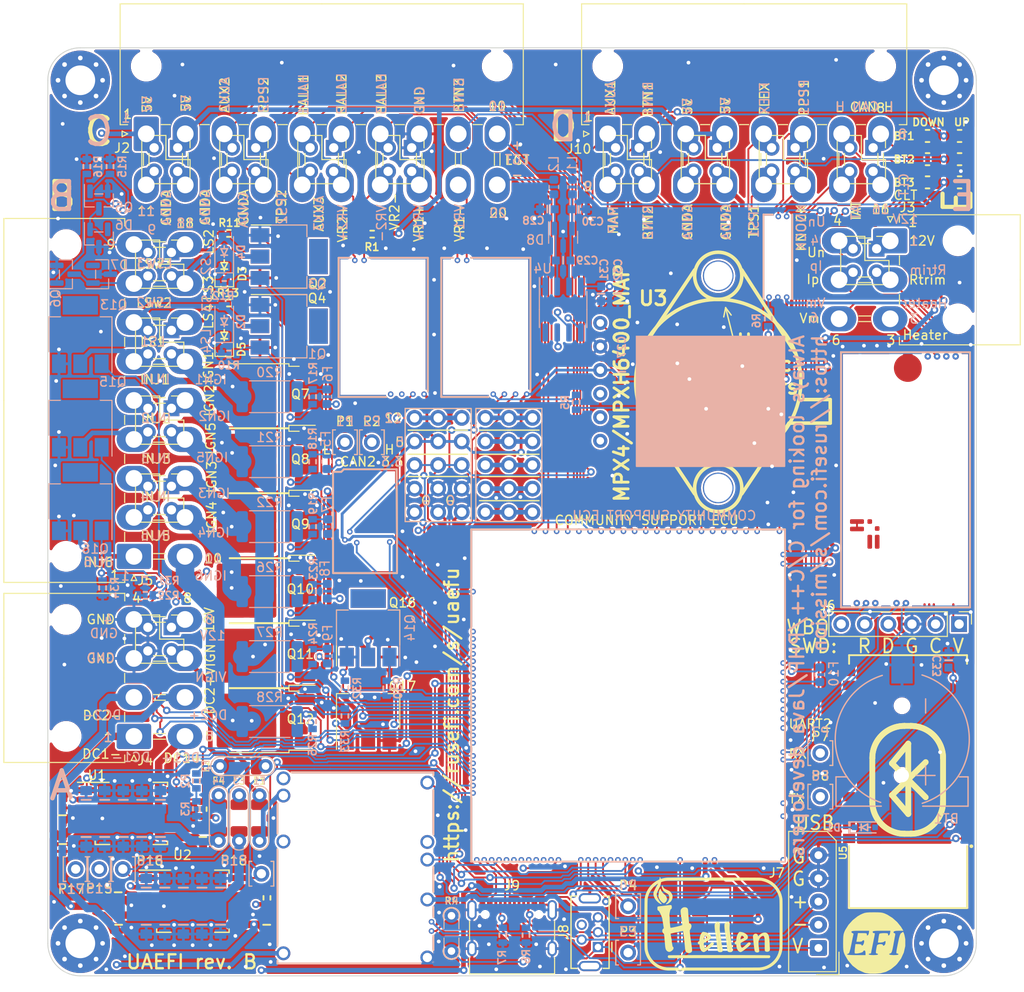
<source format=kicad_pcb>
(kicad_pcb (version 20221018) (generator pcbnew)
  (title_block (title "UAEFI") (date "2024-01-28") (rev "B"))
  (layers (0 "F.Cu" signal) (1 "In1.Cu" signal) (2 "In2.Cu" signal) (31 "B.Cu" signal) (34 "B.Paste" user) (35 "F.Paste" user) (36 "B.SilkS" user "B.Silkscreen") (37 "F.SilkS" user "F.Silkscreen") (38 "B.Mask" user) (39 "F.Mask" user) (44 "Edge.Cuts" user))
  (net 0 "")
  (net 1 "Net-(BT1-+)")
  (net 2 "GND")
  (net 3 "/DC Driver 1/PWR")
  (net 4 "/OUT_DC1-")
  (net 5 "/OUT_DC1+")
  (net 6 "/DC Driver 2/PWR")
  (net 7 "/OUT_DC2-")
  (net 8 "/OUT_DC2+")
  (net 9 "+5VA")
  (net 10 "Net-(U4-T-)")
  (net 11 "Net-(U4-T+)")
  (net 12 "+3.3VA")
  (net 13 "/VBAT")
  (net 14 "+12V_RAW")
  (net 15 "/OUT_LS1")
  (net 16 "/OUT_LS2")
  (net 17 "/OUT_LS3")
  (net 18 "/OUT_LS4")
  (net 19 "/OUT_LS_WEAK1")
  (net 21 "/OUT_LS_WEAK2")
  (net 23 "/IN_VIGN")
  (net 24 "+12V")
  (net 25 "Net-(G4-Pad1)")
  (net 26 "Net-(G4-Pad12)")
  (net 27 "Net-(G4-Pad13)")
  (net 28 "Net-(G4-Pad14)")
  (net 29 "Net-(G4-Pad10)")
  (net 30 "+5VP")
  (net 31 "/IN_PPS2")
  (net 32 "/IN_PPS1")
  (net 33 "/IN_CLT")
  (net 34 "/IN_IAT")
  (net 35 "/CAN-")
  (net 36 "/CAN+")
  (net 37 "GNDA")
  (net 38 "/IN_TPS1")
  (net 39 "/IN_TPS2")
  (net 40 "/IN_AUX3")
  (net 41 "/IN_AUX2")
  (net 42 "/IN_AUX1")
  (net 43 "/IN_BUTTON2")
  (net 44 "/IN_BUTTON1")
  (net 45 "/IN_HALL3")
  (net 46 "/IN_HALL2")
  (net 47 "/IN_HALL1")
  (net 48 "/IN_MAP")
  (net 49 "/EGT+")
  (net 50 "/IN_BUTTON3")
  (net 51 "/IN_KNOCK_RAW")
  (net 52 "/IN_FLEX")
  (net 53 "/VR2-")
  (net 54 "/VR2+")
  (net 55 "/VR1-")
  (net 56 "/VR1+")
  (net 57 "/EGT-")
  (net 58 "/WBO_Un")
  (net 59 "/WBO_Vm")
  (net 60 "/WBO_Ip")
  (net 61 "/WBO_Rtrim")
  (net 62 "/WBO_Heater")
  (net 63 "/OUT_IGN6")
  (net 64 "/OUT_IGN5")
  (net 65 "/OUT_IGN4")
  (net 66 "/OUT_IGN3")
  (net 67 "/OUT_IGN2")
  (net 68 "/OUT_IGN1")
  (net 69 "/OUT_INJ6")
  (net 70 "/OUT_INJ5")
  (net 71 "/OUT_INJ4")
  (net 72 "/OUT_INJ3")
  (net 73 "/OUT_INJ2")
  (net 74 "/OUT_INJ1")
  (net 75 "Net-(J6-Pin_1)")
  (net 76 "Net-(J6-Pin_2)")
  (net 77 "Net-(J6-Pin_4)")
  (net 78 "Net-(J6-Pin_5)")
  (net 80 "/VBUS")
  (net 81 "/USB-")
  (net 82 "/USB+")
  (net 84 "Net-(J9-CC1)")
  (net 86 "Net-(J9-CC2)")
  (net 89 "/VIGN")
  (net 90 "+5V")
  (net 91 "/PWR_EN")
  (net 92 "Net-(M1-PG_5VP)")
  (net 93 "/IN_KNOCK")
  (net 94 "/VR1_THRESHOLD")
  (net 95 "/VR1_A")
  (net 96 "/VR1")
  (net 99 "/VR2")
  (net 102 "/DC2_DIS")
  (net 103 "/DC2_DIR")
  (net 104 "/DC1_DIS")
  (net 105 "/LS2")
  (net 106 "/LS1")
  (net 107 "/INJ6")
  (net 108 "/INJ5")
  (net 109 "/INJ4")
  (net 110 "/INJ3")
  (net 111 "/INJ2")
  (net 112 "/INJ1")
  (net 113 "/LS3")
  (net 114 "/LS4")
  (net 115 "/DC1_PWM")
  (net 116 "/DC1_DIR")
  (net 117 "/DC2_PWM")
  (net 118 "Net-(M5-PULL_DOWN1)")
  (net 123 "/EGT/SPI_CS")
  (net 124 "/EGT/SPI_SCK")
  (net 125 "/EGT/SPI_SO")
  (net 132 "+3.3V")
  (net 133 "/IN_VMAIN")
  (net 134 "/INTERNAL_MAP")
  (net 135 "/ADC3")
  (net 136 "/LS_WEAK2")
  (net 137 "/LS_WEAK1")
  (net 138 "/IGN6")
  (net 139 "/IGN5")
  (net 140 "/IGN4")
  (net 141 "/IGN3")
  (net 142 "/IGN2")
  (net 143 "/IGN1")
  (net 145 "Net-(Q7-G)")
  (net 146 "Net-(Q8-G)")
  (net 147 "Net-(Q9-G)")
  (net 148 "Net-(Q10-G)")
  (net 149 "Net-(Q11-G)")
  (net 150 "Net-(Q12-G)")
  (net 157 "Net-(M6-SPI2_CS_{slash}_CAN2_RX_(PB12))")
  (net 158 "Net-(M6-SPI2_SCK_{slash}_CAN2_TX_(PB13))")
  (net 159 "Net-(M6-UART2_TX_(PD5))")
  (net 160 "Net-(M6-UART2_RX_(PD6))")
  (net 161 "Net-(M6-LED_GREEN)")
  (net 162 "Net-(M6-LED_YELLOW)")
  (net 163 "Net-(M7-CANL)")
  (net 164 "Net-(M7-CANH)")
  (net 170 "/VREF1")
  (net 175 "/PG_5VP")
  (net 176 "Net-(F5-Pad1)")
  (net 177 "Net-(F6-Pad1)")
  (net 178 "Net-(F7-Pad1)")
  (net 179 "Net-(F8-Pad1)")
  (net 180 "Net-(F9-Pad1)")
  (net 181 "Net-(F10-Pad1)")
  (net 182 "/12V_KEY")
  (footprint "hellen-one-common:R0805" (layer "F.Cu") (at 148.2 74.5)
    (fp_text reference "R40" hide)
    (fp_text value "DNP" hide)
  )
  (footprint "hellen-one-common:C0603" (layer "F.Cu") (at 57.6 151 -90)
    (fp_text reference "C24" hide)
    (fp_text value "100n" hide)
  )
  (footprint "hellen-one-common:R0805" (layer "F.Cu") (at 148.2 72)
    (fp_text reference "R39" hide)
    (fp_text value "DNP" hide)
  )
  (footprint "Package_TO_SOT_SMD:TO-252-2" (layer "F.Cu") (at 72.66 118.5 180)
    (fp_text reference "Q10")
    (fp_text value "ISL9V3040D3ST")
  )
  (footprint "Connector_PinSocket_2.54mm:PinSocket_2x02_P2.54mm_Vertical" (layer "F.Cu") (at 63.315 107.25)
    (fp_text reference "J21" hide)
    (fp_text value "Conn_02x02_Odd_Even")
  )
  (footprint "Connector_Molex:Molex_Mini-Fit_Jr_5569-16A2_2x08_P4.20mm_Horizontal" (layer "F.Cu") (at 110.3 69.275)
    (fp_text reference "J10")
    (fp_text value "5569-16A2")
  )
  (footprint "hellen-one-common:PAD-TH" (layer "F.Cu") (at 133.2 140.7)
    (fp_text reference "P8")
    (fp_text value "Pad" hide)
  )
  (footprint "Connector_PinSocket_2.54mm:PinSocket_2x02_P2.54mm_Vertical" (layer "F.Cu") (at 63.315 98.85)
    (fp_text reference "J20" hide)
    (fp_text value "Conn_02x02_Odd_Even")
  )
  (footprint "hellen-one-wbo-0.5:wbo" (layer "F.Cu") (at 149.425 120.4 90)
    (fp_text reference "M5" hide)
    (fp_text value "Module-wbo-0.5" hide)
  )
  (footprint "Connector_Molex:Molex_Mini-Fit_Jr_5569-20A2_2x10_P4.20mm_Horizontal" (layer "F.Cu") (at 60.6 69.275)
    (fp_text reference "J2")
    (fp_text value "5569-20A2")
  )
  (footprint "Package_TO_SOT_SMD:TO-252-2" (layer "F.Cu") (at 72.66 97.5 180)
    (fp_text reference "Q7")
    (fp_text value "ISL9V3040D3ST")
  )
  (footprint "Package_TO_SOT_SMD:TO-252-2" (layer "F.Cu") (at 72.66 104.5 180)
    (fp_text reference "Q8")
    (fp_text value "ISL9V3040D3ST")
  )
  (footprint "Connector_PinSocket_2.54mm:PinSocket_2x02_P2.54mm_Vertical" (layer "F.Cu") (at 89.19 70.775)
    (fp_text reference "J17" hide)
    (fp_text value "Conn_02x02_Odd_Even")
  )
  (footprint "hellen-one-common:PAD-TH" (layer "F.Cu") (at 82 102.5)
    (fp_text reference "P1")
    (fp_text value "Pad" hide)
  )
  (footprint "hellen-one-common:C0603" (layer "F.Cu") (at 73.6 154.5 -90)
    (fp_text reference "C26" hide)
    (fp_text value "10n" hide)
  )
  (footprint "Package_TO_SOT_SMD:SOT-223" (layer "F.Cu") (at 76 82.5)
    (fp_text reference "Q2")
    (fp_text value "ZXMS6005SGTA")
  )
  (footprint "hellen-one-common:R0603" (layer "F.Cu") (at 84.932497 80.075 180)
    (fp_text reference "R1")
    (fp_text value "4.7k" hide)
  )
  (footprint "hellen-one-common:LOGO" (layer "F.Cu") (at 122 154.5)
    (fp_text reference "G2" hide)
    (fp_text value "LOGO" hide)
  )
  (footprint "hellen-one-common:PAD-TH" (layer "F.Cu") (at 84.9 102.5)
    (fp_text reference "P2")
    (fp_text value "Pad" hide)
  )
  (footprint "hellen-one-common:C0603" (layer "F.Cu") (at 66.725 145.04 -90)
    (fp_text reference "C13" hide)
    (fp_text value "10n" hide)
  )
  (footprint "hellen-one-common:PAD-TH" (layer "F.Cu") (at 55.54 148.5)
    (fp_text reference "P15")
    (fp_text value "Pad" hide)
  )
  (footprint "MountingHole:MountingHole_3.2mm_M3_Pad_Via" (layer "F.Cu") (at 53.5 63.5)
    (fp_text reference "H1" hide)
    (fp_text value "M3")
  )
  (footprint "MountingHole:MountingHole_3.2mm_M3_Pad_Via" (layer "F.Cu") (at 146.5 63.5)
    (fp_text reference "H4" hide)
    (fp_text value "M3")
  )
  (footprint "hellen-one-common:PAD-1206-PAD" (layer "F.Cu") (at 68.4 143 -90)
    (fp_text reference "F4")
    (fp_text value "12H1500D" hide)
  )
  (footprint "hellen-one-common:R0805" (layer "F.Cu") (at 144.75 74.5)
    (fp_text reference "R37" hide)
    (fp_text value "10k" hide)
  )
  (footprint "hellen-one-common:C0603" (layer "F.Cu") (at 51.6 142.7 -90)
    (fp_text reference "C11" hide)
    (fp_text value "100n" hide)
  )
  (footprint "Connector_Molex:Molex_SPOX_5267-05A_1x05_P2.50mm_Vertical" (layer "F.Cu") (at 133 157 90)
    (fp_text reference "J7")
    (fp_text value "Conn_01x05_Male")
  )
  (footprint "Package_TO_SOT_SMD:SOT-223" (layer "F.Cu") (at 84.5 122.5 90)
    (fp_text reference "Q16")
    (fp_text value "ZXMS6005SGTA")
  )
  (footprint "hellen-one-common:PAD-TH" (layer "F.Cu") (at 112.5 152.5)
    (fp_text reference "P4")
    (fp_text value "Pad" hide)
  )
  (footprint "MountingHole:MountingHole_3.2mm_M3_Pad_Via" (layer "F.Cu") (at 53.5 156.5)
    (fp_text reference "H2" hide)
    (fp_text value "M3")
  )
  (footprint "hellen-one-vr-discrete-0.4:vr-discrete" (layer "F.Cu") (at 92.275 82.525 -90)
    (fp_text reference "M3" hide)
    (fp_text value "Module-vr-discrete-0.4" hide)
  )
  (footprint "hellen-one-common:PAD-TH" (layer "F.Cu") (at 53 148.5)
    (fp_text reference "P17")
    (fp_text value "Pad" hide)
  )
  (footprint "hellen-one-common:USB-MINI-B-VERTICAL" (layer "F.Cu") (at 108.375 155.3 90)
    (fp_text reference "J8")
    (fp_text value "USB_B_Mini")
  )
  (footprint "hellen-one-common:PAD-1206-PAD" (layer "F.Cu") (at 70.6 143 -90)
    (fp_text reference "F3")
    (fp_text value "12H1500D" hide)
  )
  (footprint "hellen-one-knock-0.2:knock" (layer "F.Cu") (at 126.974999 77.875 -90)
    (fp_text reference "M2" hide)
    (fp_text value "Module-knock-0.2" hide)
  )
  (footprint "hellen-one-common:C0603" (layer "F.Cu") (at 57.6 154.5 90)
    (fp_text reference "C25" hide)
    (fp_text value "10n" hide)
  )
  (footprint "hellen-one-common:PAD-TH" (layer "F.Cu") (at 73 149)
    (fp_text reference "P18")
    (fp_text value "Pad" hide)
  )
  (footprint "hellen-one-power_12and5V-0.2:power_12and5V" (layer "F.Cu") (at 74.624999 158.775001)
    (fp_text reference "M1" hide)
    (fp_text value "Module-power_12and5V-0.2" hide)
  )
  (footprint "Package_TO_SOT_SMD:TO-252-2" (layer "F.Cu") (at 72.66 132.5 180)
    (fp_text reference "Q12")
    (fp_text value "ISL9V3040D3ST")
  )
  (footprint "hellen-one-can-0.1:can" (layer "F.Cu") (at 80.625 105.325002 -90)
    (fp_text reference "M7" hide)
    (fp_text value "Module-can-0.1" hide)
  )
  (footprint "Package_TO_SOT_SMD:SOT-223" (layer "F.Cu") (at 76 90)
    (fp_text reference "Q4")
    (fp_text value "ZXMS6005SGTA")
  )
  (footprint "hellen-one-common:R0603" (layer "F.Cu") (at 66.725 142.04 -90)
    (fp_text reference "R9" hide)
    (fp_text value "4.7k" hide)
  )
  (footprint "Connector_PinSocket_2.54mm:PinSocket_2x02_P2.54mm_Vertical" (layer "F.Cu") (at 130.49 70.775)
    (fp_text reference "J11" hide)
    (fp_text value "Conn_02x02_Odd_Even")
  )
  (footprint "Connector_Molex:Molex_Mini-Fit_Jr_5569-18A2_2x09_P4.20mm_Horizontal" (layer "F.Cu") (at 59.275 114.8 90)
    (fp_text reference "J5")
    (fp_text value "5569-18A2")
  )
  (footprint "Package_TO_SOT_SMD:TO-252-2" (layer "F.Cu") (at 72.66 111.5 180)
    (fp_text reference "Q9")
    (fp_text value "ISL9V3040D3ST")
  )
  (footprint "kicad6-libraries:JDY-33" (layer "F.Cu") (at 142.65 138.875 180)
    (fp_text reference "U5")
    (fp_text value "JDY-33")
  )
  (footprint "Connector_PinSocket_2.54mm:PinSocket_2x02_P2.54mm_Vertical" (layer "F.Cu") (at 138.89 70.775)
    (fp_text reference "J1" hide)
    (fp_text value "Conn_02x02_Odd_Even")
  )
  (footprint "Connector_Molex:Molex_Mini-Fit_Jr_5569-06A2_2x03_P4.20mm_Horizontal" (layer "F.Cu") (at 140.725 80.8 -90)
    (fp_text reference "J3")
    (fp_text value "5569-06A2")
  )
  (footprint "hellen-one-common:R0805" (layer "F.Cu") (at 144.75 69.5)
    (fp_text reference "R35" hide)
    (fp_text value "10k" hide)
  )
  (footprint "hellen-one-common:R0603" (layer "F.Cu") (at 69.5 87.5)
    (fp_text reference "R13")
    (fp_text value "4.7k" hide)
  )
  (footprint "Connector_PinSocket_2.54mm:PinSocket_2x02_P2.54mm_Vertical" (layer "F.Cu") (at 80.79 70.775)
    (fp_text reference "J16" hide)
    (fp_text value "Conn_02x02_Odd_Even")
  )
  (footprint "hellen-one-common:PAD-1206-PAD" (layer "F.Cu") (at 72.8 143 -90)
    (fp_text reference "F1")
    (fp_text value "12H1500D" hide)
  )
  (footprint "hellen-one-common:PROTO_AREA" (layer "F.Cu") (at 89.5 110.04 90)
    (fp_text reference "G3" hide)
    (fp_text value "PROTO_AREA" hide)
  )
  (footprint "hellen-one-common:PAD-TH" (layer "F.Cu") (at 112.5 157.5)
    (fp_text reference "P3")
    (fp_text value "Pad" hide)
  )
  (footprint "hellen-one-common:PAD-0805-PAD" (layer "F.Cu") (at 93.474609 155.430391 -90)
    (fp_text reference "R4")
    (fp_text value "Jumper-Pad-Pad" hide)
  )
  (footprint "hellen-one-common:R0603" (layer "F.Cu") (at 69.5 80)
    (fp_text reference "R11")
    (fp_text value "4.7k" hide)
  )
  (footprint "hellen-one-common:SOD-123" (layer "F.Cu") (at 69 83.5 90)
    (fp_text reference "D3")
    (fp_text value "B5819W" hide)
  )
  (footprint "hellen-one-common:R0805" (layer "F.Cu") (at 148.2 69.5)
    (fp_text reference "R38" hide)
    (fp_text value "DNP" hide)
  )
  (footprint "hellen-one-common:R0805" (layer "F.Cu") (at 144.75 72)
    (fp_text reference "R36" hide)
    (fp_text value "10k" hide)
  )
  (footprint "Package_SO:Infineon_PG-DSO-12-11" (layer "F.Cu") (at 59 142.5)
    (fp_text reference "U1")
    (fp_text value "TLE9201SG")
  )
  (footprint "Package_SO:Infineon_PG-DSO-12-11" (layer "F.Cu") (at 65.625 151.96)
    (fp_text reference "U2")
    (fp_text value "TLE9201SG")
  )
  (footprint "Connector_PinSocket_2.54mm:PinSocket_2x02_P2.54mm_Vertical" (layer "F.Cu") (at 139.265 81.65)
    (fp_text reference "J24" hide)
    (fp_text value "Conn_02x02_Odd_Even")
  )
  (footprint "Connector_Molex:Molex_Mini-Fit_Jr_5569-08A2_2x04_P4.20mm_Horizontal" (layer "F.Cu") (at 59.275 134.2 90)
    (fp_text reference "J4")
    (fp_text value "5569-08A2")
  )
  (footprint "hellen-one-common:PAD-TH" (layer "F.Cu") (at 133.2 136)
    (fp_text reference "P7")
    (fp_text value "Pad" hide)
  )
  (footprint "hellen-one-mega-mcu100-0.3:mega-mcu100" (layer "F.Cu") (at 129.50001 111.8 180)
    (fp_text reference "M6" hide)
    (fp_text value "Module:mega-mcu100/0.3" hide)
  )
  (footprint "Package_TO_SOT_SMD:TO-252-2" (layer "F.Cu") (at 72.66 125.5 180)
    (fp_text reference "Q11")
    (fp_text value "ISL9V3040D3ST")
  )
  (footprint "Connector_PinSocket_2.54mm:PinSocket_2x02_P2.54mm_Vertical" (layer "F.Cu") (at 113.69 70.775)
    (fp_text reference "J13" hide)
    (fp_text value "Conn_02x02_Odd_Even")
  )
  (footprint "Connector_USB:USB_C_Receptacle_XKB_U262-16XN-4BVC11" (layer "F.Cu") (at 100 156)
    (fp_text reference "J9")
    (fp_text value "USB_C_Receptacle_USB2.0")
  )
  (footprint "MountingHole:MountingHole_3.2mm_M3_Pad_Via" (layer "F.Cu") (at 146.5 156.5)
    (fp_text reference "H3" hide)
    (fp_text value "M3")
  )
  (footprint "hellen-one-vr-max9924-0.1:vr-max9924" (layer "F.Cu") (at 81.225 82.525 -90)
    (fp_text reference "M4" hide)
    (fp_text value "Module-vr-max9924-0.1" hide)
  )
  (footprint "Connector_PinSocket_2.54mm:PinSocket_2x02_P2.54mm_Vertical" (layer "F.Cu") (at 63.99 70.775)
    (fp_text reference "J14" hide)
    (fp_text value "Conn_02x02_Odd_Even")
  )
  (footprint "kicad6-libraries:rusefi_logo" (layer "F.Cu") (at 139 156.5)
    (fp_text reference "G1" hide)
    (fp_text value "RUSEFI_LOGO" hide)
  )
  (footprint "Connector_PinSocket_2.54mm:PinSocket_2x02_P2.54mm_Vertical" (layer "F.Cu") (at 63.315 82.05)
    (fp_text reference "J18" hide)
    (fp_text value "Conn_02x02_Odd_Even")
  )
  (footprint "hellen-one-common:PAD-1206-PAD" (layer "F.Cu") (at 71 137.4)
    (fp_text reference "F2")
    (fp_text value "12H1500D" hide)
  )
  (footprint "Connector_PinSocket_2.54mm:PinSocket_2x02_P2.54mm_Vertical" (layer "F.Cu") (at 72.39 70.775)
    (fp_text reference "J15" hide)
    (fp_text value "Conn_02x02_Odd_Even")
  )
  (footprint "hellen-one-common:SOD-123" (layer "F.Cu") (at 69 91 90)
    (fp_text reference "D5")
    (fp_text value "B5819W" hide)
  )
  (footprint "Connector_PinHeader_2.54mm:PinHeader_1x06_P2.54mm_Vertical" (layer "F.Cu") (at 148.15 122.1 -90)
    (fp_text reference "J6")
    (fp_text value "Conn_01x06")
  )
  (footprint "Connector_PinSocket_2.54mm:PinSocket_2x02_P2.54mm_Vertical" (layer "F.Cu") (at 63.315 90.45)
    (fp_text reference "J19" hide)
    (fp_text value "Conn_02x02_Odd_Even")
  )
  (footprint "Connector_PinSocket_2.54mm:PinSocket_2x02_P2.54mm_Vertical" (layer "F.Cu") (at 63.315 122.45)
    (fp_text reference "J22" hide)
    (fp_text value "Conn_02x02_Odd_Even")
  )
  (footprint "hellen-one-common:R0603" (layer "F.Cu") (at 73.6 151.6 -90)
    (fp_text reference "R14" hide)
    (fp_text value "4.7k" hide)
  )
  (footprint "Connector_PinSocket_2.54mm:PinSocket_2x02_P2.54mm_Vertical" (layer "F.Cu") (at 122.09 70.775)
    (fp_text reference "J12" hide)
    (fp_text value "Conn_02x02_Odd_Even")
  )
  (footprint "Package_TO_SOT_SMD:SOT-223" (layer "F.Cu") (at 84.5 131.5 90)
    (fp_text reference "Q17")
    (fp_text value "ZXMS6005SGTA")
  )
  (footprint "kicad6-libraries:MPX-4_MAP" (layer "F.Cu") (at 126.01325 96 -90)
    (fp_text reference "U3")
    (fp_text value "MPX4/MPXH6400_MAP")
  )
  (footprint "hellen-one-common:PAD-TH" (layer "F.Cu") (at 58.08 148.5)
    (fp_text reference "P16")
    (fp_text value "Pad" hide)
  )
  (footprint "hellen-one-common:C0603" (layer "F.Cu") (at 51.6 145.8 90)
    (fp_text reference "C12" hide)
    (fp_text value "10n" hide)
  )
  (footprint "hellen-one-common:PROTO_AREA" (layer "F.Cu") (at 97.12 110.04 90)
    (fp_text reference "G4" hide)
    (fp_text value "PROTO_AREA" hide)
  )
  (footprint "Package_TO_SOT_SMD:SOT-23" (layer "B.Cu") (at 105.5 80.417977 -90)
    (fp_text reference "D8")
    (fp_text value "NUP2105L")
  )
  (footprint "hellen-one-common:C0805" (layer "B.Cu") (at 62.125 145.04 90)
    (fp_text reference "C10" hide)
    (fp_text value "10u" hide)
  )
  (footprint "hellen-one-common:C0603" (layer "B.Cu") (at 111.8 94.9 -90)
    (fp_text reference "C27")
    (fp_text value "100n" hide)
  )
  (footprint "hellen-one-common:SOD-123" (layer "B.Cu") (at 69 82 90)
    (fp_text reference "D4")
    (fp_text value "B5819W" hide)
  )
  (footprint "kicad6-libraries:CR1220-2" (layer "B.Cu") (at 142 134.5 90)
    (fp_text reference "BT1")
    (fp_text value "CR1220")
  )
  (footprint "hellen-one-common:R0603" (layer "B.Cu") (at 60.5 117.4)
    (fp_text reference "R31")
    (fp_text value "4.7k" hide)
  )
  (footprint "hellen-one-common:C0603" (layer "B.Cu") (at 107.190001 77.4 180)
    (fp_text reference "C30")
    (fp_text value "10n" hide)
  )
  (footprint "hellen-one-common:C0805" (layer "B.Cu") (at 56.125 145.04 90)
    (fp_text reference "C7" hide)
    (fp_text value "10u" hide)
  )
  (footprint "hellen-one-common:C0603" (layer "B.Cu") (at 147 126 -90)
    (fp_text reference "C33")
    (fp_text value "100n" hide)
  )
  (footprint "hellen-one-common:C0603" (layer "B.Cu") (at 105.5 82.917977)
    (fp_text reference "C29")
    (fp_text value "100n" hide)
  )
  (footprint "hellen-one-common:R0603" (layer "B.Cu") (at 55.9 118.2 90)
    (fp_text reference "R34")
    (fp_text value "4.7k" hide)
  )
  (footprint "hellen-one-common:C0805" (layer "B.Cu") (at 66.6 150.5 -90)
    (fp_text reference "C17" hide)
    (fp_text value "10u" hide)
  )
  (footprint "Resistor_SMD:R_2512_6332Metric" (layer "B.Cu") (at 73.9 97.6 180)
    (fp_text reference "R20")
    (fp_text value "0")
  )
  (footprint "hellen-one-common:C0805" (layer "B.Cu") (at 58.125 141.04 -90)
    (fp_text reference "C3" hide)
    (fp_text value "10u" hide)
  )
  (footprint "hellen-one-common:C0805" (layer "B.Cu") (at 68.6 154.5 90)
    (fp_text reference "C23" hide)
    (fp_text value "10u" hide)
  )
  (footprint "Package_SO:SOIC-8_3.9x4.9mm_P1.27mm" (layer "B.Cu") (at 105.5 88.2 -90)
    (fp_text reference "U4")
    (fp_text value "MAX31855KASA")
  )
  (footprint "hellen-one-common:C0805" (layer "B.Cu") (at 54.125 141.04 -90)
    (fp_text reference "C1" hide)
    (fp_text value "10u" hide)
  )
  (footprint "Resistor_SMD:R_2512_6332Metric" (layer "B.Cu") (at 73.9 118.6 180)
    (fp_text reference "R26")
    (fp_text value "0")
  )
  (footprint "Package_TO_SOT_SMD:SOT-223" (layer "B.Cu") (at 53.5 108.9 90)
    (fp_text reference "Q18")
    (fp_text value "ZXMS6005SGTA")
  )
  (footprint "hellen-one-common:C0603" (layer "B.Cu") (at 109.6 86.5 90)
    (fp_text reference "C31")
    (fp_text value "100n" hide)
  )
  (footprint "Fuse:Fuse_0603_1608Metric" (layer "B.Cu") (at 80.1 125.55 -90)
    (fp_text reference "F9")
    (fp_text value "50mA")
  )
  (footprint "hellen-one-common:C0805" (layer "B.Cu") (at 60.6 150.5 -90)
    (fp_text reference "C14" hide)
    (fp_text value "10u" hide)
  )
  (footprint "Package_TO_SOT_SMD:SOT-223" (layer "B.Cu") (at 53.5 99.9 90)
    (fp_text reference "Q15")
    (fp_text value "ZXMS6005SGTA")
  )
  (footprint "hellen-one-common:C0805" (layer "B.Cu") (at 60.6 154.5 90)
    (fp_text reference "C19" hide)
    (fp_text value "10u" hide)
  )
  (footprint "Fuse:Fuse_0603_1608Metric" (layer "B.Cu") (at 80.05 97.6 -90)
    (fp_text reference "F6")
    (fp_text value "50mA")
  )
  (footprint "Resistor_SMD:R_2512_6332Metric" (layer "B.Cu") (at 73.9 125.6 180)
    (fp_text reference "R27")
    (fp_text value "0")
  )
  (footprint "Resistor_SMD:R_2512_6332Metric" (layer "B.Cu") (at 73.9 104.6 180)
    (fp_text reference "R21")
    (fp_text value "0")
  )
  (footprint "hellen-one-common:C0805" (layer "B.Cu") (at 60.125 141.04 -90)
    (fp_text reference "C4" hide)
    (fp_text value "10u" hide)
  )
  (footprint "hellen-one-common:R0603" (layer "B.Cu") (at 69.5 93)
    (fp_text reference "R10")
    (fp_text value "4.7k" hide)
  )
  (footprint "Fuse:Fuse_0603_1608Metric" (layer "B.Cu") (at 133.15 127.55 -90)
    (fp_text reference "F10")
    (fp_text value "50mA")
  )
  (footprint "hellen-one-common:SOD-123" (layer "B.Cu") (at 69 89.5 90)
    (fp_text reference "D2")
    (fp_text value "B5819W" hide)
  )
  (footprint "hellen-one-common:SOD-323" (layer "B.Cu") (at 138 144)
    (fp_text reference "D1")
    (fp_text value "1N4148WS" hide)
  )
  (footprint "hellen-one-common:R0603" (layer "B.Cu") (at 78.5125 111.6 90)
    (fp_text reference "R19")
    (fp_text value "22" hide)
  )
  (footprint "hellen-one-common:R0603" (layer "B.Cu") (at 82 132 -90)
    (fp_text reference "R33")
    (fp_text value "4.7k" hide)
  )
  (footprint "hellen-one-common:C0805" (layer "B.Cu") (at 64.6 154.5 90)
    (fp_text reference "C21" hide)
    (fp_text value "10u" hide)
  )
  (footprint "Fuse:Fuse_0603_1608Metric" (layer "B.Cu") (at 80.1 118.55 -90)
    (fp_text reference "F8")
    (fp_text value "50mA")
  )
  (footprint "hellen-one-common:SOT-23" (layer "B.Cu") (at 55.5 80.5 -90)
    (fp_text reference "D6")
    (fp_text value "PSM712-LF")
  )
  (footprint "hellen-one-common:R0603" (layer "B.Cu") (at 78.5125 118.6 90)
    (fp_text reference "R23")
    (fp_text value "22" hide)
  )
  (footprint "hellen-one-common:SOT-23" (layer "B.Cu") (at 51.9 84.4)
    (fp_text reference "Q6")
    (fp_text value "AO3400A")
  )
  (footprint "hellen-one-common:R0603" (layer "B.Cu") (at 99 155.621682 90)
    (fp_text reference "R7")
    (fp_text value "5.6k" hide)
  )
  (footprint "hellen-one-common:R0603" (layer "B.Cu") (at 78.5125 125.6 90)
    (fp_text reference "R24")
    (fp_text value "22" hide)
  )
  (footprint "Fuse:Fuse_0603_1608Metric" (layer "B.Cu") (at 80.15 111.6 -90)
    (fp_text reference "F7")
    (fp_text value "50mA")
  )
  (footprint "hellen-one-common:C0603" (layer "B.Cu") (at 111.4 86.5 90)
    (fp_text reference "C32")
    (fp_text value "1u" hide)
  )
  (footprint "hellen-one-common:R0603" (layer "B.Cu") (at 54.2 72.8 90)
    (fp_text reference "R16")
    (fp_text value "4.7k" hide)
  )
  (footprint "Package_TO_SOT_SMD:SOT-223" (layer "B.Cu") (at 76 90)
    (fp_text reference "Q1")
    (fp_text value "ZXMS6005SGTA")
  )
  (footprint "hellen-one-common:R0603" (layer "B.Cu") (at 86.5 129 90)
    (fp_text reference "R30")
    (fp_text value "4.7k" hide)
  )
  (footprint "Resistor_SMD:R_2512_6332Metric" (layer "B.Cu") (at 73.9 111.6 180)
    (fp_text reference "R22")
    (fp_text value "0")
  )
  (footprint "hellen-one-common:R0603" (layer "B.Cu") (at 78.5125 132.6 90)
    (fp_text reference "R25")
    (fp_text value "22" hide)
  )
  (footprint "Inductor_SMD:L_0603_1608Metric" (layer "B.Cu") (at 104.5 75 -90)
    (fp_text reference "L2")
    (fp_text value "470R@100MHz")
  )
  (footprint "hellen-one-common:C0805" (layer "B.Cu") (at 64.6 150.5 -90)
    (fp_text reference "C16" hide)
    (fp_text value "10u" hide)
  )
  (footprint "hellen-one-common:R0603" (layer "B.Cu") (at 78.5125 97.6 90)
    (fp_text reference "R17")
    (fp_text value "22" hide)
  )
  (footprint "hellen-one-common:C0805" (layer "B.Cu") (at 66.6 154.5 90)
    (fp_text reference "C22" hide)
    (fp_text value "10u" hide)
  )
  (footprint "hellen-one-common:R0603" (layer "B.Cu") (at 101.5 155.621682 90)
    (fp_text reference "R8")
    (fp_text value "5.6k" hide)
  )
  (footprint "hellen-one-common:R0603" (layer "B.Cu") (at 66 142 90)
    (fp_text reference "R3")
    (fp_text value "6.8k" hide)
  )
  (footprint "hellen-one-common:R0603" (layer "B.Cu") (at 56.7 72.8 90)
    (fp_text reference "R15")
    (fp_text value "4.7k" hide)
  )
  (footprint "Package_TO_SOT_SMD:SOT-223" (layer "B.Cu") (at 76 82.5)
    (fp_text reference "Q3")
    (fp_text value "ZXMS6005SGTA")
  )
  (footprint "hellen-one-common:SOT-23" (layer "B.Cu") (at 55.5 76.4 -90)
    (fp_text reference "Q5")
    (fp_text value "AO3400A")
  )
  (footprint "hellen-one-common:C0805" (layer "B.Cu") (at 62.125 141.04 -90)
    (fp_text reference "C5" hide)
    (fp_text value "10u" hide)
  )
  (footprint "Fuse:Fuse_0603_1608Metric" (layer "B.Cu") (at 80.05 104.6 -90)
    (fp_text reference "F5")
    (fp_text value "50mA")
  )
  (footprint "hellen-one-common:R0603" (layer "B.Cu") (at 82 129 90)
    (fp_text reference "R32")
    (fp_text value "4.7k" hide)
  )
  (footprint "hellen-one-common:C0603" (layer "B.Cu") (at 103.8 77.4)
    (fp_text reference "C28")
    (fp_text value "10n" hide)
  )
  (footprint "hellen-one-common:R0603" (layer "B.Cu") (at 60.5 119)
    (fp_text reference "R29")
    (fp_text value "4.7k" hide)
  )
  (footprint "hellen-one-common:R0603" (layer "B.Cu") (at 78.5125 104.6 90)
    (fp_text reference "R18")
    (fp_text value "22" hide)
  )
  (footprint "Inductor_SMD:L_0603_1608Metric" (layer "B.Cu") (at 106.5 75 -90)
    (fp_text reference "L1")
    (fp_text value "470R@100MHz")
  )
  (footprint "hellen-one-common:C0805" (layer "B.Cu") (at 62.6 150.5 -90)
    (fp_text reference "C15" hide)
    (fp_text value "10u" hide)
  )
  (footprint "Resistor_SMD:R_2512_6332Metric" (layer "B.Cu") (at 73.9 132.6 180)
    (fp_text reference "R28")
    (fp_text value "0")
  )
  (footprint "hellen-one-common:C0805" (layer "B.Cu") (at 58.125 145.04 90)
    (fp_text reference "C8" hide)
    (fp_text value "10u" hide)
  )
  (footprint "Package_TO_SOT_SMD:SOT-223" (layer "B.Cu") (at 84.5 122.5 90)
    (fp_text reference "Q14")
    (fp_text value "ZXMS6005SGTA")
  )
  (footprint "hellen-one-common:C0805" (layer "B.Cu") (at 60.125 145.04 90)
    (fp_text reference "C9" hide)
    (fp_text value "10u" hide)
  )
  (footprint "hellen-one-common:C0805" (layer "B.Cu") (at 54.125 145.04 90)
    (fp_text reference "C6" hide)
    (fp_text value "10u" hide)
  )
  (footprint "hellen-one-common:SOT-23" (layer "B.Cu") (at 55.8 84.4)
    (fp_text reference "D7")
    (fp_text value "PSM712-LF")
  )
  (footprint "hellen-one-common:C0805" (layer "B.Cu") (at 56.125 141.04 -90)
    (fp_text reference "C2" hide)
    (fp_text value "10u" hide)
  )
  (footprint "hellen-one-common:C0805" (layer "B.Cu") (at 68.6 150.5 -90)
    (fp_text reference "C18" hide)
    (fp_text value "10u" hide)
  )
  (footprint "hellen-one-common:R0603" (layer "B.Cu") (at 69 85.5)
    (fp_text reference "R12")
    (fp_text value "4.7k" hide)
  )
  (footprint "hellen-one-common:C0805" (layer "B.Cu") (at 62.6 154.5 90)
    (fp_text reference "C20" hide)
    (fp_text value "10u" hide)
  )
  (footprint "hellen-one-common:R0603" (layer "B.Cu") (at 106.9 98.2 -90)
    (fp_text reference "R5")
    (fp_text value "0" hide)
  )
  (footprint "hellen-one-common:R0603" (layer "B.Cu") (at 127.6 89.2 -90)
    (fp_text reference "R6")
    (fp_text value "0" hide)
  )
  (footprint "hellen-one-common:R0603" (layer "B.Cu") (at 66 139 90)
    (fp_text reference "R2")
    (fp_text value "33k" hide)
  )
  (footprint "Package_TO_SOT_SMD:SOT-223" (layer "B.Cu") (at 53.5 90.9 90)
    (fp_text reference "Q13")
    (fp_text value "ZXMS6005SGTA")
  )
  (gr_rect (start 113.4 91.1) (end 129.35 105.1) (stroke (width 0.15)) (fill solid) (layer "B.SilkS"))
  (gr_line (start 96.5 106.2) (end 102.9 106.2) (stroke (width 0.15)) (layer "F.SilkS"))
  (gr_line (start 96.5 108.8) (end 102.9 108.8) (stroke (width 0.15)) (layer "F.SilkS"))
  (gr_line (start 123 88) (end 122.8 89) (stroke (width 0.15)) (layer "F.SilkS"))
  (gr_line (start 88.8 101.2) (end 95.2 101.2) (stroke (width 0.15)) (layer "F.SilkS"))
  (gr_line (start 123 88) (end 123.6 88.8) (stroke (width 0.15)) (layer "F.SilkS"))
  (gr_line (start 124 92) (end 123 88) (stroke (width 0.15)) (layer "F.SilkS"))
  (gr_line (start 96.5 103.8) (end 102.9 103.8) (stroke (width 0.15)) (layer "F.SilkS"))
  (gr_line (start 88.8 106.2) (end 95.2 106.2) (stroke (width 0.15)) (layer "F.SilkS"))
  (gr_line (start 96.5 101.2) (end 102.9 101.2) (stroke (width 0.15)) (layer "F.SilkS"))
  (gr_line (start 124 103) (end 124.7 102.3) (stroke (width 0.15)) (layer "F.SilkS"))
  (gr_line (start 88.8 103.8) (end 95.2 103.8) (stroke (width 0.15)) (layer "F.SilkS"))
  (gr_line (start 124 103) (end 124 102) (stroke (width 0.15)) (layer "F.SilkS"))
  (gr_line (start 126 98) (end 124 103) (stroke (width 0.15)) (layer "F.SilkS"))
  (gr_arc (start 50 63.5) (mid 51.025126 61.025126) (end 53.5 60) (stroke (width 0.1)) (layer "Edge.Cuts"))
  (gr_arc (start 150 156.5) (mid 148.974874 158.974874) (end 146.5 160) (stroke (width 0.1)) (layer "Edge.Cuts"))
  (gr_line (start 150 156.5) (end 150 63.5) (stroke (width 0.1)) (layer "Edge.Cuts"))
  (gr_line (start 50 63.5) (end 50 156.5) (stroke (width 0.1)) (layer "Edge.Cuts"))
  (gr_line (start 146.5 60) (end 53.5 60) (stroke (width 0.1)) (layer "Edge.Cuts"))
  (gr_arc (start 53.5 160) (mid 51.025126 158.974874) (end 50 156.5) (stroke (width 0.1)) (layer "Edge.Cuts"))
  (gr_arc (start 146.5 60) (mid 148.974874 61.025126) (end 150 63.5) (stroke (width 0.1)) (layer "Edge.Cuts"))
  (gr_line (start 53.5 160) (end 146.5 160) (stroke (width 0.1)) (layer "Edge.Cuts"))
  (gr_text "GND" (at 90.05 65.65 90) (layer "B.SilkS") (effects (font (size 1 1)) (justify mirror)))
  (gr_text "GND" (at 55.7 125.75) (layer "B.SilkS") (effects (font (size 1 1)) (justify mirror)))
  (gr_text "18" (at 64.8 78.9) (layer "B.SilkS") (effects (font (size 1 1)) (justify mirror)))
  (gr_text "HALL3" (at 85.95 64.95 90) (layer "B.SilkS") (effects (font (size 1 1)) (justify mirror)))
  (gr_text "5" (at 67.4 134.2) (layer "B.SilkS") (effects (font (size 1 1)) (justify mirror)))
  (gr_text "DC2+" (at 67.25 131.9) (layer "B.SilkS") (effects (font (size 1 1)) (justify mirror)))
  (gr_text "INJ2" (at 61.65 99.9) (layer "B.SilkS") (effects (font (size 1 1)) (justify mirror)))
  (gr_text "VR1+" (at 89.95 78.85 90) (layer "B.SilkS") (effects (font (size 1 1)) (justify mirror)))
  (gr_text "6" (at 132.5 89.1) (layer "B.SilkS") (effects (font (size 1 1)) (justify mirror)))
  (gr_text "5V" (at 60.7 66.05 90) (layer "B.SilkS") (effects (font (size 1 1)) (justify mirror)))
  (gr_text "3.3" (at 87.1 104.6) (layer "B.SilkS") (effects (font (size 1 1)) (justify mirror)))
  (gr_text "10" (at 67.810761 115.044619) (layer "B.SilkS") (effects (font (size 1 1)) (justify mirror)))
  (gr_text "GND" (at 56.05 123.1) (layer "B.SilkS") (effects (font (size 1 1)) (justify mirror)))
  (gr_text "LS4" (at 67.05 91.6 90) (layer "B.SilkS") (effects (font (size 1 1)) (justify mirror)))
  (gr_text "BTN1" (at 114.65 65.5 90) (layer "B.SilkS") (effects (font (size 1 1)) (justify mirror)))
  (gr_text "9" (at 61.2 79.6) (layer "B.SilkS") (effects (font (size 1 1)) (justify mirror)))
  (gr_text "VR2-" (at 85.95 78.9 90) (layer "B.SilkS") (effects (font (size 1 1)) (justify mirror)))
  (gr_text "11" (at 60.6 77.6) (layer "B.SilkS") (effects (font (size 1 1)) (justify mirror)))
  (gr_text "HALL1" (at 77.55 65.05 90) (layer "B.SilkS") (effects (font (size 1 1)) (justify mirror)))
  (gr_text "4" (at 56.5 121.6) (layer "B.SilkS") (effects (font (size 1 1)) (justify mirror)))
  (gr_text "B" (at 51.499998 76) (layer "B.SilkS") (effects (font (size 3 3) (thickness 0.45)) (justify mirror)))
  (gr_text "Heater" (at 144.45 87.55) (layer "B.SilkS") (effects (font (size 1 1)) (justify mirror)))
  (gr_text "3" (at 143.3 89.2) (layer "B.SilkS") (effects (font (size 1 1)) (justify mirror)))
  (gr_text "LS3" (at 67.15 87.1 90) (layer "B.SilkS") (effects (font (size 1 1)) (justify mirror)))
  (gr_text "5V" (at 123 66.2 90) (layer "B.SilkS") (effects (font (size 1 1)) (justify mirror)))
  (gr_text "Always looking for C/C++/PHP/Java developers\nhttps://rusefi.com/s/mission" (at 131.9 90.8 90) (layer "B.SilkS") (effects (font (size 1.5 1.5) (thickness 0.25)) (justify left mirror)))
  (gr_text "8" (at 142.05 69.3) (layer "B.SilkS") (effects (font (size 1 1)) (justify mirror)))
  (gr_text "A" (at 51.499998 139.5) (layer "B.SilkS") (effects (font (size 3 3) (thickness 0.45)) (justify mirror)))
  (gr_text "VR1-" (at 94.35 78.85 90) (layer "B.SilkS") (effects (font (size 1 1)) (justify mirror)))
  (gr_text "L CAN H" (at 137.95 66.35) (layer "B.SilkS") (effects (font (size 1 1)) (justify mirror)))
  (gr_text "GNDA" (at 66.95 77.15 90) (layer "B.SilkS") (effects (font (size 1 1)) (justify mirror)))
  (gr_text "16" (at 139.7 77.4) (layer "B.SilkS") (effects (font (size 1 1)) (justify mirror)))
  (gr_text "AUX1" (at 110.6 65.5 90) (layer "B.SilkS") (effects (font (size 1 1)) (justify mirror)))
  (gr_text "1" (at 108.05 67.5) (layer "B.SilkS") (effects (font (size 1 1)) (justify mirror)))
  (gr_text "VR2+" (at 81.75 78.9 90) (layer "B.SilkS") (effects (font (size 1 1)) (justify mirror)))
  (gr_text "Rtrim" (at 144.8 83.95) (layer "B.SilkS") (effects (font (size 1 1)) (justify mirror)))
  (gr_text "AUX2" (at 69.05 65.05 90) (layer "B.SilkS") (effects (font (size 1 1)) (justify mirror)))
  (gr_text "DC1+" (at 64.3 136.5) (layer "B.SilkS") (effects (font (size 1 1)) (justify mirror)))
  (gr_text "TPS2" (at 75.25 77.2 90) (layer "B.SilkS") (effects (font (size 1 1)) (justify mirror)))
  (gr_text "IGN6" (at 67.55 116.9) (layer "B.SilkS") (effects (font (size 1 1)) (justify mirror)))
  (gr_text "12V" (at 67.75 123.35) (layer "B.SilkS") (effects (font (size 1 1)) (justify mirror)))
  (gr_text "5" (at 87.9 102.5) (layer "B.SilkS") (effects (font (size 1 1)) (justify mirror)))
  (gr_text "9" (at 108.2 74.95) (layer "B.SilkS") (effects (font (size 1 1)) (justify mirror)))
  (gr_text "20" (at 98.5 77.8) (layer "B.SilkS") (effects (font (size 1 1)) (justify mirror)))
  (gr_text "Vm" (at 132.65 87.5) (layer "B.SilkS") (effects (font (size 1 1)) (justify mirror)))
  (gr_text "GNDA" (at 118.9 78.75 90) (layer "B.SilkS") (effects (font (size 1 1)) (justify mirror)))
  (gr_text "DC2-" (at 55.85 131.9) (layer "B.SilkS") (effects (font (size 1 1)) (justify mirror)))
  (gr_text "1" (at 56.5 134.3) (layer "B.SilkS") (effects (font (size 1 1)) (justify mirror)))
  (gr_text "TPS1" (at 126.05 78.65 90) (layer "B.SilkS") (effects (font (size 1 1)) (justify mirror)))
  (gr_text "BTN3" (at 94.3 65.05 90) (layer "B.SilkS") (effects (font (size 1 1)) (justify mirror)))
  (gr_text "E" (at 148.499998 76) (layer "B.SilkS") (effects (font (size 3 3) (thickness 0.45)) (justify mirror)))
  (gr_text "12" (at 87.2 99.9) (layer "B.SilkS") (effects (font (size 1 1)) (justify mirror)))
  (gr_text "INJ1" (at 61.55 95.7) (layer "B.SilkS") (effects (font (size 1 1)) (justify mirror)))
  (gr_text "MAP" (at 110.9 78.55 90) (layer "B.SilkS") (effects (font (size 1 1)) (justify mirror)))
  (gr_text "INJ5" (at 61.6 112.55) (layer "B.SilkS") (effects (font (size 1 1)) (justify mirror)))
  (gr_text "1" (at 143.3 80.8) (layer "B.SilkS") (effects (font (size 1 1)) (justify mirror)))
  (gr_text "IGN3" (at 67.9 108) (layer "B.SilkS") (effects (font (size 1 1)) (justify mirror)))
  (gr_text "Ip" (at 132.75 83.5) (layer "B.SilkS") (effects (font (size 1 1)) (justify mirror)))
  (gr_text "12V" (at 142.35 78.45) (layer "B.SilkS") (effects (font (size 1 1)) (justify mirror)))
  (gr_text "IGN2" (at 67.95 99.7) (layer "B.SilkS") (effects (font (size 1 1)) (justify mirror)))
  (gr_text "G" (at 93.4 108.8) (layer "B.SilkS") (effects (font (size 1 1)) (justify mirror)))
  (gr_text "5V" (at 64.9 65.95 90) (layer "B.SilkS") (effects (font (size 1 1)) (justify mirror)))
  (gr_text "IAT" (at 137.05 77.5 90) (layer "B.SilkS") (effects (font (size 1 1)) (justify mirror)))
  (gr_text "5V" (at 118.9 66.3 90) (layer "B.SilkS") (effects (font (size 1 1)) (justify mirror)))
  (gr_text "LSW2" (at 61.45 87.45) (layer "B.SilkS") (effects (font (size 1 1)) (justify mirror)))
  (gr_text "8" (at 67.4 121.6) (layer "B.SilkS") (effects (font (size 1 1)) (justify mirror)))
  (gr_text "G" (at 90.8 108.8) (layer "B.SilkS") (effects (font (size 1 1)) (justify mirror)))
  (gr_text "Un" (at 132.8 78.75) (layer "B.SilkS") (effects (font (size 1 1)) (justify mirror)))
  (gr_text "CLT" (at 142.2 74.8 90) (layer "B.SilkS") (effects (font (size 1 1)) (justify mirror)))
  (gr_text "INJ6" (at 55.45 115.4) (layer "B.SilkS") (effects (font (size 1 1)) (justify mirror)))
  (gr_text "1" (at 58.4 67.55) (layer "B.SilkS") (effects (font (size 1 1)) (justify mirror)))
  (gr_text "VIGN" (at 67.55 127.8) (layer "B.SilkS") (effects (font (size 1 1)) (justify mirror)))
  (gr_text "GNDA" (at 123.05 78.75 90) (layer "B.SilkS") (effects (font (size 1 1)) (justify mirror)))
  (gr_text "KNOCK" (at 131.15 79.35 90) (layer "B.SilkS") (effects (font (size 1 1)) (justify mirror)))
  (gr_text "IGN5" (at 67.7 104.15) (layer "B.SilkS") (effects (font (size 1 1)) (justify mirror)))
  (gr_text "PPS1" (at 131.45 65.35 90) (layer "B.SilkS") (effects (font (size 1 1)) (justify mirror)))
  (gr_text "IGN1" (at 67.55 95.75) (layer "B.SilkS") (effects (font (size 1 1)) (justify mirror)))
  (gr_text "LS1" (at 61.3 91.65) (layer "B.SilkS") (effects (font (size 1 1)) (justify mirror)))
  (gr_text "10" (at 98.4 66.3) (layer "B.SilkS") (effects (font (size 1 1)) (justify mirror)))
  (gr_text "LSW3" (at 61.5 83.25) (layer "B.SilkS") (effects (font (size 1 1)) (justify mirror)))
  (gr_text "LS2" (at 67.05 83.15 90) (layer "B.SilkS") (effects (font (size 1 1)) (justify mirror)))
  (gr_text "+\nEGT\n-" (at 100.55 72.05) (layer "B.SilkS") (effects (font (size 1 1)) (justify mirror)))
  (gr_text "GNDA" (at 62.75 77.2 90) (layer "B.SilkS") (effects (font (size 1 1)) (justify mirror)))
  (gr_text "IGN4" (at 67.85 112.25) (layer "B.SilkS") (effects (font (size 1 1)) (justify mirror)))
  (gr_text "FLEX" (at 127.2 65.45 90) (layer "B.SilkS") (effects (font (size 1 1)) (justify mirror)))
  (gr_text "AUX3" (at 79.2 77.85 90) (layer "B.SilkS") (effects (font (size 1 1)) (justify mirror)))
  (gr_text "HALL2" (at 81.65 64.95 90) (layer "B.SilkS") (effects (font (size 1 1)) (justify mirror)))
  (gr_text "1" (at 58.35 116.9) (layer "B.SilkS") (effects (font (size 1 1)) (justify mirror)))
  (gr_text "C" (at 55.499998 69) (layer "B.SilkS") (effects (font (size 3 3) (thickness 0.45)) (justify mirror)))
  (gr_text "DC1-" (at 58.95 136.45) (layer "B.SilkS") (effects (font (size 1 1)) (justify mirror)))
  (gr_text "INJ3" (at 61.65 104.25) (layer "B.SilkS") (effects (font (size 1 1)) (justify mirror)))
  (gr_text "D" (at 105.499998 68.5) (layer "B.SilkS") (effects (font (size 3 3) (thickness 0.45)) (justify mirror)))
  (gr_text "INJ4" (at 61.6 108.35) (layer "B.SilkS") (effects (font (size 1 1)) (justify mirror)))
  (gr_text "GNDA" (at 71.05 77.45 90) (layer "B.SilkS") (effects (font (size 1 1)) (justify mirror)))
  (gr_text "4" (at 132.6 80.8) (layer "B.SilkS") (effects (font (size 1 1)) (justify mirror)))
  (gr_text "BTN2" (at 114.65 78.8 90) (layer "B.SilkS") (effects (font (size 1 1)) (justify mirror)))
  (gr_text "COMMUNITY SUPPORT ECU" (at 126.4 111) (layer "B.SilkS") (effects (font (size 1 1)) (justify left bottom mirror)))
  (gr_text "PPS2" (at 73.25 65.05 90) (layer "B.SilkS") (effects (font (size 1 1)) (justify mirror)))
  (gr_text "H" (at 86.8 103.3) (layer "F.SilkS") (effects (font (size 1 1))))
  (gr_text "12V" (at 144.15 80.8) (layer "F.SilkS") (effects (font (size 1 1))))
  (gr_text "B" (at 51.5 76) (layer "F.SilkS") (effects (font (size 3 3) (thickness 0.45))))
  (gr_text "5" (at 67.4 134.2) (layer "F.SilkS") (effects (font (size 1 1))))
  (gr_text "INJ6" (at 55.45 115.45) (layer "F.SilkS") (effects (font (size 1 1))))
  (gr_text "LS2" (at 67.35 80.9 90) (layer "F.SilkS") (effects (font (size 1 1))))
  (gr_text "INJ4" (at 61.6 108.4) (layer "F.SilkS") (effects (font (size 1 1))))
  (gr_text "LSW2" (at 61.45 87.5) (layer "F.SilkS") (effects (font (size 1 1))))
  (gr_text "18" (at 64.8 78.9) (layer "F.SilkS") (effects (font (size 1 1))))
  (gr_text "DC2-" (at 55.85 131.95) (layer "F.SilkS") (effects (font (size 1 1))))
  (gr_text "5V" (at 60.7 66.1 90) (layer "F.SilkS") (effects (font (size 1 1))))
  (gr_text "1" (at 108.25 67.4) (layer "F.SilkS") (effects (font (size 1 1))))
  (gr_text "HALL2" (at 81.65 65 90) (layer "F.SilkS") (effects (font (size 1 1))))
  (gr_text "VR1+" (at 89.95 78.9 90) (layer "F.SilkS") (effects (font (size 1 1))))
  (gr_text "G\nG\n+\n-\nV" (at 130.036105 157.679263) (layer "F.SilkS") (effects (font (size 1.5 1.4) (thickness 0.2)) (justify left bottom)))
  (gr_text "KNOCK" (at 131.15 79.4 90) (layer "F.SilkS") (effects (font (size 1 1))))
  (gr_text "UART2\n\nRX\n\n\nTX" (at 129.7 136.9) (layer "F.SilkS") (effects (font (size 1 1)) (justify left)))
  (gr_text "A" (at 51.5 139.5) (layer "F.SilkS") (effects (font (size 3 3) (thickness 0.45))))
  (gr_text "5V" (at 64.9 66 90) (layer "F.SilkS") (effects (font (size 1 1))))
  (gr_text "16" (at 139.7 77.4) (layer "F.SilkS") (effects (font (size 1 1))))
  (gr_text "BTN3" (at 94.3 65.1 90) (layer "F.SilkS") (effects (font (size 1 1))))
  (gr_text "AUX2" (at 69.05 65.1 90) (layer "F.SilkS") (effects (font (size 1 1))))
  (gr_text "4" (at 59.55 119.3) (layer "F.SilkS") (effects (font (size 1 1))))
  (gr_text "3.3" (at 87.1 104.6) (layer "F.SilkS") (effects (font (size 1 1))))
  (gr_text "TPS1" (at 126.05 78.7 90) (layer "F.SilkS") (effects (font (size 1 1))))
  (gr_text "UP" (at 147.5 68.5) (layer "F.SilkS") (effects (font (size 0.82 0.82) (thickness 0.17)) (justify left bottom)))
  (gr_text "5" (at 87.9 102.5) (layer "F.SilkS") (effects (font (size 1 1))))
  (gr_text "AUX3" (at 79.2 77.9 90) (layer "F.SilkS") (effects (font (size 1 1))))
  (gr_text "GNDA" (at 71.1 77.2 90) (layer "F.SilkS") (effects (font (size 1 1))))
  (gr_text "BT1" (at 141 70) (layer "F.SilkS") (effects (font (size 0.82 0.82) (thickness 0.17)) (justify left bottom)))
  (gr_text "3" (at 140.8 91.5) (layer "F.SilkS") (effects (font (size 1 1))))
  (gr_text "10" (at 67.810761 115.044619) (layer "F.SilkS") (effects (font (size 1 1))))
  (gr_text "20" (at 98.5 77.8) (layer "F.SilkS") (effects (font (size 1 1))))
  (gr_text "Rtrim" (at 144.75 85) (layer "F.SilkS") (effects (font (size 1 1))))
  (gr_text "GND" (at 55.7 121.6) (layer "F.SilkS") (effects (font (size 1 1))))
  (gr_text "AUX1" (at 110.6 65.35 90) (layer "F.SilkS") (effects (font (size 1 1))))
  (gr_text "11" (at 60.6 77.6) (layer "F.SilkS") (effects (font (size 1 1))))
  (gr_text "1" (at 56.5 134.3) (layer "F.SilkS") (effects (font (size 1 1))))
  (gr_text "1" (at 57.2 116.8) (layer "F.SilkS") (effects (font (size 1 1))))
  (gr_text "12" (at 87.2 99.9) (layer "F.SilkS") (effects (font (size 1 1))))
  (gr_text "12V" (at 67.4 121.65 90) (layer "F.SilkS") (effects (font (size 1 1))))
  (gr_text "INJ3" (at 61.65 104.3) (layer "F.SilkS") (effects (font (size 1 1))))
  (gr_text "SWD:  R D G C V" (at 129.7 125.339221) (layer "F.SilkS") (effects (font (size 1.5 1.45) (thickness 0.2)) (justify left bottom)))
  (gr_text "VIGN" (at 67.5 125.9 90) (layer "F.SilkS") (effects (font (size 1 1))))
  (gr_text "5V" (at 118.9 66.35 90) (layer "F.SilkS") (effects (font (size 1 1))))
  (gr_text "INJ2" (at 61.65 99.95) (layer "F.SilkS") (effects (font (size 1 1))))
  (gr_text "4" (at 135.05 78.65) (layer "F.SilkS") (effects (font (size 1 1))))
  (gr_text "CLT" (at 142.370727 75.885081) (layer "F.SilkS") (effects (font (size 1 1))))
  (gr_text "DOWN" (at 143 68.5) (layer "F.SilkS") (effects (font (size 0.82 0.82) (thickness 0.17)) (justify left bottom)))
  (gr_text "G" (at 93.3 108.8) (layer "F.SilkS") (effects (font (size 1 1))))
  (gr_text "COMMUNITY SUPPORT ECU" (at 104.5 111.5) (layer "F.SilkS") (effects (font (size 1 1)) (justify left bottom)))
  (gr_text "USB" (at 130.4 144.4) (layer "F.SilkS") (effects (font (size 1.5 1.4) (thickness 0.2)) (justify left bottom)))
  (gr_text "IGN1" (at 67.3 94.45 90) (layer "F.SilkS") (effects (font (size 1 1))))
  (gr_text "INJ1" (at 61.55 95.75) (layer "F.SilkS") (effects (font (size 1 1))))
  (gr_text "Un" (at 132.75 82.05) (layer "F.SilkS") (effects (font (size 1 1))))
  (gr_text "PPS1" (at 131.45 65.4 90) (layer "F.SilkS") (effects (font (size 1 1))))
  (gr_text "GNDA" (at 118.9 78.8 90) (layer "F.SilkS") (effects (font (size 1 1))))
  (gr_text "L" (at 80 103.3) (layer "F.SilkS") (effects (font (size 1 1))))
  (gr_text "LS4" (at 67.3 88.95 90) (layer "F.SilkS") (effects (font (size 1 1))))
  (gr_text "Ip" (at 132.4 84.95) (layer "F.SilkS") (effects (font (size 1 1))))
  (gr_text "Heater" (at 144.5 90.95) (layer "F.SilkS") (effects (font (size 1 1))))
  (gr_text "G" (at 90.7 108.8) (layer "F.SilkS") (effects (font (size 1 1))))
  (gr_text "FLEX" (at 127.2 65.5 90) (layer "F.SilkS") (effects (font (size 1 1))))
  (gr_text "Vm" (at 132.05 89.15) (layer "F.SilkS") (effects (font (size 1 1))))
  (gr_text "HALL1" (at 77.55 65.1 90) (layer "F.SilkS") (effects (font (size 1 1))))
  (gr_text "+\nEGT\n-" (at 100.55 72.1) (layer "F.SilkS") (effects (font (size 1 1))))
  (gr_text "IGN4" (at 67.65 110.6 90) (layer "F.SilkS") (effects (font (size 1 1))))
  (gr_text "GNDA" (at 123.05 78.8 90) (layer "F.SilkS") (effects (font (size 1 1))))
  (gr_text "https://rusefi.com/s/uaefu" (at 93.5 131.9 90) (layer "F.SilkS") (effects (font (size 1.5 1.5) (thickness 0.25) bold)))
  (gr_text "BTN2" (at 114.65 78.85 90) (layer "F.SilkS") (effects (font (size 1 1))))
  (gr_text "CAN2" (at 83.4 104.6) (layer "F.SilkS") (effects (font (size 1 1))))
  (gr_text "GND" (at 90.05 65.7 90) (layer "F.SilkS") (effects (font (size 1 1))))
  (gr_text "8" (at 139.7 66.5) (layer "F.SilkS") (effects (font (size 1 1))))
  (gr_text "6" (at 134.9 91.5) (layer "F.SilkS") (effects (font (size 1 1))))
  (gr_text "Use\nplastic\nwashers" (at 126.3 94.1) (layer "F.SilkS") (effects (font (size 1.524 1.524) (thickness 0.3048))))
  (gr_text "GND" (at 55.7 125.8) (layer "F.SilkS") (effects (font (size 1 1))))
  (gr_text "1" (at 58.6 67.15) (layer "F.SilkS") (effects (font (size 1 1))))
  (gr_text "IGN5" (at 67.55 102.1 90) (layer "F.SilkS") (effects (font (size 1 1))))
  (gr_text "BTN1" (at 114.65 65.55 90) (layer "F.SilkS") (effects (font (size 1 1))))
  (gr_text "DC1+" (at 64.55 136.55) (layer "F.SilkS") (effects (font (size 1 1))))
  (gr_text "VR2+" (at 81.75 78.95 90) (layer "F.SilkS") (effects (font (size 1 1))))
  (gr_text "9" (at 56.8 81.2) (layer "F.SilkS") (effects (font (size 1 1))))
  (gr_text "PPS2" (at 73.25 65.1 90) (layer "F.SilkS") (effects (font (size 1 1))))
  (gr_text "DC2+" (at 67.45 129.75 90) (layer "F.SilkS") (effects (font (size 1 1))))
  (gr_text "UAEFI rev. B" (at 65.5 158.5) (layer "F.SilkS") (effects (font (size 1.5 1.5) (thickness 0.25) bold)))
  (gr_text "L CAN H" (at 137.95 66.4) (layer "F.SilkS") (effects (font (size 1 1))))
  (gr_text "DC1-" (at 55.8 136.1) (layer "F.SilkS") (effects (font (size 1 1))))
  (gr_text "E" (at 148 76.5 90) (layer "F.SilkS") (effects (font (size 3 3) (thickness 0.45))))
  (gr_text "VR2-" (at 87.35 77.65 90) (layer "F.SilkS") (effects (font (size 1 1))))
  (gr_text "10" (at 98.4 66.3) (layer "F.SilkS") (effects (font (size 1 1))))
  (gr_text "HALL3" (at 85.95 65 90) (layer "F.SilkS") (effects (font (size 1 1))))
  (gr_text "BT3" (at 141 75) (layer "F.SilkS") (effects (font (size 0.82 0.82) (thickness 0.17)) (justify left bottom)))
  (gr_text "IGN2" (at 67.4 98 90) (layer "F.SilkS") (effects (font (size 1 1))))
  (gr_text "IGN3" (at 67.65 106.25 90) (layer "F.SilkS") (effects (font (size 1 1))))
  (gr_text "TPS2" (at 75.15 77.1 90) (layer "F.SilkS") (effects (font (size 1 1))))
  (gr_text "GNDA" (at 66.95 77.2 90) (layer "F.SilkS") (effects (font (size 1 1))))
  (gr_text "1" (at 143.15 78.8) (layer "F.SilkS") (effects (font (size 1 1))))
  (gr_text "WBO" (at 129.4 123.3) (layer "F.SilkS") (effects (font (size 1.5 1.45) (thickness 0.2)) (justify left bottom)))
  (gr_text "INJ5" (at 61.6 112.6) (layer "F.SilkS") (effects (font (size 1 1))))
  (gr_text "IAT" (at 137.05 77.55 90) (layer "F.SilkS") (effects (font (size 1 1))))
  (gr_text "9" (at 108.15 74.95) (layer "F.SilkS") (effects (font (size 1 1))))
  (gr_text "8" (at 65.05 119.3) (layer "F.SilkS") (effects (font (size 1 1))))
  (gr_text "VR1-" (at 94.35 78.9 90) (layer "F.SilkS") (effects (font (size 1 1))))
  (gr_text "C" (at 55.5 69) (layer "F.SilkS") (effects (font (size 3 3) (thickness 0.45))))
  (gr_text "LS3" (at 67.3 85.9 90) (layer "F.SilkS") (effects (font (size 1 1))))
  (gr_text "LSW3" (at 61.5 83.3) (layer "F.SilkS") (effects (font (size 1 1))))
  (gr_text "LS1" (at 61.3 91.7) (layer "F.SilkS") (effects (font (size 1 1))))
  (gr_text "GNDA" (at 62.75 77.25 90) (layer "F.SilkS") (effects (font (size 1 1))))
  (gr_text "D" (at 105.5 68.5) (layer "F.SilkS") (effects (font (size 3 3) (thickness 0.45))))
  (gr_text "BT2" (at 141 72.5) (layer "F.SilkS") (effects (font (size 0.82 0.82) (thickness 0.17)) (justify left bottom)))
  (gr_text "5V" (at 123 66.25 90) (layer "F.SilkS") (effects (font (size 1 1))))
  (gr_text "MAP" (at 110.9 78.6 90) (layer "F.SilkS") (effects (font (size 1 1))))
  (segment (start 140.600048 142.499952) (end 142 142.499952) (width 0.2) (layer "B.Cu") (net 1))
  (segment (start 139.1 144) (end 140.600048 142.499952) (width 0.2) (layer "B.Cu") (net 1))
  (segment (start 103.755 152.33) (end 104.32 152.895) (width 0.2) (layer "F.Cu") (net 2))
  (segment (start 103.05 152.33) (end 103.755 152.33) (width 0.2) (layer "F.Cu") (net 2))
  (via (at 72.9 78.3) (size 0.8) (drill 0.4) (layers "F.Cu" "B.Cu") (net 2))
  (via (at 114.2 78.5) (size 0.8) (drill 0.4) (layers "F.Cu" "B.Cu") (net 2))
  (via (at 85.6 104.7) (size 0.8) (drill 0.4) (layers "F.Cu" "B.Cu") (net 2))
  (via (at 126.1 102.6) (size 0.8) (drill 0.4) (layers "F.Cu" "B.Cu") (net 2))
  (via (at 74.6 84.8) (size 0.8) (drill 0.4) (layers "F.Cu" "B.Cu") (net 2))
  (via (at 89.6 135.8) (size 0.8) (drill 0.4) (layers "F.Cu" "B.Cu") (net 2))
  (via (at 65.6 148.3) (size 0.8) (drill 0.4) (layers "F.Cu" "B.Cu") (net 2))
  (via (at 59.1 139) (size 0.8) (drill 0.4) (layers "F.Cu" "B.Cu") (net 2))
  (via (at 86.4 81.6) (size 0.8) (drill 0.4) (layers "F.Cu" "B.Cu") (net 2))
  (via (at 55.6 72) (size 0.8) (drill 0.4) (layers "F.Cu" "B.Cu") (net 2))
  (via (at 73.9 156.6) (size 0.8) (drill 0.4) (layers "F.Cu" "B.Cu") (net 2))
  (via (at 91.35 71.15) (size 0.8) (drill 0.4) (layers "F.Cu" "B.Cu") (net 2))
  (via (at 59 154.799998) (size 0.8) (drill 0.4) (layers "F.Cu" "B.Cu") (net 2))
  (via (at 57.95 75.75) (size 0.8) (drill 0.4) (layers "F.Cu" "B.Cu") (net 2))
  (via (at 62.3 148.2) (size 0.8) (drill 0.4) (layers "F.Cu" "B.Cu") (net 2))
  (via (at 149.4 92) (size 0.8) (drill 0.4) (layers "F.Cu" "B.Cu") (net 2))
  (via (at 130.3 107.9) (size 0.8) (drill 0.4) (layers "F.Cu" "B.Cu") (net 2))
  (via (at 51.786207 126.461914) (size 0.8) (drill 0.4) (layers "F.Cu" "B.Cu") (net 2))
  (via (at 57.48447 145.079243) (size 0.8) (drill 0.4) (layers "F.Cu" "B.Cu") (net 2))
  (via (at 57 147.4) (size 0.8) (drill 0.4) (layers "F.Cu" "B.Cu") (net 2))
  (via (at 115.6 148.3) (size 0.8) (drill 0.4) (layers "F.Cu" "B.Cu") (net 2))
  (via (at 130 134.6) (size 0.8) (drill 0.4) (layers "F.Cu" "B.Cu") (net 2))
  (via (at 51.2 92.5) (size 0.8) (drill 0.4) (layers "F.Cu" "B.Cu") (net 2))
  (via (at 65.6 154.5) (size 0.8) (drill 0.4) (layers "F.Cu" "B.Cu") (net 2))
  (via (at 86.612639 123.782044) (size 0.8) (drill 0.4) (layers "F.Cu" "B.Cu") (net 2))
  (via (at 83.1 98.3) (size 0.8) (drill 0.4) (layers "F.Cu" "B.Cu") (net 2))
  (via (at 142.5 159) (size 0.8) (drill 0.4) (layers "F.Cu" "B.Cu") (net 2))
  (via (at 71.2 86.3) (size 0.8) (drill 0.4) (layers "F.Cu" "B.Cu") (net 2))
  (via (at 56.3 159.3) (size 0.8) (drill 0.4) (layers "F.Cu" "B.Cu") (net 2))
  (via (at 101.2 81.7) (size 0.8) (drill 0.4) (layers "F.Cu" "B.Cu") (net 2))
  (via (at 102.6 156.6) (size 0.8) (drill 0.4) (layers "F.Cu" "B.Cu") (net 2))
  (via (at 63.8 148.4) (size 0.8) (drill 0.4) (layers "F.Cu" "B.Cu") (net 2))
  (via (at 92.7 81.6) (size 0.8) (drill 0.4) (layers "F.Cu" "B.Cu") (net 2))
  (via (at 129 99.5) (size 0.8) (drill 0.4) (layers "F.Cu" "B.Cu") (net 2))
  (via (at 115.949489 71.24) (size 0.8) (drill 0.4) (layers "F.Cu" "B.Cu") (net 2))
  (via (at 81.6 123.7) (size 0.8) (drill 0.4) (layers "F.Cu" "B.Cu") (net 2))
  (via (at 148.9 68) (size 0.8) (drill 0.4) (layers "F.Cu" "B.Cu") (net 2))
  (via (at 103 159) (size 0.8) (drill 0.4) (layers "F.Cu" "B.Cu") (net 2))
  (via (at 77.6 101) (size 0.8) (drill 0.4) (layers "F.Cu" "B.Cu") (net 2))
  (via (at 56.65 82.05) (size 0.8) (drill 0.4) (layers "F.Cu" "B.Cu") (net 2))
  (via (at 57.2 139) (size 0.8) (drill 0.4) (layers "F.Cu" "B.Cu") (net 2))
  (via (at 79.3 102.2) (size 0.8) (drill 0.4) (layers "F.Cu" "B.Cu") (net 2))
  (via (at 113.5 89.6) (size 0.8) (drill 0.4) (layers "F.Cu" "B.Cu") (net 2))
  (via (at 128.8 159) (size 0.8) (drill 0.4) (layers "F.Cu" "B.Cu") (net 2))
  (via (at 75.2 61.6) (size 0.8) (drill 0.4) (layers "F.Cu" "B.Cu") (net 2))
  (via (at 63.6 154.5) (size 0.8) (drill 0.4) (layers "F.Cu" "B.Cu") (net 2))
  (via (at 94.9 115) (size 0.8) (drill 0.4) (layers "F.Cu" "B.Cu") (net 2))
  (via (at 148.2 85.3) (size 0.8) (drill 0.4) (layers "F.Cu" "B.Cu") (net 2))
  (via (at 127.509373 108.999999) (size 0.8) (drill 0.4) (layers "F.Cu" "B.Cu") (net 2))
  (via (at 98.3 159.3) (size 0.8) (drill 0.4) (layers "F.Cu" "B.Cu") (net 2))
  (via (at 91.7 119.8) (size 0.8) (drill 0.4) (layers "F.Cu" "B.Cu") (net 2))
  (via (at 92.2 150.4) (size 0.8) (drill 0.4) (layers "F.Cu" "B.Cu") (net 2))
  (via (at 99.4 78.4) (size 0.8) (drill 0.4) (layers "F.Cu" "B.Cu") (net 2))
  (via (at 51.2 101.4) (size 0.8) (drill 0.4) (layers "F.Cu" "B.Cu") (net 2))
  (via (at 117.1 84.3) (size 0.8) (drill 0.4) (layers "F.Cu" "B.Cu") (net 2))
  (via (at 133.557179 71.957179) (size 0.8) (drill 0.4) (layers "F.Cu" "B.Cu") (net 2))
  (via (at 78.99293 109.30757) (size 0.8) (drill 0.4) (layers "F.Cu" "B.Cu") (net 2))
  (via (at 55.715 90.583009) (size 0.8) (drill 0.4) (layers "F.Cu" "B.Cu") (net 2))
  (via (at 51.6 68.2) (size 0.8) (drill 0.4) (layers "F.Cu" "B.Cu") (net 2))
  (via (at 96.5 154.6) (size 0.8) (drill 0.4) (layers "F.Cu" "B.Cu") (net 2))
  (via (at 108.7 86.6) (size 0.8) (drill 0.4) (layers "F.Cu" "B.Cu") (net 2))
  (via (at 50.8 105) (size 0.8) (drill 0.4) (layers "F.Cu" "B.Cu") (net 2))
  (via (at 81.4 117.4) (size 0.8) (drill 0.4) (layers "F.Cu" "B.Cu") (net 2))
  (via (at 149.4 120.8) (size 0.8) (drill 0.4) (layers "F.Cu" "B.Cu") (net 2))
  (via (at 130.2 143.9) (size 0.8) (drill 0.4) (layers "F.Cu" "B.Cu") (net 2))
  (via (at 75.9 130.1) (size 0.8) (drill 0.4) (layers "F.Cu" "B.Cu") (net 2))
  (via (at 66.931302 86.49) (size 0.8) (drill 0.4) (layers "F.Cu" "B.Cu") (net 2))
  (via (at 63.6 156.7) (size 0.8) (drill 0.4) (layers "F.Cu" "B.Cu") (net 2))
  (via (at 137.9 92.1) (size 0.8) (drill 0.4) (layers "F.Cu" "B.Cu") (net 2))
  (via (at 76 102.2) (size 0.8) (drill 0.4) (layers "F.Cu" "B.Cu") (net 2))
  (via (at 59.1 145.1) (size 0.8) (drill 0.4) (layers "F.Cu" "B.Cu") (net 2))
  (via (at 74.3 143) (size 0.8) (drill 0.4) (layers "F.Cu" "B.Cu") (net 2))
  (via (at 80.4 86.3) (size 0.8) (drill 0.4) (layers "F.Cu" "B.Cu") (net 2))
  (via (at 136.1 158.9) (size 0.8) (drill 0.4) (layers "F.Cu" "B.Cu") (net 2))
  (via (at 127.6 111.35) (size 0.8) (drill 0.4) (layers "F.Cu" "B.Cu") (net 2))
  (via (at 146.1 135.9) (size 0.8) (drill 0.4) (layers "F.Cu" "B.Cu") (net 2))
  (via (at 81.8 81.3) (size 0.8) (drill 0.4) (layers "F.Cu" "B.Cu") (net 2))
  (via (at 67.6 154.5) (size 0.8) (drill 0.4) (layers "F.Cu" "B.Cu") (net 2))
  (via (at 95.058863 135.439624) (size 0.8) (drill 0.4) (layers "F.Cu" "B.Cu") (net 2))
  (via (at 70.8 91.3) (size 0.8) (drill 0.4) (layers "F.Cu" "B.Cu") (net 2))
  (via (at 130.1 151.5) (size 0.8) (drill 0.4) (layers "F.Cu" "B.Cu") (net 2))
  (via (at 107.1 70) (size 0.8) (drill 0.4) (layers "F.Cu" "B.Cu") (net 2))
  (via (at 119 61.6) (size 0.8) (drill 0.4) (layers "F.Cu" "B.Cu") (net 2))
  (via (at 72.1 153.4) (size 0.8) (drill 0.4) (layers "F.Cu" "B.Cu") (net 2))
  (via (at 71 83.8) (size 0.8) (drill 0.4) (layers "F.Cu" "B.Cu") (net 2))
  (via (at 67.8 79) (size 0.8) (drill 0.4) (layers "F.Cu" "B.Cu") (net 2))
  (via (at 112.4 87.3) (size 0.8) (drill 0.4) (layers "F.Cu" "B.Cu") (net 2))
  (via (at 74.8 80.3) (size 0.8) (drill 0.4) (layers "F.Cu" "B.Cu") (net 2))
  (via (at 62.9 138.5) (size 0.8) (drill 0.4) (layers "F.Cu" "B.Cu") (net 2))
  (via (at 79.5 130.55) (size 0.8) (drill 0.4) (layers "F.Cu" "B.Cu") (net 2))
  (via (at 58.3 157.9) (size 0.8) (drill 0.4) (layers "F.Cu" "B.Cu") (net 2))
  (via (at 97.5 156.6) (size 0.8) (drill 0.4) (layers "F.Cu" "B.Cu") (net 2))
  (via (at 52.508711 140.06) (size 0.8) (drill 0.4) (layers "F.Cu" "B.Cu") (net 2))
  (via (at 92.1 156.3) (size 0.8) (drill 0.4) (layers "F.Cu" "B.Cu") (net 2))
  (via (at 60.98 138.890465) (size 0.8) (drill 0.4) (layers "F.Cu" "B.Cu") (net 2))
  (via (at 88.5 125.7) (size 0.8) (drill 0.4) (layers "F.Cu" "B.Cu") (net 2))
  (via (at 91.6 90.9) (size 0.8) (drill 0.4) (layers "F.Cu" "B.Cu") (net 2))
  (via (at 50.671177 152.028823) (size 0.8) (drill 0.4) (layers "F.Cu" "B.Cu") (net 2))
  (via (at 98.3 108.5) (size 0.8) (drill 0.4) (layers "F.Cu" "B.Cu") (net 2))
  (via (at 123.3 78.8) (size 0.8) (drill 0.4) (layers "F.Cu" "B.Cu") (net 2))
  (via (at 89.7 126.2) (size 0.8) (drill 0.4) (layers "F.Cu" "B.Cu") (net 2))
  (via (at 55.8 123.6) (size 0.8) (drill 0.4) (layers "F.Cu" "B.Cu") (net 2))
  (via (at 83.5 71.24) (size 0.8) (drill 0.4) (layers "F.Cu" "B.Cu") (net 2))
  (via (at 52.8 110.4) (size 0.8) (drill 0.4) (layers "F.Cu" "B.Cu") (net 2))
  (via (at 100.899998 108.4) (size 0.8) (drill 0.4) (layers "F.Cu" "B.Cu") (net 2))
  (via (at 76.5 93.55) (size 0.8) (drill 0.4) (layers "F.Cu" "B.Cu") (net 2))
  (via (at 117.799998 94) (size 0.8) (drill 0.4) (layers "F.Cu" "B.Cu") (net 2))
  (via (at 105.7 148.2) (size 0.8) (drill 0.4) (layers "F.Cu" "B.Cu") (net 2))
  (via (at 65.6 156.7) (size 0.8) (drill 0.4) (layers "F.Cu" "B.Cu") (net 2))
  (via (at 105.5 79.8) (size 0.8) (drill 0.4) (layers "F.Cu" "B.Cu") (net 2))
  (via (at 88.2 112.100002) (size 0.8) (drill 0.4) (layers "F.Cu" "B.Cu") (net 2))
  (via (at 60.616691 148.316691) (size 0.8) (drill 0.4) (layers "F.Cu" "B.Cu") (net 2))
  (via (at 85.199998 130) (size 0.8) (drill 0.4) (layers "F.Cu" "B.Cu") (net 2))
  (via (at 91.7 97.2) (size 0.8) (drill 0.4) (layers "F.Cu" "B.Cu") (net 2))
  (via (at 52.8 146) (size 0.8) (drill 0.4) (layers "F.Cu" "B.Cu") (net 2))
  (via (at 130 124.9) (size 0.8) (drill 0.4) (layers "F.Cu" "B.Cu") (net 2))
  (via (at 88.2 117) (size 0.8) (drill 0.4) (layers "F.Cu" "B.Cu") (net 2))
  (via (at 77.6 122.1) (size 0.8) (drill 0.4) (layers "F.Cu" "B.Cu") (net 2))
  (via (at 77.2 114.9295) (size 0.8) (drill 0.4) (layers "F.Cu" "B.Cu") (net 2))
  (via (at 110.8 106.1) (size 0.8) (drill 0.4) (layers "F.Cu" "B.Cu") (net 2))
  (via (at 134.9 61.3) (size 0.8) (drill 0.4) (layers "F.Cu" "B.Cu") (net 2))
  (via (at 146.7 121) (size 0.8) (drill 0.4) (layers "F.Cu" "B.Cu") (net 2))
  (via (at 74.5 92.3) (size 0.8) (drill 0.4) (layers "F.Cu" "B.Cu") (net 2))
  (via (at 63.9 146.3) (size 0.8) (drill 0.4) (layers "F.Cu" "B.Cu") (net 2))
  (via (at 111.5 97.5) (size 0.8) (drill 0.4) (layers "F.Cu" "B.Cu") (net 2))
  (via (at 117.78325 89.8) (size 0.8) (drill 0.4) (layers "F.Cu" "B.Cu") (net 2))
  (via (at 129.9 113.2) (size 0.8) (drill 0.4) (layers "F.Cu" "B.Cu") (net 2))
  (via (at 67.9 71.9) (size 0.8) (drill 0.4) (layers "F.Cu" "B.Cu") (net 2))
  (via (at 51.4 118) (size 0.8) (drill 0.4) (layers "F.Cu" "B.Cu") (net 2))
  (via (at 75.95 109.31) (size 0.8) (drill 0.4) (layers "F.Cu" "B.Cu") (net 2))
  (via (at 146.9 124.2) (size 0.8) (drill 0.4) (layers "F.Cu" "B.Cu") (net 2))
  (via (at 57 119) (size 0.8) (drill 0.4) (layers "F.Cu" "B.Cu") (net 2))
  (via (at 105.6 153.9) (size 0.8) (drill 0.4) (layers "F.Cu" "B.Cu") (net 2))
  (via (at 134.3 132.7) (size 0.8) (drill 0.4) (layers "F.Cu" "B.Cu") (net 2))
  (via (at 95 144.3) (size 0.8) (drill 0.4) (layers "F.Cu" "B.Cu") (net 2))
  (via (at 140 139.2) (size 0.8) (drill 0.4) (layers "F.Cu" "B.Cu") (net 2))
  (via (at 76 114.9) (size 0.8) (drill 0.4) (layers "F.Cu" "B.Cu") (net 2))
  (via (at 76 116.3) (size 0.8) (drill 0.4) (layers "F.Cu" "B.Cu") (net 2))
  (via (at 102.4 78.4) (size 0.8) (drill 0.4) (layers "F.Cu" "B.Cu") (net 2))
  (via (at 129.9 116.8) (size 0.8) (drill 0.4) (layers "F.Cu" "B.Cu") (net 2))
  (via (at 79.2 123.3) (size 0.8) (drill 0.4) (layers "F.Cu" "B.Cu") (net 2))
  (via (at 144.1 126.5) (size 0.8) (drill 0.4) (layers "F.Cu" "B.Cu") (net 2))
  (via (at 51.1 78.4) (size 0.8) (drill 0.4) (layers "F.Cu" "B.Cu") (net 2))
  (via (at 135.6 92.2) (size 0.8) (drill 0.4) (layers "F.Cu" "B.Cu") (net 2))
  (via (at 102.7 95.2) (size 0.8) (drill 0.4) (layers "F.Cu" "B.Cu") (net 2))
  (via (at 134.6 93.2) (size 0.8) (drill 0.4) (layers "F.Cu" "B.Cu") (net 2))
  (via (at 55.8 138.9) (size 0.8) (drill 0.4) (layers "F.Cu" "B.Cu") (net 2))
  (via (at 105.8 159.3) (size 0.8) (drill 0.4) (layers "F.Cu" "B.Cu") (net 2))
  (via (at 50.9 95.9) (size 0.8) (drill 0.4) (layers "F.Cu" "B.Cu") (net 2))
  (via (at 134.7 116.8) (size 0.8) (drill 0.4) (layers "F.Cu" "B.Cu") (net 2))
  (via (at 80.2 93.1) (size 0.8) (drill 0.4) (layers "F.Cu" "B.Cu") (net 2))
  (via (at 140.6 92.1) (size 0.8) (drill 0.4) (layers "F.Cu" "B.Cu") (net 2))
  (via (at 58.25 123.65) (size 0.8) (drill 0.4) (layers "F.Cu" "B.Cu") (net 2))
  (via (at 97.3 81.6) (size 0.8) (drill 0.4) (layers "F.Cu" "B.Cu") (net 2))
  (via (at 138.55 120.75) (size 0.8) (drill 0.4) (layers "F.Cu" "B.Cu") (net 2))
  (via (at 77.7 129.1) (size 0.8) (drill 0.4) (layers "F.Cu" "B.Cu") (net 2))
  (via (at 63.64769 65.157839) (size 0.8) (drill 0.4) (layers "F.Cu" "B.Cu") (net 2))
  (via (at 112.4 101.6) (size 0.8) (drill 0.4) (layers "F.Cu" "B.Cu") (net 2))
  (via (at 74 158.5) (size 0.8) (drill 0.4) (layers "F.Cu" "B.Cu") (net 2))
  (via (at 62.1 95.9) (size 0.8) (drill 0.4) (layers "F.Cu" "B.Cu") (net 2))
  (via (at 139.3 92.1) (size 0.8) (drill 0.4) (layers "F.Cu" "B.Cu") (net 2))
  (via (at 83.709448 117.451363) (size 0.8) (drill 0.4) (layers "F.Cu" "B.Cu") (net 2))
  (via (at 134.6 127.4) (size 0.8) (drill 0.4) (layers "F.Cu" "B.Cu") (net 2))
  (via (at 69 148.1) (size 0.8) (drill 0.4) (layers "F.Cu" "B.Cu") (net 2))
  (via (at 144.1 91.9) (size 0.8) (drill 0.4) (layers "F.Cu" "B.Cu") (net 2))
  (via (at 104.7 61.8) (size 0.8) (drill 0.4) (layers "F.Cu" "B.Cu") (net 2))
  (via (at 89.4 81.7) (size 0.8) (drill 0.4) (layers "F.Cu" "B.Cu") (net 2))
  (via (at 140.3 126.4) (size 0.8) (drill 0.4) (layers "F.Cu" "B.Cu") (net 2))
  (via (at 102.4 85.7) (size 0.8) (drill 0.4) (layers "F.Cu" "B.Cu") (net 2))
  (via (at 61 145.1) (size 0.8) (drill 0.4) (layers "F.Cu" "B.Cu") (net 2))
  (via (at 90.6 78.9) (size 0.8) (drill 0.4) (layers "F.Cu" "B.Cu") (net 2))
  (via (at 93.695157 61.911331) (size 0.8) (drill 0.4) (layers "F.Cu" "B.Cu") (net 2))
  (via (at 130.1 137.8) (size 0.8) (drill 0.4) (layers "F.Cu" "B.Cu") (net 2))
  (via (at 134.9 105) (size 0.8) (drill 0.4) (layers "F.Cu" "B.Cu") (net 2))
  (via (at 59.581066 146.985552) (size 0.8) (drill 0.4) (layers "F.Cu" "B.Cu") (net 2))
  (via (at 67.5 156.7) (size 0.8) (drill 0.4) (layers "F.Cu" "B.Cu") (net 2))
  (via (at 148.34 73.291289) (size 0.8) (drill 0.4) (layers "F.Cu" "B.Cu") (net 2))
  (via (at 108.4 78.4) (size 0.8) (drill 0.4) (layers "F.Cu" "B.Cu") (net 2))
  (via (at 133.4 138.2) (size 0.8) (drill 0.4) (layers "F.Cu" "B.Cu") (net 2))
  (via (at 76 95.15) (size 0.8) (drill 0.4) (layers "F.Cu" "B.Cu") (net 2))
  (via (at 128 105.1) (size 0.8) (drill 0.4) (layers "F.Cu" "B.Cu") (net 2))
  (via (at 91.7 124.5) (size 0.8) (drill 0.4) (layers "F.Cu" "B.Cu") (net 2))
  (via (at 91.6 85) (size 0.8) (drill 0.4) (layers "F.Cu" "B.Cu") (net 2))
  (via (at 61.7 83.3) (size 0.8) (drill 0.4) (layers "F.Cu" "B.Cu") (net 2))
  (via (at 77.7 108.1) (size 0.8) (drill 0.4) (layers "F.Cu" "B.Cu") (net 2))
  (via (at 127.1 148.4) (size 0.8) (drill 0.4) (layers "F.Cu" "B.Cu") (net 2))
  (via (at 86.1 132.9) (size 0.8) (drill 0.4) (layers "F.Cu" "B.Cu") (net 2))
  (via (at 92.136337 153.185309) (size 0.8) (drill 0.4) (layers "F.Cu" "B.Cu") (net 2))
  (via (at 72.8 147.1) (size 0.8) (drill 0.4) (layers "F.Cu" "B.Cu") (net 2))
  (via (at 139.1 130.6) (size 0.8) (drill 0.4) (layers "F.Cu" "B.Cu") (net 2))
  (via (at 113 94.1) (size 0.8) (drill 0.4) (layers "F.Cu" "B.Cu") (net 2))
  (via (at 76.2 123.2) (size 0.8) (drill 0.4) (layers "F.Cu" "B.Cu") (net 2))
  (via (at 65.65 143.85) (size 0.8) (drill 0.4) (layers "F.Cu" "B.Cu") (net 2))
  (via (at 56.4 150.2) (size 0.8) (drill 0.4) (layers "F.Cu" "B.Cu") (net 2))
  (via (at 111.5 80.1) (size 0.8) (drill 0.4) (layers "F.Cu" "B.Cu") (net 2))
  (via (at 130.1 140.2) (size 0.8) (drill 0.4) (layers "F.Cu" "B.Cu") (net 2))
  (via (at 92 142.7) (size 0.8) (drill 0.4) (layers "F.Cu" "B.Cu") (net 2))
  (via (at 122.8 90.1) (size 0.8) (drill 0.4) (layers "F.Cu" "B.Cu") (net 2))
  (via (at 51.2 110.5) (size 0.8) (drill 0.4) (layers "F.Cu" "B.Cu") (net 2))
  (via (at 94.8 121.6) (size 0.8) (drill 0.4) (layers "F.Cu" "B.Cu") (net 2))
  (via (at 83.8 129.9) (size 0.8) (drill 0.4) (layers "F.Cu" "B.Cu") (net 2))
  (via (at 100.9 70.4) (size 0.8) (drill 0.4) (layers "F.Cu" "B.Cu") (net 2))
  (via (at 64.5 61.8) (size 0.8) (drill 0.4) (layers "F.Cu" "B.Cu") (net 2))
  (via (at 130.665646 82.884353) (size 0.8) (drill 0.4) (layers "F.Cu" "B.Cu") (net 2))
  (via (at 130.2 142.1) (size 0.8) (drill 0.4) (layers "F.Cu" "B.Cu") (net 2))
  (via (at 70.2 155.7) (size 0.8) (drill 0.4) (layers "F.Cu" "B.Cu") (net 2))
  (via (at 61.2 156.7) (size 0.8) (drill 0.4) (layers "F.Cu" "B.Cu") (net 2))
  (via (at 149 126) (size 0.8) (drill 0.4) (layers "F.Cu" "B.Cu") (net 2))
  (via (at 58.6 118.99) (size 0.8) (drill 0.4) (layers "F.Cu" "B.Cu") (net 2))
  (via (at 80.8 131.15) (size 0.8) (drill 0.4) (layers "F.Cu" "B.Cu") (net 2))
  (via (at 50.6 84.2) (size 0.8) (drill 0.4) (layers "F.Cu" "B.Cu") (net 2))
  (via (at 53.1 72) (size 0.8) (drill 0.4) (layers "F.Cu" "B.Cu") (net 2))
  (via (at 92 115.7) (size 0.8) (drill 0.4) (layers "F.Cu" "B.Cu") (net 2))
  (via (at 71.310803 159.017093) (size 0.8) (drill 0.4) (layers "F.Cu" "B.Cu") (net 2))
  (via (at 82.8 104.7) (size 0.8) (drill 0.4) (layers "F.Cu" "B.Cu") (net 2))
  (via (at 74.5 87.7) (size 0.8) (drill 0.4) (layers "F.Cu" "B.Cu") (net 2))
  (via (at 119.4 148.4) (size 0.8) (drill 0.4) (layers "F.Cu" "B.Cu") (net 2))
  (via (at 58.6 117.9) (size 0.8) (drill 0.4) (layers "F.Cu" "B.Cu") (net 2))
  (via (at 79.4 95.15) (size 0.8) (drill 0.4) (layers "F.Cu" "B.Cu") (net 2))
  (via (at 133.6 159.1) (size 0.8) (drill 0.4) (layers "F.Cu" "B.Cu") (net 2))
  (segment (start 51.6 143.490001) (end 52.090001 143) (width 0.8) (layer "F.Cu") (net 3))
  (segment (start 55.835 143) (end 55.875 143.04) (width 0.8) (layer "F.Cu") (net 3))
  (segment (start 54.2 143) (end 52.7 143) (width 0.8) (layer "F.Cu") (net 3))
  (segment (start 52.090001 143) (end 52.7 143) (width 0.8) (layer "F.Cu") (net 3))
  (segment (start 54.2 143) (end 55.835 143) (width 0.8) (layer "F.Cu") (net 3))
  (via (at 52.7 143) (size 0.8) (drill 0.4) (layers "F.Cu" "B.Cu") (net 3))
  (via (at 55.875 143.04) (size 0.8) (drill 0.4) (layers "F.Cu" "B.Cu") (net 3))
  (segment (start 68.4 145.45) (end 65.365075 145.45) (width 1) (layer "B.Cu") (net 3))
  (segment (start 65.365075 145.45) (end 63.955075 144.04) (width 1) (layer "B.Cu") (net 3))
  (segment (start 63.955075 144.04) (end 62.125 144.04) (width 1) (layer "B.Cu") (net 3))
  (segment (start 54.2 144) (end 52.575001 144) (width 0.8) (layer "F.Cu") (net 4))
  (segment (start 50.6 140.356497) (end 56.756497 134.2) (width 0.8) (layer "F.Cu") (net 4))
  (segment (start 52.575001 144.095382) (end 52.205381 144.465002) (width 0.8) (layer "F.Cu") (net 4))
  (segment (start 52.575001 144) (end 52.575001 144.095382) (width 0.8) (layer "F.Cu") (net 4))
  (segment (start 52.205381 144.465002) (end 52.144997 144.465002) (width 0.8) (layer "F.Cu") (net 4))
  (segment (start 51.2 145.009999) (end 51.6 145.009999) (width 0.8) (layer "F.Cu") (net 4))
  (segment (start 52.144997 144.465002) (end 51.6 145.009999) (width 0.8) (layer "F.Cu") (net 4))
  (segment (start 50.6 144.409999) (end 50.6 140.356497) (width 0.8) (layer "F.Cu") (net 4))
  (segment (start 50.6 144.409999) (end 51.2 145.009999) (width 0.8) (layer "F.Cu") (net 4))
  (segment (start 56.756497 134.2) (end 59.275 134.2) (width 0.8) (layer "F.Cu") (net 4))
  (segment (start 62 145) (end 61.94 144.94) (width 0.8) (layer "F.Cu") (net 5))
  (segment (start 61.94 137.035) (end 64.775 134.2) (width 0.8) (layer "F.Cu") (net 5))
  (segment (start 63.8 145) (end 63.9 145.1) (width 0.8) (layer "F.Cu") (net 5))
  (segment (start 63.8 145) (end 62 145) (width 0.8) (layer "F.Cu") (net 5))
  (segment (start 63.9 145.1) (end 65.994999 145.1) (width 0.8) (layer "F.Cu") (net 5))
  (segment (start 61.94 144.94) (end 61.94 137.035) (width 0.8) (layer "F.Cu") (net 5))
  (segment (start 65.994999 145.1) (end 66.725 145.830001) (width 0.8) (layer "F.Cu") (net 5))
  (segment (start 58.390001 151.790001) (end 59 152.4) (width 0.8) (layer "F.Cu") (net 6))
  (segment (start 60.825 152.46) (end 62.46 152.46) (width 0.8) (layer "F.Cu") (net 6))
  (segment (start 57.6 151.790001) (end 58.390001 151.790001) (width 0.8) (layer "F.Cu") (net 6))
  (segment (start 59.06 152.46) (end 59 152.4) (width 0.8) (layer "F.Cu") (net 6))
  (segment (start 62.46 152.46) (end 62.5 152.5) (width 0.8) (layer "F.Cu") (net 6))
  (segment (start 60.825 152.46) (end 59.06 152.46) (width 0.8) (layer "F.Cu") (net 6))
  (via (at 62.5 152.5) (size 0.8) (drill 0.4) (layers "F.Cu" "B.Cu") (net 6))
  (via (at 59 152.4) (size 0.8) (drill 0.4) (layers "F.Cu" "B.Cu") (net 6))
  (segment (start 69.1 151.5) (end 68.6 151.5) (width 1) (layer "B.Cu") (net 6))
  (segment (start 70.6 150) (end 69.1 151.5) (width 1) (layer "B.Cu") (net 6))
  (segment (start 70.6 145.45) (end 70.6 150) (width 1) (layer "B.Cu") (net 6))
  (segment (start 56.390001 152.5) (end 52.5 152.5) (width 0.8) (layer "F.Cu") (net 7))
  (segment (start 57.849999 153.46) (end 57.6 153.709999) (width 0.8) (layer "F.Cu") (net 7))
  (segment (start 60.825 153.46) (end 57.849999 153.46) (width 0.8) (layer "F.Cu") (net 7))
  (segment (start 57.6 153.709999) (end 56.390001 152.5) (width 0.8) (layer "F.Cu") (net 7))
  (via (at 52.5 152.5) (size 0.8) (drill 0.4) (layers "F.Cu" "B.Cu") (net 7))
  (segment (start 50.6 150.600001) (end 52.5 152.5) (width 0.8) (layer "B.Cu") (net 7))
  (segment (start 56.625 130) (end 55.925 130.7) (width 0.8) (layer "B.Cu") (net 7))
  (segment (start 59.275 130) (end 56.625 130) (width 0.8) (layer "B.Cu") (net 7))
  (segment (start 55.925 133.829416) (end 50.6 139.154416) (width 0.8) (layer "B.Cu") (net 7))
  (segment (start 55.925 130.7) (end 55.925 133.829416) (width 0.8) (layer "B.Cu") (net 7))
  (segment (start 50.6 139.154416) (end 50.6 150.600001) (width 0.8) (layer "B.Cu") (net 7))
  (segment (start 72.183107 154.46) (end 72.2 154.443107) (width 0.8) (layer "F.Cu") (net 8))
  (segment (start 72.753106 154.443107) (end 72.2 154.443107) (width 0.8) (layer "F.Cu") (net 8))
  (segment (start 70.425 154.46) (end 72.183107 154.46) (width 0.8) (layer "F.Cu") (net 8))
  (segment (start 73.6 155.290001) (end 72.753106 154.443107) (width 0.8) (layer "F.Cu") (net 8))
  (via (at 72.2 154.443107) (size 0.8) (drill 0.4) (layers "F.Cu" "B.Cu") (net 8))
  (segment (start 55.053301 152.75) (end 57.25 154.946699) (width 0.8) (layer "B.Cu") (net 8))
  (segment (start 62.467854 130) (end 60.167854 132.3) (width 0.8) (layer "B.Cu") (net 8))
  (segment (start 72.2 155.043503) (end 72.2 154.443107) (width 0.8) (layer "B.Cu") (net 8))
  (segment (start 59.7 157.75) (end 69.493503 157.75) (width 0.8) (layer "B.Cu") (net 8))
  (segment (start 56.875 132.761702) (end 56.875 134.281497) (width 0.8) (layer "B.Cu") (net 8))
  (segment (start 54.25 152.75) (end 55.053301 152.75) (width 0.8) (layer "B.Cu") (net 8))
  (segment (start 57.336702 132.3) (end 56.875 132.761702) (width 0.8) (layer "B.Cu") (net 8))
  (segment (start 64.775 130) (end 62.467854 130) (width 0.8) (layer "B.Cu") (net 8))
  (segment (start 57.25 155.3) (end 59.7 157.75) (width 0.8) (layer "B.Cu") (net 8))
  (segment (start 60.167854 132.3) (end 57.336702 132.3) (width 0.8) (layer "B.Cu") (net 8))
  (segment (start 69.493503 157.75) (end 72.2 155.043503) (width 0.8) (layer "B.Cu") (net 8))
  (segment (start 51.55 150.05) (end 54.25 152.75) (width 0.8) (layer "B.Cu") (net 8))
  (segment (start 51.55 139.606497) (end 51.55 150.05) (width 0.8) (layer "B.Cu") (net 8))
  (segment (start 56.875 134.281497) (end 51.55 139.606497) (width 0.8) (layer "B.Cu") (net 8))
  (segment (start 57.25 154.946699) (end 57.25 155.3) (width 0.8) (layer "B.Cu") (net 8))
  (segment (start 149.150021 74.5) (end 149.150021 69.5) (width 0.3) (layer "F.Cu") (net 9))
  (segment (start 146.215 77.435021) (end 149.150021 74.5) (width 0.3) (layer "F.Cu") (net 9))
  (segment (start 90.825 97.625) (end 90.825 101.205) (width 0.3) (layer "F.Cu") (net 9))
  (segment (start 146.5 87.25) (end 146.215 86.965) (width 0.3) (layer "F.Cu") (net 9))
  (segment (start 133.4 116.205382) (end 134.213469 115.391913) (width 0.2) (layer "F.Cu") (net 9))
  (segment (start 133.4 119.966533) (end 133.4 116.205382) (width 0.2) (layer "F.Cu") (net 9))
  (segment (start 90.825 101.205) (end 92.04 102.42) (width 0.3) (layer "F.Cu") (net 9))
  (segment (start 129.574999 86.875) (end 129.574999 95.625001) (width 0.3) (layer "F.Cu") (net 9))
  (segment (start 90.525 97.325) (end 90.825 97.625) (width 0.3) (layer "F.Cu") (net 9))
  (segment (start 119.05325 95.65325) (end 119.05325 91.0575) (width 0.3) (layer "F.Cu") (net 9))
  (segment (start 134.1 120.666533) (end 133.4 119.966533) (width 0.2) (layer "F.Cu") (net 9))
  (segment (start 129.574999 95.625001) (end 129.5 95.7) (width 0.3) (layer "F.Cu") (net 9))
  (segment (start 101.575 97.325) (end 100.973231 97.926769) (width 0.3) (layer "F.Cu") (net 9))
  (segment (start 100.973231 97.926769) (end 100.973231 103.595424) (width 0.3) (layer "F.Cu") (net 9))
  (segment (start 146.215 86.965) (end 146.215 77.435021) (width 0.3) (layer "F.Cu") (net 9))
  (segment (start 119.1 95.7) (end 119.05325 95.65325) (width 0.3) (layer "F.Cu") (net 9))
  (via (at 100.973231 103.595424) (size 0.8) (drill 0.4) (layers "F.Cu" "B.Cu") (net 9))
  (via (at 146.5 87.25) (size 0.8) (drill 0.4) (layers "F.Cu" "B.Cu") (net 9))
  (via (at 119.1 95.7) (size 0.8) (drill 0.4) (layers "F.Cu" "B.Cu") (net 9))
  (via (at 134.1 120.666533) (size 0.8) (drill 0.4) (layers "F.Cu" "B.Cu") (net 9))
  (via (at 134.213469 115.391913) (size 0.8) (drill 0.4) (layers "F.Cu" "B.Cu") (net 9))
  (via (at 129.5 95.7) (size 0.8) (drill 0.4) (layers "F.Cu" "B.Cu") (net 9))
  (segment (start 134.005382 115.6) (end 134.213469 115.391913) (width 0.2) (layer "B.Cu") (net 9))
  (segment (start 109.50325 94.73) (end 110.839999 94.73) (width 0.3) (layer "B.Cu") (net 9))
  (segment (start 129.574999 87.299264) (end 129.775735 87.5) (width 0.3) (layer "B.Cu") (net 9))
  (segment (start 81.999999 113.024999) (end 81.7 112.725) (width 0.3) (layer "B.Cu") (net 9))
  (segment (start 81.7 112.725) (end 81.7 110.22) (width 0.3) (layer "B.Cu") (net 9))
  (segment (start 119.090001 95.690001) (end 119.1 95.7) (width 0.3) (layer "B.Cu") (net 9))
  (segment (start 130.75 87.5) (end 146.25 87.5) (width 0.3) (layer "B.Cu") (net 9))
  (segment (start 94.58 102.42) (end 95.755424 103.595424) (width 0.3) (layer "B.Cu") (net 9))
  (segment (start 104.695 94.73) (end 109.50325 94.73) (width 0.3) (layer "B.Cu") (net 9))
  (segment (start 129.775735 87.5) (end 130.75 87.5) (width 0.3) (layer "B.Cu") (net 9))
  (segment (start 146.25 87.5) (end 146.5 87.25) (width 0.3) (layer "B.Cu") (net 9))
  (segment (start 138.125 119.8412) (end 137.299667 120.666533) (width 0.2) (layer "B.Cu") (net 9))
  (segment (start 87.149999 112.649999) (end 93.1 118.6) (width 0.3) (layer "B.Cu") (net 9))
  (segment (start 82.873524 112.649999) (end 87.149999 112.649999) (width 0.3) (layer "B.Cu") (net 9))
  (segment (start 81.999999 113.024999) (end 82.498524 113.024999) (width 0.3) (layer "B.Cu") (net 9))
  (segment (start 129.574999 86.875) (end 129.574999 87.299264) (width 0.3) (layer "B.Cu") (net 9))
  (segment (start 129.20001 115.6) (end 134.005382 115.6) (width 0.2) (layer "B.Cu") (net 9))
  (segment (start 111.8 95.690001) (end 119.090001 95.690001) (width 0.3) (layer "B.Cu") (net 9))
  (segment (start 82.498524 113.024999) (end 82.873524 112.649999) (width 0.3) (layer "B.Cu") (net 9))
  (segment (start 101.575 97.325) (end 102.1 97.325) (width 0.3) (layer "B.Cu") (net 9))
  (segment (start 89.5 102.42) (end 94.58 102.42) (width 0.3) (layer "B.Cu") (net 9))
  (segment (start 81.7 110.22) (end 89.5 102.42) (width 0.3) (layer "B.Cu") (net 9))
  (segment (start 110.839999 94.73) (end 111.8 95.690001) (width 0.3) (layer "B.Cu") (net 9))
  (segment (start 95.755424 103.595424) (end 100.973231 103.595424) (width 0.3) (layer "B.Cu") (net 9))
  (segment (start 93.1 118.6) (end 95.80001 118.6) (width 0.3) (layer "B.Cu") (net 9))
  (segment (start 119.1 95.7) (end 129.5 95.7) (width 0.3) (layer "B.Cu") (net 9))
  (segment (start 137.299667 120.666533) (end 134.1 120.666533) (width 0.2) (layer "B.Cu") (net 9))
  (segment (start 102.1 97.325) (end 104.695 94.73) (width 0.3) (layer "B.Cu") (net 9))
  (segment (start 104.709999 79.640476) (end 104.55 79.480477) (width 0.2) (layer "B.Cu") (net 10))
  (segment (start 104.55 79.480477) (end 104.590001 79.440476) (width 0.2) (layer "B.Cu") (net 10))
  (segment (start 104.590001 77.4) (end 104.590001 75.877501) (width 0.2) (layer "B.Cu") (net 10))
  (segment (start 104.865 83.072978) (end 104.709999 82.917977) (width 0.2) (layer "B.Cu") (net 10))
  (segment (start 104.590001 75.877501) (end 104.5 75.7875) (width 0.2) (layer "B.Cu") (net 10))
  (segment (start 104.865 85.725) (end 104.865 83.072978) (width 0.2) (layer "B.Cu") (net 10))
  (segment (start 104.590001 79.440476) (end 104.590001 77.4) (width 0.2) (layer "B.Cu") (net 10))
  (segment (start 104.709999 82.917977) (end 104.709999 79.640476) (width 0.2) (layer "B.Cu") (net 10))
  (segment (start 106.45 77.45) (end 106.4 77.4) (width 0.2) (layer "B.Cu") (net 11))
  (segment (start 106.135 83.072978) (end 106.290001 82.917977) (width 0.2) (layer "B.Cu") (net 11))
  (segment (start 106.135 85.725) (end 106.135 83.072978) (width 0.2) (layer "B.Cu") (net 11))
  (segment (start 106.4 75.8875) (end 106.5 75.7875) (width 0.2) (layer "B.Cu") (net 11))
  (segment (start 106.4 77.4) (end 106.4 75.8875) (width 0.2) (layer "B.Cu") (net 11))
  (segment (start 106.45 79.480477) (end 106.45 77.45) (width 0.2) (layer "B.Cu") (net 11))
  (segment (start 106.290001 82.917977) (end 106.290001 79.640476) (width 0.2) (layer "B.Cu") (net 11))
  (segment (start 106.290001 79.640476) (end 106.45 79.480477) (width 0.2) (layer "B.Cu") (net 11))
  (segment (start 93.3 127.205026) (end 93.3 141.495837) (width 0.2) (layer "F.Cu") (net 12))
  (segment (start 110.5 85.850864) (end 108.08462 88.266244) (width 0.2) (layer "F.Cu") (net 12))
  (segment (start 93.7 143.504161) (end 93.35 143.854161) (width 0.2) (layer "F.Cu") (net 12))
  (segment (start 149 128.7) (end 148.3 128.7) (width 0.2) (layer "F.Cu") (net 12))
  (segment (start 108.08462 105.28462) (end 108.5 105.7) (width 0.2) (layer "F.Cu") (net 12))
  (segment (start 92.85 112.630761) (end 92.85 126.755026) (width 0.2) (layer "F.Cu") (net 12))
  (segment (start 93.35 147.888146) (end 94.548933 149.087079) (width 0.2) (layer "F.Cu") (net 12))
  (segment (start 92.04 104.96) (end 92.04 105.479239) (width 0.2) (layer "F.Cu") (net 12))
  (segment (start 93.3 141.495837) (end 93.7 141.895837) (width 0.2) (layer "F.Cu") (net 12))
  (segment (start 90.94 106.579239) (end 90.94 110.720761) (width 0.2) (layer "F.Cu") (net 12))
  (segment (start 92.85 126.755026) (end 93.3 127.205026) (width 0.2) (layer "F.Cu") (net 12))
  (segment (start 90.94 110.720761) (end 92.85 112.630761) (width 0.2) (layer "F.Cu") (net 12))
  (segment (start 148.3 128.7) (end 147.5 127.9) (width 0.2) (layer "F.Cu") (net 12))
  (segment (start 93.35 143.854161) (end 93.35 147.888146) (width 0.2) (layer "F.Cu") (net 12))
  (segment (start 108.08462 88.266244) (end 108.08462 105.28462) (width 0.2) (layer "F.Cu") (net 12))
  (segment (start 93.7 141.895837) (end 93.7 143.504161) (width 0.2) (layer "F.Cu") (net 12))
  (segment (start 110.5 85.709999) (end 110.5 85.850864) (width 0.2) (layer "F.Cu") (net 12))
  (segment (start 92.04 105.479239) (end 90.94 106.579239) (width 0.2) (layer "F.Cu") (net 12))
  (via (at 94.548933 149.087079) (size 0.8) (drill 0.4) (layers "F.Cu" "B.Cu") (net 12))
  (via (at 108.5 105.7) (size 0.8) (drill 0.4) (layers "F.Cu" "B.Cu") (net 12))
  (via (at 110.5 85.709999) (size 0.8) (drill 0.4) (layers "F.Cu" "B.Cu") (net 12))
  (via (at 113.6 148.7) (size 0.8) (drill 0.4) (layers "F.Cu" "B.Cu") (net 12))
  (via (at 147.5 127.9) (size 0.8) (drill 0.4) (layers "F.Cu" "B.Cu") (net 12))
  (segment (start 106.469248 148.349991) (end 105.969239 148.85) (width 0.2) (layer "B.Cu") (net 12))
  (segment (start 82.524999 111.935001) (end 82.524999 112.149997) (width 0.2) (layer "B.Cu") (net 12))
  (segment (start 107.420001 85.709999) (end 107.405 85.725) (width 0.2) (layer "B.Cu") (net 12))
  (segment (start 101.569239 149.05) (end 100.930761 149.05) (width 0.2) (layer "B.Cu") (net 12))
  (segment (start 128.75 149.05) (end 130.775 147.025) (width 0.2) (layer "B.Cu") (net 12))
  (segment (start 89.5 104.96) (end 82.524999 111.935001) (width 0.2) (layer "B.Cu") (net 12))
  (segment (start 119.669239 149.05) (end 120.08995 148.629289) (width 0.2) (layer "B.Cu") (net 12))
  (segment (start 110.60001 147.5) (end 109.750019 148.349991) (width 0.2) (layer "B.Cu") (net 12))
  (segment (start 95.68 106.06) (end 108.14 106.06) (width 0.2) (layer "B.Cu") (net 12))
  (segment (start 126.830761 149.05) (end 128.75 149.05) (width 0.2) (layer "B.Cu") (net 12))
  (segment (start 101.769239 148.85) (end 101.569239 149.05) (width 0.2) (layer "B.Cu") (net 12))
  (segment (start 94.58 104.96) (end 89.5 104.96) (width 0.2) (layer "B.Cu") (net 12))
  (segment (start 147.5 127.9) (end 147.5 127.290001) (width 0.2) (layer "B.Cu") (net 12))
  (segment (start 113.95 149.05) (end 119.669239 149.05) (width 0.2) (layer "B.Cu") (net 12))
  (segment (start 94.58 104.96) (end 95.68 106.06) (width 0.2) (layer "B.Cu") (net 12))
  (segment (start 130.775 146.025) (end 147.5 129.3) (width 0.2) (layer "B.Cu") (net 12))
  (segment (start 109.750019 148.349991) (end 106.469248 148.349991) (width 0.2) (layer "B.Cu") (net 12))
  (segment (start 126.41005 148.629289) (end 126.830761 149.05) (width 0.2) (layer "B.Cu") (net 12))
  (segment (start 113.6 148.7) (end 113.95 149.05) (width 0.2) (layer "B.Cu") (net 12))
  (segment (start 108.14 106.06) (end 108.5 105.7) (width 0.2) (layer "B.Cu") (net 12))
  (segment (start 120.08995 148.629289) (end 126.41005 148.629289) (width 0.2) (layer "B.Cu") (net 12))
  (segment (start 100.930761 149.05) (end 100.630761 148.75) (width 0.2) (layer "B.Cu") (net 12))
  (segment (start 105.969239 148.85) (end 101.769239 148.85) (width 0.2) (layer "B.Cu") (net 12))
  (segment (start 147.5 129.3) (end 147.5 127.9) (width 0.2) (layer "B.Cu") (net 12))
  (segment (start 147.5 127.290001) (end 147 126.790001) (width 0.2) (layer "B.Cu") (net 12))
  (segment (start 111.4 85.709999) (end 107.420001 85.709999) (width 0.2) (layer "B.Cu") (net 12))
  (segment (start 100.630761 148.75) (end 94.886012 148.75) (width 0.2) (layer "B.Cu") (net 12))
  (segment (start 94.886012 148.75) (end 94.548933 149.087079) (width 0.2) (layer "B.Cu") (net 12))
  (segment (start 130.775 147.025) (end 130.775 146.025) (width 0.2) (layer "B.Cu") (net 12))
  (segment (start 90.874995 139.175001) (end 91.190077 139.175001) (width 0.2) (layer "F.Cu") (net 13))
  (segment (start 92.174162 149.310208) (end 92.249994 149.38604) (width 0.2) (layer "F.Cu") (net 13))
  (segment (start 91.899996 139.88492) (end 91.899996 141.580757) (width 0.2) (layer "F.Cu") (net 13))
  (segment (start 92.174162 143.545077) (end 92.174162 149.310208) (width 0.2) (layer "F.Cu") (net 13))
  (segment (start 112.20001 150.141336) (end 111.991346 150.35) (width 0.2) (layer "F.Cu") (net 13))
  (segment (start 91.190077 139.175001) (end 91.899996 139.88492) (width 0.2) (layer "F.Cu") (net 13))
  (segment (start 92.65 142.330761) (end 92.65 143.069239) (width 0.2) (layer "F.Cu") (net 13))
  (segment (start 92.249994 149.38604) (end 92.249994 149.4) (width 0.2) (layer "F.Cu") (net 13))
  (segment (start 92.65 143.069239) (end 92.174162 143.545077) (width 0.2) (layer "F.Cu") (net 13))
  (segment (start 112.20001 147.5) (end 112.20001 150.141336) (width 0.2) (layer "F.Cu") (net 13))
  (segment (start 91.899996 141.580757) (end 92.65 142.330761) (width 0.2) (layer "F.Cu") (net 13))
  (via (at 92.249994 149.4) (size 0.8) (drill 0.4) (layers "F.Cu" "B.Cu") (net 13))
  (via (at 111.991346 150.35) (size 0.8) (drill 0.4) (layers "F.Cu" "B.Cu") (net 13))
  (segment (start 94.274239 150.945) (end 94.019239 151.2) (width 0.2) (layer "B.Cu") (net 13))
  (segment (start 133.379415 144) (end 131.125 146.254416) (width 0.2) (layer "B.Cu") (net 13))
  (segment (start 112.041346 150.3) (end 111.991346 150.35) (width 0.2) (layer "B.Cu") (net 13))
  (segment (start 92.95 150.100006) (end 92.249994 149.4) (width 0.2) (layer "B.Cu") (net 13))
  (segment (start 131.125 147.269975) (end 128.094975 150.3) (width 0.2) (layer "B.Cu") (net 13))
  (segment (start 92.95 150.95) (end 92.95 150.100006) (width 0.2) (layer "B.Cu") (net 13))
  (segment (start 106.030762 150.55) (end 105.635762 150.945) (width 0.2) (layer "B.Cu") (net 13))
  (segment (start 128.094975 150.3) (end 112.041346 150.3) (width 0.2) (layer "B.Cu") (net 13))
  (segment (start 131.125 146.254416) (end 131.125 147.269975) (width 0.2) (layer "B.Cu") (net 13))
  (segment (start 106.673401 150.550001) (end 106.030762 150.55) (width 0.2) (layer "B.Cu") (net 13))
  (segment (start 111.991346 150.35) (end 106.873402 150.35) (width 0.2) (layer "B.Cu") (net 13))
  (segment (start 96.614898 151.3) (end 96.259898 150.945) (width 0.2) (layer "B.Cu") (net 13))
  (segment (start 103.385102 151.3) (end 96.614898 151.3) (width 0.2) (layer "B.Cu") (net 13))
  (segment (start 105.635762 150.945) (end 103.740101 150.945) (width 0.2) (layer "B.Cu") (net 13))
  (segment (start 136.9 144) (end 133.379415 144) (width 0.2) (layer "B.Cu") (net 13))
  (segment (start 106.873402 150.35) (end 106.673401 150.550001) (width 0.2) (layer "B.Cu") (net 13))
  (segment (start 93.2 151.2) (end 92.95 150.95) (width 0.2) (layer "B.Cu") (net 13))
  (segment (start 103.740101 150.945) (end 103.385102 151.3) (width 0.2) (layer "B.Cu") (net 13))
  (segment (start 94.019239 151.2) (end 93.2 151.2) (width 0.2) (layer "B.Cu") (net 13))
  (segment (start 96.259898 150.945) (end 94.274239 150.945) (width 0.2) (layer "B.Cu") (net 13))
  (segment (start 68.75 85.15) (end 68 84.4) (width 1) (layer "F.Cu") (net 14))
  (segment (start 69 92.65) (end 68.75 92.65) (width 1) (layer "F.Cu") (net 14))
  (segment (start 68.75 92.65) (end 67.9 91.8) (width 1) (layer "F.Cu") (net 14))
  (segment (start 69 85.15) (end 68.75 85.15) (width 1) (layer "F.Cu") (net 14))
  (via (at 67.9 91.8) (size 0.8) (drill 0.4) (layers "F.Cu" "B.Cu") (net 14))
  (via (at 68 84.4) (size 0.8) (drill 0.4) (layers "F.Cu" "B.Cu") (net 14))
  (segment (start 68.26 84.39) (end 68 84.39) (width 1) (layer "B.Cu") (net 14))
  (segment (start 69 91.15) (end 68.55 91.15) (width 1) (layer "B.Cu") (net 14))
  (segment (start 69 83.65) (end 68.26 84.39) (width 1) (layer "B.Cu") (net 14))
  (segment (start 68.55 91.15) (end 67.9 91.8) (width 1) (layer "B.Cu") (net 14))
  (segment (start 94.58 99.88) (end 89.5 99.88) (width 0.5) (layer "B.Cu") (net 14))
  (segment (start 61.025 87.85) (end 59.275 89.6) (width 0.5) (layer "B.Cu") (net 15))
  (segment (start 71.15 90) (end 69 87.85) (width 0.5) (layer "B.Cu") (net 15))
  (segment (start 69 87.85) (end 61.025 87.85) (width 0.5) (layer "B.Cu") (net 15))
  (segment (start 72.85 90) (end 71.15 90) (width 0.5) (layer "B.Cu") (net 15))
  (segment (start 69 81.85) (end 65.425 81.85) (width 0.5) (layer "F.Cu") (net 16))
  (segment (start 65.425 81.85) (end 64.775 81.2) (width 0.5) (layer "F.Cu") (net 16))
  (segment (start 69.65 82.5) (end 69 81.85) (width 0.5) (layer "F.Cu") (net 16))
  (segment (start 72.85 82.5) (end 69.65 82.5) (width 0.5) (layer "F.Cu") (net 16))
  (segment (start 71.15 82.5) (end 69 80.35) (width 0.5) (layer "B.Cu") (net 17))
  (segment (start 69 80.35) (end 64.775 84.575) (width 0.5) (layer "B.Cu") (net 17))
  (segment (start 64.775 84.575) (end 64.775 85.4) (width 0.5) (layer "B.Cu") (net 17))
  (segment (start 72.85 82.5) (end 71.15 82.5) (width 0.5) (layer "B.Cu") (net 17))
  (segment (start 69 89.35) (end 65.025 89.35) (width 0.5) (layer "F.Cu") (net 18))
  (segment (start 65.025 89.35) (end 64.775 89.6) (width 0.5) (layer "F.Cu") (net 18))
  (segment (start 69.65 90) (end 69 89.35) (width 0.5) (layer "F.Cu") (net 18))
  (segment (start 72.85 90) (end 69.65 90) (width 0.5) (layer "F.Cu") (net 18))
  (segment (start 59.275 81.2) (end 56.784315 81.2) (width 0.2) (layer "B.Cu") (net 19))
  (segment (start 54.55 78.2875) (end 55.5 77.3375) (width 0.2) (layer "B.Cu") (net 19))
  (segment (start 56.784315 81.2) (end 55.146815 79.5625) (width 0.2) (layer "B.Cu") (net 19))
  (segment (start 55.146815 79.5625) (end 54.55 79.5625) (width 0.2) (layer "B.Cu") (net 19))
  (segment (start 54.55 79.5625) (end 54.55 78.2875) (width 0.2) (layer "B.Cu") (net 19))
  (segment (start 54.35 85.35) (end 53.4 84.4) (width 0.2) (layer "B.Cu") (net 21))
  (segment (start 59.275 85.4) (end 59.225 85.35) (width 0.2) (layer "B.Cu") (net 21))
  (segment (start 53.4 84.4) (end 52.8375 84.4) (width 0.2) (layer "B.Cu") (net 21))
  (segment (start 59.225 85.35) (end 54.35 85.35) (width 0.2) (layer "B.Cu") (net 21))
  (segment (start 73.2 142.193317) (end 74.818319 140.574998) (width 0.5) (layer "B.Cu") (net 23))
  (segment (start 72.8 145.45) (end 73.2 145.05) (width 0.5) (layer "B.Cu") (net 23))
  (segment (start 74.818319 140.574998) (end 75.374998 140.574998) (width 0.5) (layer "B.Cu") (net 23))
  (segment (start 73.2 145.05) (end 73.2 142.193317) (width 0.5) (layer "B.Cu") (net 23))
  (segment (start 66.8 137.4) (end 66 138.2) (width 0.2) (layer "B.Cu") (net 24))
  (segment (start 68.55 137.4) (end 66.8 137.4) (width 0.2) (layer "B.Cu") (net 24))
  (segment (start 97.12 110.04) (end 102.2 110.04) (width 0.5) (layer "B.Cu") (net 25))
  (segment (start 102.2 107.5) (end 97.12 107.5) (width 0.5) (layer "B.Cu") (net 26))
  (segment (start 97.12 104.96) (end 102.2 104.96) (width 0.5) (layer "B.Cu") (net 27))
  (segment (start 102.2 102.42) (end 97.12 102.42) (width 0.5) (layer "B.Cu") (net 28))
  (segment (start 97.12 99.88) (end 102.2 99.88) (width 0.5) (layer "B.Cu") (net 29))
  (segment (start 85.807497 80) (end 85.732497 80.075) (width 0.5) (layer "F.Cu") (net 30))
  (segment (start 87.8 80) (end 85.807497 80) (width 0.5) (layer "F.Cu") (net 30))
  (via (at 57.4 158.8) (size 0.8) (drill 0.4) (layers "F.Cu" "B.Cu") (net 30))
  (via (at 87.8 80) (size 0.8) (drill 0.4) (layers "F.Cu" "B.Cu") (net 30))
  (via (at 55.8 69.2) (size 0.8) (drill 0.4) (layers "F.Cu" "B.Cu") (net 30))
  (segment (start 90.828427 77.275) (end 92.16 75.943427) (width 0.5) (layer "B.Cu") (net 30))
  (segment (start 75.374998 157.574999) (end 71.025001 157.574999) (width 0.5) (layer "B.Cu") (net 30))
  (segment (start 67.4 66.675) (end 64.8 69.275) (width 0.5) (layer "B.Cu") (net 30))
  (segment (start 118.7 69.275) (end 122.9 69.275) (width 0.5) (layer "B.Cu") (net 30))
  (segment (start 69.8 158.8) (end 57.4 158.8) (width 0.5) (layer "B.Cu") (net 30))
  (segment (start 116.1 66.675) (end 92.15 66.675) (width 0.5) (layer "B.Cu") (net 30))
  (segment (start 60.6 69.275) (end 55.875 69.275) (width 0.5) (layer "B.Cu") (net 30))
  (segment (start 92.16 66.685) (end 92.15 66.675) (width 0.5) (layer "B.Cu") (net 30))
  (segment (start 92.15 66.675) (end 67.4 66.675) (width 0.5) (layer "B.Cu") (net 30))
  (segment (start 90.094997 77.275) (end 90.828427 77.275) (width 0.5) (layer "B.Cu") (net 30))
  (segment (start 87.8 79.569997) (end 90.094997 77.275) (width 0.5) (layer "B.Cu") (net 30))
  (segment (start 71.025001 157.574999) (end 69.8 158.8) (width 0.5) (layer "B.Cu") (net 30))
  (segment (start 55.875 69.275) (end 55.8 69.2) (width 0.5) (layer "B.Cu") (net 30))
  (segment (start 118.7 69.275) (end 116.1 66.675) (width 0.5) (layer "B.Cu") (net 30))
  (segment (start 92.16 75.943427) (end 92.16 66.685) (width 0.5) (layer "B.Cu") (net 30))
  (segment (start 87.8 80) (end 87.8 79.569997) (width 0.5) (layer "B.Cu") (net 30))
  (segment (start 107.034612 88.701159) (end 107.034612 89.529602) (width 0.2) (layer "F.Cu") (net 31))
  (segment (start 107.034612 89.529602) (end 107 89.564214) (width 0.2) (layer "F.Cu") (net 31))
  (segment (start 106.85 74.467284) (end 106.85 88.516547) (width 0.2) (layer "F.Cu") (net 31))
  (segment (start 73.2 69.275) (end 76.975 65.5) (width 0.2) (layer "F.Cu") (net 31))
  (segment (start 106.85 88.516547) (end 107.034612 88.701159) (width 0.2) (layer "F.Cu") (net 31))
  (segment (start 97.882716 65.5) (end 106.85 74.467284) (width 0.2) (layer "F.Cu") (net 31))
  (segment (start 107 89.564214) (end 107 108.29999) (width 0.2) (layer "F.Cu") (net 31))
  (segment (start 76.975 65.5) (end 97.882716 65.5) (width 0.2) (layer "F.Cu") (net 31))
  (segment (start 107 108.29999) (end 110.8 112.09999) (width 0.2) (layer "F.Cu") (net 31))
  (segment (start 129.2 76.380026) (end 127.955026 77.625) (width 0.2) (layer "F.Cu") (net 32))
  (segment (start 127.955026 77.625) (end 126.775 77.625) (width 0.2) (layer "F.Cu") (net 32))
  (segment (start 129.825 69.275) (end 129.2 69.9) (width 0.2) (layer "F.Cu") (net 32))
  (segment (start 126.15 94.859187) (end 125.2 95.809187) (width 0.2) (layer "F.Cu") (net 32))
  (segment (start 129.2 69.9) (end 129.2 76.380026) (width 0.2) (layer "F.Cu") (net 32))
  (segment (start 131.3 69.275) (end 129.825 69.275) (width 0.2) (layer "F.Cu") (net 32))
  (segment (start 125.2 110.9) (end 124.00001 112.09999) (width 0.2) (layer "F.Cu") (net 32))
  (segment (start 126.15 78.25) (end 126.15 94.859187) (width 0.2) (layer "F.Cu") (net 32))
  (segment (start 126.775 77.625) (end 126.15 78.25) (width 0.2) (layer "F.Cu") (net 32))
  (segment (start 125.2 95.809187) (end 125.2 110.9) (width 0.2) (layer "F.Cu") (net 32))
  (segment (start 126.40001 108.894964) (end 130.95 104.344974) (width 0.2) (layer "F.Cu") (net 33))
  (segment (start 126.40001 112.09999) (end 126.40001 108.894964) (width 0.2) (layer "F.Cu") (net 33))
  (segment (start 135.119239 76.95) (end 137.525 76.95) (width 0.2) (layer "F.Cu") (net 33))
  (segment (start 131.8 82.612611) (end 131.61 82.422612) (width 0.2) (layer "F.Cu") (net 33))
  (segment (start 130.95 104.344974) (end 130.95 84.014213) (width 0.2) (layer "F.Cu") (net 33))
  (segment (start 130.95 84.014213) (end 131.8 83.164213) (width 0.2) (layer "F.Cu") (net 33))
  (segment (start 137.525 76.95) (end 139.7 74.775) (width 0.2) (layer "F.Cu") (net 33))
  (segment (start 134.95627 76.787031) (end 135.119239 76.95) (width 0.2) (layer "F.Cu") (net 33))
  (segment (start 131.61 82.414486) (end 131.35 82.154486) (width 0.2) (layer "F.Cu") (net 33))
  (segment (start 131.8 83.164213) (end 131.8 82.612611) (width 0.2) (layer "F.Cu") (net 33))
  (segment (start 132.89403 76.787031) (end 134.95627 76.787031) (width 0.2) (layer "F.Cu") (net 33))
  (segment (start 131.35 78.331061) (end 132.89403 76.787031) (width 0.2) (layer "F.Cu") (net 33))
  (segment (start 131.61 82.422612) (end 131.61 82.414486) (width 0.2) (layer "F.Cu") (net 33))
  (segment (start 131.35 82.154486) (end 131.35 78.331061) (width 0.2) (layer "F.Cu") (net 33))
  (segment (start 131.45 82.757586) (end 131.45 83.019239) (width 0.2) (layer "F.Cu") (net 34))
  (segment (start 125.55 109.25) (end 125.55 111.75) (width 0.2) (layer "F.Cu") (net 34))
  (segment (start 131.26 82.567586) (end 131.45 82.757586) (width 0.2) (layer "F.Cu") (net 34))
  (segment (start 131 78.186087) (end 131 82.299461) (width 0.2) (layer "F.Cu") (net 34))
  (segment (start 130.6 83.869239) (end 130.6 104.2) (width 0.2) (layer "F.Cu") (net 34))
  (segment (start 125.55 111.75) (end 125.20001 112.09999) (width 0.2) (layer "F.Cu") (net 34))
  (segment (start 135.5 74.775) (end 134.411087 74.775) (width 0.2) (layer "F.Cu") (net 34))
  (segment (start 131.26 82.559461) (end 131.26 82.567586) (width 0.2) (layer "F.Cu") (net 34))
  (segment (start 131.45 83.019239) (end 130.6 83.869239) (width 0.2) (layer "F.Cu") (net 34))
  (segment (start 131 82.299461) (end 131.26 82.559461) (width 0.2) (layer "F.Cu") (net 34))
  (segment (start 130.6 104.2) (end 125.55 109.25) (width 0.2) (layer "F.Cu") (net 34))
  (segment (start 134.411087 74.775) (end 131 78.186087) (width 0.2) (layer "F.Cu") (net 34))
  (segment (start 133.55 81.887738) (end 133.36 81.697738) (width 0.2) (layer "F.Cu") (net 35))
  (segment (start 133.125 81.454612) (end 133.125 80.137258) (width 0.2) (layer "F.Cu") (net 35))
  (segment (start 142.325 71.9) (end 139.7 69.275) (width 0.2) (layer "F.Cu") (net 35))
  (segment (start 129.20001 136.69999) (end 130.01821 136.69999) (width 0.2) (layer "F.Cu") (net 35))
  (segment (start 133.025 133.6932) (end 133.025 84.414089) (width 0.2) (layer "F.Cu") (net 35))
  (segment (start 133.36 81.697738) (end 133.36 81.689611) (width 0.2) (layer "F.Cu") (net 35))
  (segment (start 134.061758 79.2005) (end 139.2177 79.2005) (width 0.2) (layer "F.Cu") (net 35))
  (segment (start 130.01821 136.69999) (end 133.025 133.6932) (width 0.2) (layer "F.Cu") (net 35))
  (segment (start 133.125 80.137258) (end 134.061758 79.2005) (width 0.2) (layer "F.Cu") (net 35))
  (segment (start 139.2177 79.2005) (end 142.325 76.0932) (width 0.2) (layer "F.Cu") (net 35))
  (segment (start 133.55 83.889087) (end 133.55 81.887738) (width 0.2) (layer "F.Cu") (net 35))
  (segment (start 133.025 84.414089) (end 133.55 83.889087) (width 0.2) (layer "F.Cu") (net 35))
  (segment (start 133.36 81.689611) (end 133.125 81.454612) (width 0.2) (layer "F.Cu") (net 35))
  (segment (start 142.325 76.0932) (end 142.325 71.9) (width 0.2) (layer "F.Cu") (net 35))
  (segment (start 142.421 119.8412) (end 141.97 120.2922) (width 0.2) (layer "B.Cu") (net 35))
  (segment (start 132.2 134.9) (end 130.40001 136.69999) (width 0.2) (layer "B.Cu") (net 35))
  (segment (start 141.97 122.81994) (end 132.2 132.58994) (width 0.2) (layer "B.Cu") (net 35))
  (segment (start 141.97 120.2922) (end 141.97 122.81994) (width 0.2) (layer "B.Cu") (net 35))
  (segment (start 130.40001 136.69999) (end 129.20001 136.69999) (width 0.2) (layer "B.Cu") (net 35))
  (segment (start 132.2 132.58994) (end 132.2 134.9) (width 0.2) (layer "B.Cu") (net 35))
  (segment (start 135.5 69.775) (end 135.5 69.275) (width 0.2) (layer "F.Cu") (net 36))
  (segment (start 133.2 82.032712) (end 133.01 81.842712) (width 0.2) (layer "F.Cu") (net 36))
  (segment (start 134.474449 78.7505) (end 139.0313 78.7505) (width 0.2) (layer "F.Cu") (net 36))
  (segment (start 132.775 79.881511) (end 133.905816 78.750696) (width 0.2) (layer "F.Cu") (net 36))
  (segment (start 132.775 81.599587) (end 132.775 79.881511) (width 0.2) (layer "F.Cu") (net 36))
  (segment (start 133.01 81.834586) (end 132.775 81.599587) (width 0.2) (layer "F.Cu") (net 36))
  (segment (start 141.875 73.175) (end 140.74907 72.04907) (width 0.2) (layer "F.Cu") (net 36))
  (segment (start 133.905816 78.750696) (end 134.474252 78.750696) (width 0.2) (layer "F.Cu") (net 36))
  (segment (start 133.2 83.744112) (end 133.2 82.032712) (width 0.2) (layer "F.Cu") (net 36))
  (segment (start 133.01 81.842712) (end 133.01 81.834586) (width 0.2) (layer "F.Cu") (net 36))
  (segment (start 141.875 75.9068) (end 141.875 73.175) (width 0.2) (layer "F.Cu") (net 36))
  (segment (start 137.77407 72.04907) (end 135.5 69.775) (width 0.2) (layer "F.Cu") (net 36))
  (segment (start 132.575 84.369114) (end 133.2 83.744112) (width 0.2) (layer "F.Cu") (net 36))
  (segment (start 129.20001 135.89999) (end 130.18181 135.89999) (width 0.2) (layer "F.Cu") (net 36))
  (segment (start 140.74907 72.04907) (end 137.77407 72.04907) (width 0.2) (layer "F.Cu") (net 36))
  (segment (start 132.575 133.5068) (end 132.575 84.369114) (width 0.2) (layer "F.Cu") (net 36))
  (segment (start 134.474252 78.750696) (end 134.474449 78.7505) (width 0.2) (layer "F.Cu") (net 36))
  (segment (start 130.18181 135.89999) (end 132.575 133.5068) (width 0.2) (layer "F.Cu") (net 36))
  (segment (start 139.0313 78.7505) (end 141.875 75.9068) (width 0.2) (layer "F.Cu") (net 36))
  (segment (start 130.705036 135.89999) (end 131.75 134.855026) (width 0.2) (layer "B.Cu") (net 36))
  (segment (start 141.405 120.336174) (end 141.405 119.8412) (width 0.2) (layer "B.Cu") (net 36))
  (segment (start 140 121) (end 140.741174 121) (width 0.2) (layer "B.Cu") (net 36))
  (segment (start 139.4 121.6) (end 140 121) (width 0.2) (layer "B.Cu") (net 36))
  (segment (start 129.20001 135.89999) (end 130.705036 135.89999) (width 0.2) (layer "B.Cu") (net 36))
  (segment (start 139.4 124.785635) (end 139.4 121.6) (width 0.2) (layer "B.Cu") (net 36))
  (segment (start 131.75 134.855026) (end 131.75 132.435635) (width 0.2) (layer "B.Cu") (net 36))
  (segment (start 140.741174 121) (end 141.405 120.336174) (width 0.2) (layer "B.Cu") (net 36))
  (segment (start 131.75 132.435635) (end 139.4 124.785635) (width 0.2) (layer "B.Cu") (net 36))
  (segment (start 145.5 77.5) (end 143.799999 75.799999) (width 0.5) (layer "F.Cu") (net 37))
  (segment (start 133.75 94.15003) (end 133.75 91.25) (width 0.5) (layer "F.Cu") (net 37))
  (segment (start 134.825498 113.9) (end 134.1 113.174502) (width 0.5) (layer "F.Cu") (net 37))
  (segment (start 124.8 94.3) (end 124.8 76.675) (width 0.5) (layer "F.Cu") (net 37))
  (segment (start 143.799999 75.799999) (end 143.799999 74.5) (width 0.5) (layer "F.Cu") (net 37))
  (segment (start 143.799999 69.5) (end 143.799999 74.5) (width 0.2) (layer "F.Cu") (net 37))
  (segment (start 134.1 94.50003) (end 133.89997 94.3) (width 0.5) (layer "F.Cu") (net 37))
  (segment (start 134.1 113.174502) (end 134.1 94.50003) (width 0.5) (layer "F.Cu") (net 37))
  (segment (start 124.8 76.675) (end 122.9 74.775) (width 0.5) (layer "F.Cu") (net 37))
  (segment (start 145.5 88.25) (end 145.5 77.5) (width 0.5) (layer "F.Cu") (net 37))
  (segment (start 133.89997 94.3) (end 133.75 94.15003) (width 0.5) (layer "F.Cu") (net 37))
  (via (at 133.75 91.25) (size 0.8) (drill 0.4) (layers "F.Cu" "B.Cu") (net 37))
  (via (at 133.89997 94.3) (size 0.8) (drill 0.4) (layers "F.Cu" "B.Cu") (net 37))
  (via (at 124.8 94.3) (size 0.8) (drill 0.4) (layers "F.Cu" "B.Cu") (net 37))
  (via (at 145.5 88.25) (size 0.8) (drill 0.4) (layers "F.Cu" "B.Cu") (net 37))
  (via (at 134.825498 113.9) (size 0.8) (drill 0.4) (layers "F.Cu" "B.Cu") (net 37))
  (segment (start 134.574011 113.9) (end 133.874011 114.6) (width 0.5) (layer "B.Cu") (net 37))
  (segment (start 133.874011 114.6) (end 129.20001 114.6) (width 0.5) (layer "B.Cu") (net 37))
  (segment (start 142.5 91.25) (end 145.5 88.25) (width 0.5) (layer "B.Cu") (net 37))
  (segment (start 134.825498 113.9) (end 134.574011 113.9) (width 0.5) (layer "B.Cu") (net 37))
  (segment (start 124.8 94.3) (end 133.89997 94.3) (width 0.5) (layer "B.Cu") (net 37))
  (segment (start 133.75 91.25) (end 142.5 91.25) (width 0.5) (layer "B.Cu") (net 37))
  (segment (start 124.85 95.664213) (end 124.85 110.05) (width 0.2) (layer "F.Cu") (net 38))
  (segment (start 124.85 110.05) (end 122.80001 112.09999) (width 0.2) (layer "F.Cu") (net 38))
  (segment (start 125.8 76.075) (end 125.8 94.714213) (width 0.2) (layer "F.Cu") (net 38))
  (segment (start 125.8 94.714213) (end 124.85 95.664213) (width 0.2) (layer "F.Cu") (net 38))
  (segment (start 127.1 74.775) (end 125.8 76.075) (width 0.2) (layer "F.Cu") (net 38))
  (segment (start 107.35 107.44999) (end 107.35 89.709189) (width 0.2) (layer "F.Cu") (net 39))
  (segment (start 71.15 68.05) (end 71.15 72.725) (width 0.2) (layer "F.Cu") (net 39))
  (segment (start 107.35 89.709189) (end 107.384612 89.674577) (width 0.2) (layer "F.Cu") (net 39))
  (segment (start 107.2 74.322309) (end 97.977691 65.1) (width 0.2) (layer "F.Cu") (net 39))
  (segment (start 107.2 88.371573) (end 107.2 74.322309) (width 0.2) (layer "F.Cu") (net 39))
  (segment (start 97.977691 65.1) (end 74.1 65.1) (width 0.2) (layer "F.Cu") (net 39))
  (segment (start 74.1 65.1) (end 71.15 68.05) (width 0.2) (layer "F.Cu") (net 39))
  (segment (start 112 112.09999) (end 107.35 107.44999) (width 0.2) (layer "F.Cu") (net 39))
  (segment (start 71.15 72.725) (end 73.2 74.775) (width 0.2) (layer "F.Cu") (net 39))
  (segment (start 107.384612 89.674577) (end 107.384612 88.556185) (width 0.2) (layer "F.Cu") (net 39))
  (segment (start 107.384612 88.556185) (end 107.2 88.371573) (width 0.2) (layer "F.Cu") (net 39))
  (segment (start 106.649998 89.419245) (end 106.65 89.419239) (width 0.2) (layer "F.Cu") (net 40))
  (segment (start 106.65 89.419239) (end 106.684612 89.384627) (width 0.2) (layer "F.Cu") (net 40))
  (segment (start 75.7 68.1) (end 75.7 73.075) (width 0.2) (layer "F.Cu") (net 40))
  (segment (start 106.649994 89.999114) (end 106.649994 89.709184) (width 0.2) (layer "F.Cu") (net 40))
  (segment (start 77.9 65.9) (end 75.7 68.1) (width 0.2) (layer "F.Cu") (net 40))
  (segment (start 106.65 89.709179) (end 106.649998 89.419245) (width 0.2) (layer "F.Cu") (net 40))
  (segment (start 106.499999 88.661521) (end 106.499999 74.612257) (width 0.2) (layer "F.Cu") (net 40))
  (segment (start 106.499999 74.612257) (end 97.787742 65.9) (width 0.2) (layer "F.Cu") (net 40))
  (segment (start 106.649994 89.709184) (end 106.65 89.709179) (width 0.2) (layer "F.Cu") (net 40))
  (segment (start 75.7 73.075) (end 77.4 74.775) (width 0.2) (layer "F.Cu") (net 40))
  (segment (start 106.684612 88.846134) (end 106.499999 88.661521) (width 0.2) (layer "F.Cu") (net 40))
  (segment (start 106.649988 109.149978) (end 106.649988 89.99912) (width 0.2) (layer "F.Cu") (net 40))
  (segment (start 106.684612 89.384627) (end 106.684612 88.846134) (width 0.2) (layer "F.Cu") (net 40))
  (segment (start 109.6 112.09999) (end 106.649988 109.149978) (width 0.2) (layer "F.Cu") (net 40))
  (segment (start 97.787742 65.9) (end 77.9 65.9) (width 0.2) (layer "F.Cu") (net 40))
  (segment (start 106.649988 89.99912) (end 106.649994 89.999114) (width 0.2) (layer "F.Cu") (net 40))
  (segment (start 107.55 79.769239) (end 107.55 73.85) (width 0.2) (layer "F.Cu") (net 41))
  (segment (start 107.734612 79.953851) (end 107.55 79.769239) (width 0.2) (layer "F.Cu") (net 41))
  (segment (start 107.734612 89.819564) (end 107.734612 79.953851) (width 0.2) (layer "F.Cu") (net 41))
  (segment (start 98.1 64.4) (end 73.875 64.4) (width 0.2) (layer "F.Cu") (net 41))
  (segment (start 73.875 64.4) (end 69 69.275) (width 0.2) (layer "F.Cu") (net 41))
  (segment (start 107.55 73.85) (end 98.1 64.4) (width 0.2) (layer "F.Cu") (net 41))
  (segment (start 107.7 106.59999) (end 107.7 89.854173) (width 0.2) (layer "F.Cu") (net 41))
  (segment (start 107.7 89.854173) (end 107.734612 89.819564) (width 0.2) (layer "F.Cu") (net 41))
  (segment (start 113.2 112.09999) (end 107.7 106.59999) (width 0.2) (layer "F.Cu") (net 41))
  (segment (start 114.4 98.195565) (end 114.4 112.09999) (width 0.2) (layer "F.Cu") (net 42))
  (segment (start 110.3 69.275) (end 108.669239 70.905761) (width 0.2) (layer "F.Cu") (net 42))
  (segment (start 108.669239 76.769239) (end 109.85 77.95) (width 0.2) (layer "F.Cu") (net 42))
  (segment (start 109.600065 93.718) (end 109.922435 93.718) (width 0.2) (layer "F.Cu") (net 42))
  (segment (start 111.25 85.979238) (end 108.49125 88.737988) (width 0.2) (layer "F.Cu") (net 42))
  (segment (start 108.49125 88.737988) (end 108.49125 92.609185) (width 0.2) (layer "F.Cu") (net 42))
  (segment (start 108.49125 92.609185) (end 109.600065 93.718) (width 0.2) (layer "F.Cu") (net 42))
  (segment (start 109.85 84.04076) (end 111.25 85.44076) (width 0.2) (layer "F.Cu") (net 42))
  (segment (start 108.669239 70.905761) (end 108.669239 76.769239) (width 0.2) (layer "F.Cu") (net 42))
  (segment (start 111.25 85.44076) (end 111.25 85.979238) (width 0.2) (layer "F.Cu") (net 42))
  (segment (start 109.922435 93.718) (end 114.4 98.195565) (width 0.2) (layer "F.Cu") (net 42))
  (segment (start 109.85 77.95) (end 109.85 84.04076) (width 0.2) (layer "F.Cu") (net 42))
  (segment (start 119.72825 104.166725) (end 119.72825 109.22825) (width 0.2) (layer "F.Cu") (net 43))
  (segment (start 147.249999 72) (end 146.5 72) (width 0.15) (layer "F.Cu") (net 43))
  (segment (start 145.700021 72) (end 146.5 72) (width 0.15) (layer "F.Cu") (net 43))
  (segment (start 114.5 74.775) (end 119.72825 80.00325) (width 0.2) (layer "F.Cu") (net 43))
  (segment (start 119.72825 95.409011) (end 121.65 97.330761) (width 0.2) (layer "F.Cu") (net 43))
  (segment (start 121.65 102.244975) (end 119.72825 104.166725) (width 0.2) (layer "F.Cu") (net 43))
  (segment (start 120.4 109.9) (end 120.4 112.09999) (width 0.2) (layer "F.Cu") (net 43))
  (segment (start 121.65 97.330761) (end 121.65 102.244975) (width 0.2) (layer "F.Cu") (net 43))
  (segment (start 119.72825 80.00325) (end 119.72825 95.409011) (width 0.2) (layer "F.Cu") (net 43))
  (segment (start 119.72825 109.22825) (end 120.4 109.9) (width 0.2) (layer "F.Cu") (net 43))
  (via (at 146.5 72) (size 0.8) (drill 0.4) (layers "F.Cu" "B.Cu") (net 43))
  (segment (start 117.175 72.1) (end 130.830635 72.1) (width 0.2) (layer "B.Cu") (net 43))
  (segment (start 134.447739 72) (end 146.5 72) (width 0.2) (layer "B.Cu") (net 43))
  (segment (start 114.5 74.775) (end 117.175 72.1) (width 0.2) (layer "B.Cu") (net 43))
  (segment (start 133.772739 72.675) (end 134.447739 72) (width 0.2) (layer "B.Cu") (net 43))
  (segment (start 131.405635 72.675) (end 133.772739 72.675) (width 0.2) (layer "B.Cu") (net 43))
  (segment (start 130.830635 72.1) (end 131.405635 72.675) (width 0.2) (layer "B.Cu") (net 43))
  (segment (start 147.249999 69.5) (end 146.5 69.5) (width 0.15) (layer "F.Cu") (net 44))
  (segment (start 118.45 89.547511) (end 118.45 111.64999) (width 0.2) (layer "F.Cu") (net 44))
  (segment (start 145.700021 69.5) (end 146.5 69.5) (width 0.15) (layer "F.Cu") (net 44))
  (segment (start 116.875 66.9) (end 114.5 69.275) (width 0.2) (layer "F.Cu") (net 44))
  (segment (start 117.8 66.9) (end 116.875 66.9) (width 0.2) (layer "F.Cu") (net 44))
  (segment (start 112.5 83.597511) (end 118.45 89.547511) (width 0.2) (layer "F.Cu") (net 44))
  (segment (start 114.5 69.275) (end 112.5 71.275) (width 0.2) (layer "F.Cu") (net 44))
  (segment (start 112.5 71.275) (end 112.5 83.597511) (width 0.2) (layer "F.Cu") (net 44))
  (segment (start 118.45 111.64999) (end 118 112.09999) (width 0.2) (layer "F.Cu") (net 44))
  (via (at 117.8 66.9) (size 0.8) (drill 0.4) (layers "F.Cu" "B.Cu") (net 44))
  (via (at 146.5 69.5) (size 0.8) (drill 0.4) (layers "F.Cu" "B.Cu") (net 44))
  (segment (start 118.075 67.175) (end 117.8 66.9) (width 0.2) (layer "B.Cu") (net 44))
  (segment (start 144.175 67.175) (end 146.5 69.5) (width 0.2) (layer "B.Cu") (net 44))
  (segment (start 125.437258 67.175) (end 118.075 67.175) (width 0.2) (layer "B.Cu") (net 44))
  (segment (start 125.437258 67.175) (end 144.175 67.175) (width 0.2) (layer "B.Cu") (net 44))
  (segment (start 103.6 112.09999) (end 103.9 111.79999) (width 0.2) (layer "F.Cu") (net 45))
  (segment (start 94.862742 67.175) (end 87.9 67.175) (width 0.2) (layer "F.Cu") (net 45))
  (segment (start 103.549999 92.708404) (end 103.549999 76.139947) (width 0.2) (layer "F.Cu") (net 45))
  (segment (start 103.549999 76.139947) (end 99.485052 72.075) (width 0.2) (layer "F.Cu") (net 45))
  (segment (start 103.9 111.79999) (end 103.9 93.058405) (width 0.2) (layer "F.Cu") (net 45))
  (segment (start 103.9 93.058405) (end 103.549999 92.708404) (width 0.2) (layer "F.Cu") (net 45))
  (segment (start 97.44731 72.075) (end 95.8 70.42769) (width 0.2) (layer "F.Cu") (net 45))
  (segment (start 87.9 67.175) (end 85.8 69.275) (width 0.2) (layer "F.Cu") (net 45))
  (segment (start 95.8 68.112258) (end 94.862742 67.175) (width 0.2) (layer "F.Cu") (net 45))
  (segment (start 95.8 70.42769) (end 95.8 68.112258) (width 0.2) (layer "F.Cu") (net 45))
  (segment (start 99.485052 72.075) (end 97.44731 72.075) (width 0.2) (layer "F.Cu") (net 45))
  (segment (start 96.15 70.282716) (end 96.15 67.967284) (width 0.2) (layer "F.Cu") (net 46))
  (segment (start 96.15 67.967284) (end 95.007716 66.825) (width 0.2) (layer "F.Cu") (net 46))
  (segment (start 97.592284 71.725) (end 96.15 70.282716) (width 0.2) (layer "F.Cu") (net 46))
  (segment (start 104.8 93.463433) (end 103.9 92.563433) (width 0.2) (layer "F.Cu") (net 46))
  (segment (start 84.05 66.825) (end 81.6 69.275) (width 0.2) (layer "F.Cu") (net 46))
  (segment (start 99.630026 71.725) (end 97.592284 71.725) (width 0.2) (layer "F.Cu") (net 46))
  (segment (start 95.007716 66.825) (end 84.05 66.825) (width 0.2) (layer "F.Cu") (net 46))
  (segment (start 104.8 112.09999) (end 104.8 93.463433) (width 0.2) (layer "F.Cu") (net 46))
  (segment (start 103.9 92.563433) (end 103.9 75.994974) (width 0.2) (layer "F.Cu") (net 46))
  (segment (start 103.9 75.994974) (end 99.630026 71.725) (width 0.2) (layer "F.Cu") (net 46))
  (segment (start 104.25 92.418458) (end 104.25 75.85) (width 0.2) (layer "F.Cu") (net 47))
  (segment (start 106 94.168458) (end 104.25 92.418458) (width 0.2) (layer "F.Cu") (net 47))
  (segment (start 104.25 75.85) (end 99.775 71.375) (width 0.2) (layer "F.Cu") (net 47))
  (segment (start 106 112.09999) (end 106 94.168458) (width 0.2) (layer "F.Cu") (net 47))
  (segment (start 95.07769 66.4) (end 80.275 66.4) (width 0.2) (layer "F.Cu") (net 47))
  (segment (start 96.5 70.137742) (end 96.5 67.82231) (width 0.2) (layer "F.Cu") (net 47))
  (segment (start 99.775 71.375) (end 97.737258 71.375) (width 0.2) (layer "F.Cu") (net 47))
  (segment (start 96.5 67.82231) (end 95.07769 66.4) (width 0.2) (layer "F.Cu") (net 47))
  (segment (start 80.275 66.4) (end 77.4 69.275) (width 0.2) (layer "F.Cu") (net 47))
  (segment (start 97.737258 71.375) (end 96.5 70.137742) (width 0.2) (layer "F.Cu") (net 47))
  (segment (start 117.13325 111.76674) (end 116.8 112.09999) (width 0.2) (layer "F.Cu") (net 48))
  (segment (start 110.3 83.289948) (end 117.13325 90.123198) (width 0.2) (layer "F.Cu") (net 48))
  (segment (start 110.3 74.775) (end 110.3 83.289948) (width 0.2) (layer "F.Cu") (net 48))
  (segment (start 117.13325 90.123198) (end 117.13325 111.76674) (width 0.2) (layer "F.Cu") (net 48))
  (segment (start 106.5 74.2125) (end 105.7875 73.5) (width 0.2) (layer "B.Cu") (net 49))
  (segment (start 102.625 73.5) (end 98.4 69.275) (width 0.2) (layer "B.Cu") (net 49))
  (segment (start 105.7875 73.5) (end 102.625 73.5) (width 0.2) (layer "B.Cu") (net 49))
  (segment (start 99.125 72.425) (end 96.85 72.425) (width 0.2) (layer "F.Cu") (net 50))
  (segment (start 103.4 111.09998) (end 103.4 93.053385) (width 0.2) (layer "F.Cu") (net 50))
  (segment (start 147.249999 74.5) (end 146.5 74.5) (width 0.15) (layer "F.Cu") (net 50))
  (segment (start 102.39999 112.09999) (end 103.4 111.09998) (width 0.2) (layer "F.Cu") (net 50))
  (segment (start 94.2 69.775) (end 94.2 69.275) (width 0.2) (layer "F.Cu") (net 50))
  (segment (start 103.4 93.053385) (end 103.199998 92.853383) (width 0.2) (layer "F.Cu") (net 50))
  (segment (start 103.199998 92.853383) (end 103.199998 76.499998) (width 0.2) (layer "F.Cu") (net 50))
  (segment (start 103.199998 76.499998) (end 99.125 72.425) (width 0.2) (layer "F.Cu") (net 50))
  (segment (start 96.85 72.425) (end 94.2 69.775) (width 0.2) (layer "F.Cu") (net 50))
  (segment (start 145.700021 74.5) (end 146.5 74.5) (width 0.15) (layer "F.Cu") (net 50))
  (via (at 146.5 74.5) (size 0.8) (drill 0.4) (layers "F.Cu" "B.Cu") (net 50))
  (segment (start 144.375 76.875) (end 146.5 74.75) (width 0.2) (layer "B.Cu") (net 50))
  (segment (start 107.25 72.25) (end 102.175 67.175) (width 0.2) (layer "B.Cu") (net 50))
  (segment (start 144.375 76.875) (end 109.637258 76.875) (width 0.2) (layer "B.Cu") (net 50))
  (segment (start 146.5 74.75) (end 146.5 74.5) (width 0.2) (layer "B.Cu") (net 50))
  (segment (start 109.637258 76.875) (end 107.25 74.487742) (width 0.2) (layer "B.Cu") (net 50))
  (segment (start 107.25 74.487742) (end 107.25 72.25) (width 0.2) (layer "B.Cu") (net 50))
  (segment (start 102.175 67.175) (end 96.3 67.175) (width 0.2) (layer "B.Cu") (net 50))
  (segment (start 96.3 67.175) (end 94.2 69.275) (width 0.2) (layer "B.Cu") (net 50))
  (segment (start 128.674999 78.175) (end 128.674999 77.400001) (width 0.2) (layer "F.Cu") (net 51))
  (segment (start 128.674999 77.400001) (end 131.3 74.775) (width 0.2) (layer "F.Cu") (net 51))
  (segment (start 124.5 95.519239) (end 124.5 109.19999) (width 0.2) (layer "F.Cu") (net 52))
  (segment (start 127.1 69.275) (end 125.45 70.925) (width 0.2) (layer "F.Cu") (net 52))
  (segment (start 125.45 70.925) (end 125.45 94.569239) (width 0.2) (layer "F.Cu") (net 52))
  (segment (start 124.5 109.19999) (end 121.6 112.09999) (width 0.2) (layer "F.Cu") (net 52))
  (segment (start 125.45 94.569239) (end 124.5 95.519239) (width 0.2) (layer "F.Cu") (net 52))
  (segment (start 84.132497 76.442503) (end 84.132497 80.075) (width 0.2) (layer "F.Cu") (net 53))
  (segment (start 84.065 80.142497) (end 84.132497 80.075) (width 0.2) (layer "F.Cu") (net 53))
  (segment (start 85.8 74.775) (end 84.132497 76.442503) (width 0.2) (layer "F.Cu") (net 53))
  (segment (start 84.065 82.9) (end 84.065 80.142497) (width 0.2) (layer "F.Cu") (net 53))
  (segment (start 82.9 76.075) (end 81.6 74.775) (width 0.2) (layer "F.Cu") (net 54))
  (segment (start 82.9 82.310736) (end 82.9 76.075) (width 0.2) (layer "F.Cu") (net 54))
  (segment (start 83.065 82.9) (end 83.065 82.475736) (width 0.2) (layer "F.Cu") (net 54))
  (segment (start 83.065 82.475736) (end 82.9 82.310736) (width 0.2) (layer "F.Cu") (net 54))
  (segment (start 95.115 75.69) (end 94.2 74.775) (width 0.2) (layer "F.Cu") (net 55))
  (segment (start 95.115 82.9) (end 95.115 75.69) (width 0.2) (layer "F.Cu") (net 55))
  (segment (start 94.115 82.9) (end 94.115 78.89) (width 0.2) (layer "F.Cu") (net 56))
  (segment (start 94.115 78.89) (end 90 74.775) (width 0.2) (layer "F.Cu") (net 56))
  (segment (start 98.9625 74.2125) (end 98.4 74.775) (width 0.2) (layer "B.Cu") (net 57))
  (segment (start 104.5 74.2125) (end 98.9625 74.2125) (width 0.2) (layer "B.Cu") (net 57))
  (segment (start 141.437742 82.95) (end 136.15 82.95) (width 0.2) (layer "F.Cu") (net 58))
  (segment (start 142.825 86.616295) (end 142.825 84.337258) (width 0.2) (layer "F.Cu") (net 58))
  (segment (start 147.775 93.25) (end 147.775 91.566295) (width 0.2) (layer "F.Cu") (net 58))
  (segment (start 135.225 82.025) (end 135.225 80.8) (width 0.2) (layer "F.Cu") (net 58))
  (segment (start 136.15 82.95) (end 135.225 82.025) (width 0.2) (layer "F.Cu") (net 58))
  (segment (start 147.775 91.566295) (end 142.825 86.616295) (width 0.2) (layer "F.Cu") (net 58))
  (segment (start 142.825 84.337258) (end 141.437742 82.95) (width 0.2) (layer "F.Cu") (net 58))
  (segment (start 136.925 87.5) (end 135.225 89.2) (width 0.2) (layer "F.Cu") (net 59))
  (segment (start 141.787742 87.5) (end 136.925 87.5) (width 0.2) (layer "F.Cu") (net 59))
  (segment (start 144.775 90.487258) (end 141.787742 87.5) (width 0.2) (layer "F.Cu") (net 59))
  (segment (start 144.775 93.25) (end 144.775 90.487258) (width 0.2) (layer "F.Cu") (net 59))
  (segment (start 141.5 86.6) (end 136.825 86.6) (width 0.2) (layer "F.Cu") (net 60))
  (segment (start 145.775 93.25) (end 145.425001 92.900001) (width 0.2) (layer "F.Cu") (net 60))
  (segment (start 145.425001 90.525001) (end 141.5 86.6) (width 0.2) (layer "F.Cu") (net 60))
  (segment (start 145.425001 92.900001) (end 145.425001 90.525001) (width 0.2) (layer "F.Cu") (net 60))
  (segment (start 136.825 86.6) (end 135.225 85) (width 0.2) (layer "F.Cu") (net 60))
  (segment (start 140.725 85.011269) (end 140.725 85) (width 0.2) (layer "F.Cu") (net 61))
  (segment (start 146.775 93.25) (end 146.775 91.061269) (width 0.2) (layer "F.Cu") (net 61))
  (segment (start 146.775 91.061269) (end 140.725 85.011269) (width 0.2) (layer "F.Cu") (net 61))
  (segment (start 142.625 94.5) (end 142.625 91.1) (width 1) (layer "F.Cu") (net 62))
  (segment (start 142.625 91.1) (end 140.725 89.2) (width 1) (layer "F.Cu") (net 62))
  (via (at 71.959047 132.519132) (size 0.8) (drill 0.4) (layers "F.Cu" "B.Cu") (net 63))
  (via (at 69.910661 132.489339) (size 0.8) (drill 0.4) (layers "F.Cu" "B.Cu") (net 63))
  (segment (start 64.775 114.8) (end 64.775 117.210913) (width 2) (layer "B.Cu") (net 63))
  (segment (start 70.9375 132.6) (end 70.021322 132.6) (width 2) (layer "B.Cu") (net 63))
  (segment (start 70.021322 132.6) (end 69.910661 132.489339) (width 2) (layer "B.Cu") (net 63))
  (segment (start 70.9375 132.6) (end 71.878179 132.6) (width 2) (layer "B.Cu") (net 63))
  (segment (start 68.025 120.460913) (end 68.025 130.603678) (width 2) (layer "B.Cu") (net 63))
  (segment (start 71.878179 132.6) (end 71.959047 132.519132) (width 2) (layer "B.Cu") (net 63))
  (segment (start 68.025 130.603678) (end 69.910661 132.489339) (width 2) (layer "B.Cu") (net 63))
  (segment (start 64.775 117.210913) (end 68.025 120.460913) (width 2) (layer "B.Cu") (net 63))
  (via (at 73.4 124.3) (size 0.8) (drill 0.4) (layers "F.Cu" "B.Cu") (net 64))
  (via (at 72.1 125.6) (size 0.8) (drill 0.4) (layers "F.Cu" "B.Cu") (net 64))
  (segment (start 70.9375 125.6) (end 72.1 125.6) (width 2) (layer "B.Cu") (net 64))
  (segment (start 72.1 125.6) (end 73.4 124.3) (width 2) (layer "B.Cu") (net 64))
  (segment (start 71.133452 107.675) (end 73.35 109.891548) (width 2) (layer "B.Cu") (net 64))
  (segment (start 68.5375 106.320953) (end 69.891547 107.675) (width 2) (layer "B.Cu") (net 64))
  (segment (start 73.25 124.15) (end 73.4 124.3) (width 2) (layer "B.Cu") (net 64))
  (segment (start 64.775 102.2) (end 65.005887 102.2) (width 2) (layer "B.Cu") (net 64))
  (segment (start 65.005887 102.2) (end 68.5375 105.731613) (width 2) (layer "B.Cu") (net 64))
  (segment (start 68.5375 105.731613) (end 68.5375 106.320953) (width 2) (layer "B.Cu") (net 64))
  (segment (start 73.35 119.333706) (end 73.25 119.433706) (width 2) (layer "B.Cu") (net 64))
  (segment (start 73.25 119.433706) (end 73.25 124.15) (width 2) (layer "B.Cu") (net 64))
  (segment (start 69.891547 107.675) (end 71.133452 107.675) (width 2) (layer "B.Cu") (net 64))
  (segment (start 73.35 109.891548) (end 73.35 119.333706) (width 2) (layer "B.Cu") (net 64))
  (via (at 69.8 116.5) (size 0.8) (drill 0.4) (layers "F.Cu" "B.Cu") (net 65))
  (via (at 69.8 118.2) (size 0.8) (drill 0.4) (layers "F.Cu" "B.Cu") (net 65))
  (segment (start 70.2 118.6) (end 69.8 118.2) (width 2) (layer "B.Cu") (net 65))
  (segment (start 70.9375 118.6) (end 70.2 118.6) (width 2) (layer "B.Cu") (net 65))
  (segment (start 69.8 116.5) (end 69.8 115.125) (width 2) (layer "B.Cu") (net 65))
  (segment (start 69.8 118.2) (end 69.8 116.5) (width 2) (layer "B.Cu") (net 65))
  (segment (start 65.275 110.6) (end 64.775 110.6) (width 2) (layer "B.Cu") (net 65))
  (segment (start 69.8 115.125) (end 65.275 110.6) (width 2) (layer "B.Cu") (net 65))
  (via (at 69.8 111.6) (size 0.8) (drill 0.4) (layers "F.Cu" "B.Cu") (net 66))
  (via (at 68.897485 110.075) (size 0.8) (drill 0.4) (layers "F.Cu" "B.Cu") (net 66))
  (segment (start 70.9375 111.6) (end 69.8 111.6) (width 2) (layer "B.Cu") (net 66))
  (segment (start 64.775 106.4) (end 65.222483 106.4) (width 2) (layer "B.Cu") (net 66))
  (segment (start 69.8 110.977515) (end 68.897485 110.075) (width 2) (layer "B.Cu") (net 66))
  (segment (start 65.222483 106.4) (end 68.897485 110.075) (width 2) (layer "B.Cu") (net 66))
  (segment (start 69.8 111.6) (end 69.8 110.977515) (width 2) (layer "B.Cu") (net 66))
  (via (at 68.75 102.55) (size 0.8) (drill 0.4) (layers "F.Cu" "B.Cu") (net 67))
  (via (at 69.85 103.65) (size 0.8) (drill 0.4) (layers "F.Cu" "B.Cu") (net 67))
  (segment (start 69.85 103.65) (end 68.75 102.55) (width 2) (layer "B.Cu") (net 67))
  (segment (start 70.9375 104.6) (end 70.8 104.6) (width 2) (layer "B.Cu") (net 67))
  (segment (start 68.75 101.475) (end 68.75 102.55) (width 2) (layer "B.Cu") (net 67))
  (segment (start 65.275 98) (end 68.75 101.475) (width 2) (layer "B.Cu") (net 67))
  (segment (start 70.8 104.6) (end 69.85 103.65) (width 2) (layer "B.Cu") (net 67))
  (segment (start 64.775 98) (end 65.275 98) (width 2) (layer "B.Cu") (net 67))
  (via (at 69.9 96.5) (size 0.8) (drill 0.4) (layers "F.Cu" "B.Cu") (net 68))
  (via (at 68.900064 95.5) (size 0.8) (drill 0.4) (layers "F.Cu" "B.Cu") (net 68))
  (segment (start 69.9 96.5625) (end 69.9 96.5) (width 2) (layer "B.Cu") (net 68))
  (segment (start 69.9 96.5) (end 68.9 95.5) (width 2) (layer "B.Cu") (net 68))
  (segment (start 70.9375 97.6) (end 69.9 96.5625) (width 2) (layer "B.Cu") (net 68))
  (segment (start 68.9 95.5) (end 68.900064 95.5) (width 2) (layer "B.Cu") (net 68))
  (segment (start 64.775 93.8) (end 66.475 95.5) (width 2) (layer "B.Cu") (net 68))
  (segment (start 66.475 95.5) (end 68.900064 95.5) (width 2) (layer "B.Cu") (net 68))
  (segment (start 54.9 114.8) (end 59.275 114.8) (width 0.5) (layer "F.Cu") (net 69))
  (segment (start 53.8 113.7) (end 54.9 114.8) (width 0.5) (layer "F.Cu") (net 69))
  (via (at 53.8 113.7) (size 0.8) (drill 0.4) (layers "F.Cu" "B.Cu") (net 69))
  (segment (start 53.5 113.4) (end 53.8 113.7) (width 0.5) (layer "B.Cu") (net 69))
  (segment (start 53.5 112.05) (end 53.5 113.4) (width 0.5) (layer "B.Cu") (net 69))
  (segment (start 79.65 126.345513) (end 80.06 125.935513) (width 0.5) (layer "F.Cu") (net 70))
  (segment (start 80.06 123.671371) (end 80.1 123.631371) (width 0.5) (layer "F.Cu") (net 70))
  (segment (start 79.2 121.2) (end 79.2 115.593834) (width 0.5) (layer "F.Cu") (net 70))
  (segment (start 80.1 123.631371) (end 80.1 122.1) (width 0.5) (layer "F.Cu") (net 70))
  (segment (start 79.2 115.593834) (end 78.826166 115.22) (width 0.5) (layer "F.Cu") (net 70))
  (segment (start 80.1 122.1) (end 79.2 121.2) (width 0.5) (layer "F.Cu") (net 70))
  (segment (start 80.06 125.935513) (end 80.06 123.671371) (width 0.5) (layer "F.Cu") (net 70))
  (segment (start 83.12243 131.267602) (end 79.65 127.795172) (width 0.5) (layer "F.Cu") (net 70))
  (segment (start 79.65 127.795172) (end 79.65 126.345513) (width 0.5) (layer "F.Cu") (net 70))
  (segment (start 78.826166 115.22) (end 78.819239 115.22) (width 0.5) (layer "F.Cu") (net 70))
  (segment (start 78.549239 114.95) (end 78.313166 114.95) (width 0.5) (layer "F.Cu") (net 70))
  (segment (start 83.12243 133.02243) (end 83.12243 131.267602) (width 0.5) (layer "F.Cu") (net 70))
  (segment (start 78.819239 115.22) (end 78.549239 114.95) (width 0.5) (layer "F.Cu") (net 70))
  (segment (start 84.5 134.4) (end 83.12243 133.02243) (width 0.5) (layer "F.Cu") (net 70))
  (segment (start 84.5 134.65) (end 84.5 134.4) (width 0.5) (layer "F.Cu") (net 70))
  (via (at 78.313166 114.95) (size 0.8) (drill 0.4) (layers "F.Cu" "B.Cu") (net 70))
  (segment (start 80.3 107.954507) (end 80.119997 107.774504) (width 0.5) (layer "F.Cu") (net 71))
  (segment (start 84.5 125.65) (end 84.5 125.085788) (width 0.5) (layer "F.Cu") (net 71))
  (segment (start 80.3 120.885788) (end 80.3 107.954507) (width 0.5) (layer "F.Cu") (net 71))
  (segment (start 84.5 125.085788) (end 80.3 120.885788) (width 0.5) (layer "F.Cu") (net 71))
  (via (at 80.119997 107.774504) (size 0.8) (drill 0.4) (layers "F.Cu" "B.Cu") (net 71))
  (segment (start 53.5 103.05) (end 53.5 102.8) (width 0.5) (layer "B.Cu") (net 72))
  (segment (start 58.575 101.5) (end 59.275 102.2) (width 0.5) (layer "B.Cu") (net 72))
  (segment (start 54.8 101.5) (end 58.575 101.5) (width 0.5) (layer "B.Cu") (net 72))
  (segment (start 53.5 102.8) (end 54.8 101.5) (width 0.5) (layer "B.Cu") (net 72))
  (segment (start 87.6 100.242742) (end 87.6 99.9) (width 0.5) (layer "F.Cu") (net 73))
  (segment (start 89.1 111.407767) (end 88.25 110.557767) (width 0.5) (layer "F.Cu") (net 73))
  (segment (start 84.5 123.9) (end 89.1 119.3) (width 0.5) (layer "F.Cu") (net 73))
  (segment (start 88.25 100.892742) (end 87.6 100.242742) (width 0.5) (layer "F.Cu") (net 73))
  (segment (start 88.25 110.557767) (end 88.25 100.892742) (width 0.5) (layer "F.Cu") (net 73))
  (segment (start 89.1 119.3) (end 89.1 111.407767) (width 0.5) (layer "F.Cu") (net 73))
  (via (at 84.5 123.9) (size 0.8) (drill 0.4) (layers "F.Cu" "B.Cu") (net 73))
  (via (at 87.6 99.9) (size 0.8) (drill 0.4) (layers "F.Cu" "B.Cu") (net 73))
  (segment (start 84.5 125.65) (end 84.5 123.9) (width 0.5) (layer "B.Cu") (net 73))
  (segment (start 58.125 92.65) (end 59.275 93.8) (width 0.5) (layer "B.Cu") (net 74))
  (segment (start 54.65 92.65) (end 58.125 92.65) (width 0.5) (layer "B.Cu") (net 74))
  (segment (start 53.5 93.8) (end 54.65 92.65) (width 0.5) (layer "B.Cu") (net 74))
  (segment (start 53.5 94.05) (end 53.5 93.8) (width 0.5) (layer "B.Cu") (net 74))
  (segment (start 148.15 122.1) (end 147.525 121.475) (width 0.2) (layer "F.Cu") (net 75))
  (segment (start 147.525 121.475) (end 147.525 120.1) (width 0.2) (layer "F.Cu") (net 75))
  (segment (start 145.425 120.1) (end 145.425 121.915) (width 0.2) (layer "F.Cu") (net 76))
  (segment (start 145.425 121.915) (end 145.61 122.1) (width 0.2) (layer "F.Cu") (net 76))
  (segment (start 144.51 121.644365) (end 144.51 122.29) (width 0.2) (layer "F.Cu") (net 77))
  (segment (start 144.925 121.229365) (end 144.51 121.644365) (width 0.2) (layer "F.Cu") (net 77))
  (segment (start 144.925 120.1) (end 144.925 121.229365) (width 0.2) (layer "F.Cu") (net 77))
  (segment (start 141.83 123.4) (end 140.53 122.1) (width 0.2) (layer "F.Cu") (net 77))
  (segment (start 143.4 123.4) (end 141.83 123.4) (width 0.2) (layer "F.Cu") (net 77))
  (segment (start 144.51 122.29) (end 143.4 123.4) (width 0.2) (layer "F.Cu") (net 77))
  (segment (start 144.2 121) (end 144.425 120.775) (width 0.2) (layer "F.Cu") (net 78))
  (segment (start 137.99 122.1) (end 138.119239 122.1) (width 0.2) (layer "F.Cu") (net 78))
  (segment (start 144.425 120.775) (end 144.425 120.1) (width 0.2) (layer "F.Cu") (net 78))
  (segment (start 139.219239 121) (end 144.2 121) (width 0.2) (layer "F.Cu") (net 78))
  (segment (start 138.119239 122.1) (end 139.219239 121) (width 0.2) (layer "F.Cu") (net 78))
  (segment (start 110.1 156.05) (end 109.25 156.9) (width 0.2) (layer "F.Cu") (net 80))
  (segment (start 102.55 151.555) (end 102.6 151.505) (width 0.2) (layer "F.Cu") (net 80))
  (segment (start 102.6 151.505) (end 105.974411 151.505) (width 0.2) (layer "F.Cu") (net 80))
  (segment (start 109.581371 152.9) (end 110.1 153.418629) (width 0.2) (layer "F.Cu") (net 80))
  (segment (start 97.785 153.965761) (end 101.944239 158.125) (width 0.2) (layer "F.Cu") (net 80))
  (segment (start 98.274579 149.136099) (end 98.274579 151.080421) (width 0.2) (layer "F.Cu") (net 80))
  (segment (start 107.369411 152.9) (end 109.581371 152.9) (width 0.2) (layer "F.Cu") (net 80))
  (segment (start 97.455338 148.755338) (end 97.893818 148.755338) (width 0.2) (layer "F.Cu") (net 80))
  (segment (start 98.274579 151.080421) (end 97.45 151.905) (width 0.2) (layer "F.Cu") (net 80))
  (segment (start 102.55 152.33) (end 102.25 152.33) (width 0.2) (layer "F.Cu") (net 80))
  (segment (start 101.944239 158.125) (end 108.025 158.125) (width 0.2) (layer "F.Cu") (net 80))
  (segment (start 108.025 158.125) (end 109.25 156.9) (width 0.2) (layer "F.Cu") (net 80))
  (segment (start 97.45 152.33) (end 97.75 152.33) (width 0.2) (layer "F.Cu") (net 80))
  (segment (start 102.55 152.33) (end 102.55 151.555) (width 0.2) (layer "F.Cu") (net 80))
  (segment (start 97.45 151.905) (end 97.45 152.33) (width 0.2) (layer "F.Cu") (net 80))
  (segment (start 110.1 153.418629) (end 110.1 156.05) (width 0.2) (layer "F.Cu") (net 80))
  (segment (start 105.974411 151.505) (end 107.369411 152.9) (width 0.2) (layer "F.Cu") (net 80))
  (segment (start 97.893818 148.755338) (end 98.274579 149.136099) (width 0.2) (layer "F.Cu") (net 80))
  (segment (start 97.785 152.365) (end 97.785 153.965761) (width 0.2) (layer "F.Cu") (net 80))
  (segment (start 96.2 147.5) (end 97.455338 148.755338) (width 0.2) (layer "F.Cu") (net 80))
  (segment (start 97.75 152.33) (end 97.785 152.365) (width 0.2) (layer "F.Cu") (net 80))
  (segment (start 119.200001 157) (end 133 157) (width 0.2) (layer "B.Cu") (net 80))
  (segment (start 110.344365 156.9) (end 112.044365 158.6) (width 0.2) (layer "B.Cu") (net 80))
  (segment (start 117.600001 158.6) (end 119.200001 157) (width 0.2) (layer "B.Cu") (net 80))
  (segment (start 112.044365 158.6) (end 117.600001 158.6) (width 0.2) (layer "B.Cu") (net 80))
  (segment (start 109.25 156.9) (end 110.344365 156.9) (width 0.2) (layer "B.Cu") (net 80))
  (segment (start 100.25 152.755) (end 100.275 152.78) (width 0.2) (layer "F.Cu") (net 81))
  (segment (start 99.25 153.105) (end 99.3 153.155) (width 0.2) (layer "F.Cu") (net 81))
  (segment (start 98.038792 148.405338) (end 97.905338 148.405338) (width 0.2) (layer "F.Cu") (net 81))
  (segment (start 97.905338 148.405338) (end 97 147.5) (width 0.2) (layer "F.Cu") (net 81))
  (segment (start 107.150001 155.750001) (end 107.5 156.1) (width 0.2) (layer "F.Cu") (net 81))
  (segment (start 99.25 152.33) (end 99.25 149.616546) (width 0.2) (layer "F.Cu") (net 81))
  (segment (start 100.25 152.33) (end 100.25 152.755) (width 0.2) (layer "F.Cu") (net 81))
  (segment (start 100.275 153.3932) (end 102.631801 155.750001) (width 0.2) (layer "F.Cu") (net 81))
  (segment (start 102.631801 155.750001) (end 107.150001 155.750001) (width 0.2) (layer "F.Cu") (net 81))
  (segment (start 99.3 153.155) (end 100.2 153.155) (width 0.2) (layer "F.Cu") (net 81))
  (segment (start 99.25 149.616546) (end 98.038792 148.405338) (width 0.2) (layer "F.Cu") (net 81))
  (segment (start 100.2 153.155) (end 100.25 153.105) (width 0.2) (layer "F.Cu") (net 81))
  (segment (start 99.25 152.33) (end 99.25 153.105) (width 0.2) (layer "F.Cu") (net 81))
  (segment (start 100.25 153.105) (end 100.25 152.33) (width 0.2) (layer "F.Cu") (net 81))
  (segment (start 100.275 152.78) (end 100.275 153.3932) (width 0.2) (layer "F.Cu") (net 81))
  (segment (start 107.5 156.1) (end 129.536397 156.1) (width 0.2) (layer "B.Cu") (net 81))
  (segment (start 129.536397 156.1) (end 131.136397 154.5) (width 0.2) (layer "B.Cu") (net 81))
  (segment (start 131.136397 154.5) (end 133 154.5) (width 0.2) (layer "B.Cu") (net 81))
  (segment (start 99.75 152.33) (end 99.75 149.45) (width 0.2) (layer "F.Cu") (net 82))
  (segment (start 100.725 153.2068) (end 102.8182 155.3) (width 0.2) (layer "F.Cu") (net 82))
  (segment (start 100.612499 151.467501) (end 99.837499 151.467501) (width 0.2) (layer "F.Cu") (net 82))
  (segment (start 99.75 151.555) (end 99.75 152.33) (width 0.2) (layer "F.Cu") (net 82))
  (segment (start 99.75 149.45) (end 97.8 147.5) (width 0.2) (layer "F.Cu") (net 82))
  (segment (start 100.75 152.755) (end 100.725 152.78) (width 0.2) (layer "F.Cu") (net 82))
  (segment (start 100.75 152.33) (end 100.75 152.755) (width 0.2) (layer "F.Cu") (net 82))
  (segment (start 99.837499 151.467501) (end 99.75 151.555) (width 0.2) (layer "F.Cu") (net 82))
  (segment (start 100.725 152.78) (end 100.725 153.2068) (width 0.2) (layer "F.Cu") (net 82))
  (segment (start 102.8182 155.3) (end 109.25 155.3) (width 0.2) (layer "F.Cu") (net 82))
  (segment (start 100.75 151.605) (end 100.612499 151.467501) (width 0.2) (layer "F.Cu") (net 82))
  (segment (start 100.75 152.33) (end 100.75 151.605) (width 0.2) (layer "F.Cu") (net 82))
  (segment (start 109.599999 155.649999) (end 129.350001 155.649999) (width 0.2) (layer "B.Cu") (net 82))
  (segment (start 109.25 155.3) (end 109.599999 155.649999) (width 0.2) (layer "B.Cu") (net 82))
  (segment (start 129.350001 155.649999) (end 133 152) (width 0.2) (layer "B.Cu") (net 82))
  (segment (start 98.75 152.33) (end 98.75 153.65) (width 0.2) (layer "F.Cu") (net 84))
  (segment (start 98.75 153.65) (end 98.9 153.8) (width 0.2) (layer "F.Cu") (net 84))
  (via (at 98.9 153.8) (size 0.8) (drill 0.4) (layers "F.Cu" "B.Cu") (net 84))
  (segment (start 98.9 153.8) (end 98.9 154.721682) (width 0.2) (layer "B.Cu") (net 84))
  (segment (start 98.9 154.721682) (end 99 154.821682) (width 0.2) (layer "B.Cu") (net 84))
  (segment (start 101.75 153.270339) (end 101.894147 153.414486) (width 0.2) (layer "F.Cu") (net 86))
  (segment (start 101.75 152.33) (end 101.75 153.270339) (width 0.2) (layer "F.Cu") (net 86))
  (via (at 101.894147 153.414486) (size 0.8) (drill 0.4) (layers "F.Cu" "B.Cu") (net 86))
  (segment (start 101.894147 154.427535) (end 101.5 154.821682) (width 0.2) (layer "B.Cu") (net 86))
  (segment (start 101.894147 153.414486) (end 101.894147 154.427535) (width 0.2) (layer "B.Cu") (net 86))
  (segment (start 94.4 139.620103) (end 94.95 140.170103) (width 0.2) (layer "F.Cu") (net 89))
  (segment (start 94.35 143.830761) (end 94.35 146.87007) (width 0.2) (layer "F.Cu") (net 89))
  (segment (start 94.95 143.230761) (end 94.35 143.830761) (width 0.2) (layer "F.Cu") (net 89))
  (segment (start 95.8 125.3) (end 94.4 126.7) (width 0.2) (layer "F.Cu") (net 89))
  (segment (start 94.4 126.7) (end 94.4 139.620103) (width 0.2) (layer "F.Cu") (net 89))
  (segment (start 94.95 140.170103) (end 94.95 143.230761) (width 0.2) (layer "F.Cu") (net 89))
  (via (at 94.35 146.87007) (size 0.8) (drill 0.4) (layers "F.Cu" "B.Cu") (net 89))
  (segment (start 90.874995 147.475001) (end 93.745069 147.475001) (width 0.2) (layer "B.Cu") (net 89))
  (segment (start 93.745069 147.475001) (end 94.35 146.87007) (width 0.2) (layer "B.Cu") (net 89))
  (segment (start 126.5 153.9) (end 126.5 152) (width 0.5) (layer "F.Cu") (net 90))
  (segment (start 121.8 148.09998) (end 121.8 147.49999) (width 0.5) (layer "F.Cu") (net 90))
  (segment (start 126.5 152) (end 123.9 149.4) (width 0.5) (layer "F.Cu") (net 90))
  (segment (start 123.10002 149.4) (end 121.8 148.09998) (width 0.5) (layer "F.Cu") (net 90))
  (segment (start 123.9 149.4) (end 123.10002 149.4) (width 0.5) (layer "F.Cu") (net 90))
  (via (at 126.5 153.9) (size 0.8) (drill 0.4) (layers "F.Cu" "B.Cu") (net 90))
  (segment (start 95.307208 151.445) (end 96.052792 151.445) (width 0.5) (layer "B.Cu") (net 90))
  (segment (start 96.052792 151.445) (end 96.407792 151.8) (width 0.5) (layer "B.Cu") (net 90))
  (segment (start 110.868629 153.9) (end 126.5 153.9) (width 0.5) (layer "B.Cu") (net 90))
  (segment (start 104.692792 151.445) (end 105.997792 152.75) (width 0.5) (layer "B.Cu") (net 90))
  (segment (start 96.407792 151.8) (end 103.592209 151.8) (width 0.5) (layer "B.Cu") (net 90))
  (segment (start 90.874995 151.775001) (end 94.977207 151.775001) (width 0.5) (layer "B.Cu") (net 90))
  (segment (start 103.592209 151.8) (end 103.947208 151.445) (width 0.5) (layer "B.Cu") (net 90))
  (segment (start 94.977207 151.775001) (end 95.307208 151.445) (width 0.5) (layer "B.Cu") (net 90))
  (segment (start 103.947208 151.445) (end 104.692792 151.445) (width 0.5) (layer "B.Cu") (net 90))
  (segment (start 105.997792 152.75) (end 109.718629 152.75) (width 0.5) (layer "B.Cu") (net 90))
  (segment (start 109.718629 152.75) (end 110.868629 153.9) (width 0.5) (layer "B.Cu") (net 90))
  (segment (start 118.10001 159.09999) (end 118.1 159.1) (width 0.2) (layer "F.Cu") (net 91))
  (segment (start 118.10001 147.49999) (end 118.10001 159.09999) (width 0.2) (layer "F.Cu") (net 91))
  (via (at 118.1 159.1) (size 0.8) (drill 0.4) (layers "F.Cu" "B.Cu") (net 91))
  (segment (start 111.049391 158.1) (end 108.368629 158.1) (width 0.2) (layer "B.Cu") (net 91))
  (segment (start 92.571678 155.421682) (end 91.324994 154.174998) (width 0.2) (layer "B.Cu") (net 91))
  (segment (start 118.1 159.1) (end 112.049391 159.1) (width 0.2) (layer "B.Cu") (net 91))
  (segment (start 105.690311 155.421682) (end 92.571678 155.421682) (width 0.2) (layer "B.Cu") (net 91))
  (segment (start 108.368629 158.1) (end 105.690311 155.421682) (width 0.2) (layer "B.Cu") (net 91))
  (segment (start 112.049391 159.1) (end 111.049391 158.1) (width 0.2) (layer "B.Cu") (net 91))
  (segment (start 91.324994 155.174999) (end 91.825001 155.174999) (width 0.2) (layer "F.Cu") (net 92))
  (segment (start 91.825001 155.174999) (end 93.5 153.5) (width 0.2) (layer "F.Cu") (net 92))
  (segment (start 127.6 86.950001) (end 127.675001 86.875) (width 0.2) (layer "B.Cu") (net 93))
  (segment (start 127.6 88.4) (end 127.6 86.950001) (width 0.2) (layer "B.Cu") (net 93))
  (segment (start 98.22 98.28) (end 97.164365 98.28) (width 0.2) (layer "F.Cu") (net 94))
  (segment (start 99.175 97.325) (end 98.22 98.28) (width 0.2) (layer "F.Cu") (net 94))
  (segment (start 93.5 101.2) (end 93.25 101.45) (width 0.2) (layer "F.Cu") (net 94))
  (segment (start 93.7 127.110052) (end 93.7 139.910051) (width 0.2) (layer "F.Cu") (net 94))
  (segment (start 93.25 126.660052) (end 93.7 127.110052) (width 0.2) (layer "F.Cu") (net 94))
  (segment (start 93.7 139.910051) (end 93.95 140.160051) (width 0.2) (layer "F.Cu") (net 94))
  (segment (start 93.25 101.45) (end 93.25 126.660052) (width 0.2) (layer "F.Cu") (net 94))
  (segment (start 93.95 140.160051) (end 93.95 140.7) (width 0.2) (layer "F.Cu") (net 94))
  (segment (start 95.882564 99.561801) (end 95.882564 101.182562) (width 0.2) (layer "F.Cu") (net 94))
  (segment (start 97.164365 98.28) (end 95.882564 99.561801) (width 0.2) (layer "F.Cu") (net 94))
  (via (at 95.882564 101.182562) (size 0.8) (drill 0.4) (layers "F.Cu" "B.Cu") (net 94))
  (via (at 93.95 140.7) (size 0.8) (drill 0.4) (layers "F.Cu" "B.Cu") (net 94))
  (via (at 93.5 101.2) (size 0.8) (drill 0.4) (layers "F.Cu" "B.Cu") (net 94))
  (segment (start 95.8 140.3) (end 94.35 140.3) (width 0.2) (layer "B.Cu") (net 94))
  (segment (start 93.5 101.2) (end 95.865126 101.2) (width 0.2) (layer "B.Cu") (net 94))
  (segment (start 94.35 140.3) (end 93.95 140.7) (width 0.2) (layer "B.Cu") (net 94))
  (segment (start 95.865126 101.2) (end 95.882564 101.182562) (width 0.2) (layer "B.Cu") (net 94))
  (segment (start 98.525 97.875) (end 97.975 97.325) (width 0.2) (layer "B.Cu") (net 95))
  (segment (start 106.425 97.875) (end 98.525 97.875) (width 0.2) (layer "B.Cu") (net 95))
  (segment (start 106.9 97.4) (end 106.425 97.875) (width 0.2) (layer "B.Cu") (net 95))
  (segment (start 93.7 146.089949) (end 93.7 147.180758) (width 0.2) (layer "F.Cu") (net 96))
  (segment (start 95.68 111.11999) (end 94.05 112.74999) (width 0.2) (layer "F.Cu") (net 96))
  (segment (start 95.68 102.304365) (end 95.68 111.11999) (width 0.2) (layer "F.Cu") (net 96))
  (segment (start 94.05 112.74999) (end 94.05 139.765077) (width 0.2) (layer "F.Cu") (net 96))
  (segment (start 94 145.789949) (end 93.7 146.089949) (width 0.2) (layer "F.Cu") (net 96))
  (segment (start 94.6 140.430761) (end 94.6 143.085787) (width 0.2) (layer "F.Cu") (net 96))
  (segment (start 95.92458 149.405338) (end 97.624579 149.405338) (width 0.2) (layer "F.Cu") (net 96))
  (segment (start 94 143.685787) (end 94 145.789949) (width 0.2) (layer "F.Cu") (net 96))
  (segment (start 94.3 140.015077) (end 94.3 140.130761) (width 0.2) (layer "F.Cu") (net 96))
  (segment (start 98.56 99.995635) (end 97.235635 101.32) (width 0.2) (layer "F.Cu") (net 96))
  (segment (start 100.375 97.325) (end 98.56 99.14) (width 0.2) (layer "F.Cu") (net 96))
  (segment (start 94.05 139.765077) (end 94.3 140.015077) (width 0.2) (layer "F.Cu") (net 96))
  (segment (start 98.56 99.14) (end 98.56 99.995635) (width 0.2) (layer "F.Cu") (net 96))
  (segment (start 96.664365 101.32) (end 95.68 102.304365) (width 0.2) (layer "F.Cu") (net 96))
  (segment (start 97.235635 101.32) (end 96.664365 101.32) (width 0.2) (layer "F.Cu") (net 96))
  (segment (start 94.6 143.085787) (end 94 143.685787) (width 0.2) (layer "F.Cu") (net 96))
  (segment (start 93.7 147.180758) (end 95.92458 149.405338) (width 0.2) (layer "F.Cu") (net 96))
  (segment (start 94.3 140.130761) (end 94.6 140.430761) (width 0.2) (layer "F.Cu") (net 96))
  (via (at 97.624579 149.405338) (size 0.8) (drill 0.4) (layers "F.Cu" "B.Cu") (net 96))
  (segment (start 113.00001 147.49999) (end 111.800009 148.699991) (width 0.2) (layer "B.Cu") (net 96))
  (segment (start 106.614223 148.699991) (end 106.114213 149.2) (width 0.2) (layer "B.Cu") (net 96))
  (segment (start 111.800009 148.699991) (end 106.614223 148.699991) (width 0.2) (layer "B.Cu") (net 96))
  (segment (start 105.471574 149.2) (end 105.266236 149.405338) (width 0.2) (layer "B.Cu") (net 96))
  (segment (start 106.114213 149.2) (end 105.471574 149.2) (width 0.2) (layer "B.Cu") (net 96))
  (segment (start 105.266236 149.405338) (end 97.624579 149.405338) (width 0.2) (layer "B.Cu") (net 96))
  (segment (start 90.6 101.964365) (end 90.6 106) (width 0.2) (layer "F.Cu") (net 99))
  (segment (start 92.95 127.45) (end 92.95 141.640811) (width 0.2) (layer "F.Cu") (net 99))
  (segment (start 90.6 106) (end 90.5 106.1) (width 0.2) (layer "F.Cu") (net 99))
  (segment (start 90.55 111.291047) (end 90.55 125.05) (width 0.2) (layer "F.Cu") (net 99))
  (segment (start 93 143.709187) (end 93 148.487444) (width 0.2) (layer "F.Cu") (net 99))
  (segment (start 88.4 98.25) (end 88.4 100.335635) (width 0.2) (layer "F.Cu") (net 99))
  (segment (start 93.35 143.359187) (end 93 143.709187) (width 0.2) (layer "F.Cu") (net 99))
  (segment (start 89.325 97.325) (end 88.4 98.25) (width 0.2) (layer "F.Cu") (net 99))
  (segment (start 92.95 141.640811) (end 93.35 142.040812) (width 0.2) (layer "F.Cu") (net 99))
  (segment (start 93 148.487444) (end 94.549637 150.037081) (width 0.2) (layer "F.Cu") (net 99))
  (segment (start 93.35 142.040812) (end 93.35 143.359187) (width 0.2) (layer "F.Cu") (net 99))
  (segment (start 88.4 100.335635) (end 89.384365 101.32) (width 0.2) (layer "F.Cu") (net 99))
  (segment (start 90.55 125.05) (end 92.95 127.45) (width 0.2) (layer "F.Cu") (net 99))
  (segment (start 90.419856 111.160903) (end 90.55 111.291047) (width 0.2) (layer "F.Cu") (net 99))
  (segment (start 89.955635 101.32) (end 90.6 101.964365) (width 0.2) (layer "F.Cu") (net 99))
  (segment (start 89.384365 101.32) (end 89.955635 101.32) (width 0.2) (layer "F.Cu") (net 99))
  (via (at 90.5 106.1) (size 0.8) (drill 0.4) (layers "F.Cu" "B.Cu") (net 99))
  (via (at 94.549637 150.037081) (size 0.8) (drill 0.4) (layers "F.Cu" "B.Cu") (net 99))
  (via (at 90.419856 111.160903) (size 0.8) (drill 0.4) (layers "F.Cu" "B.Cu") (net 99))
  (segment (start 96.930774 149.630773) (end 94.955945 149.630773) (width 0.2) (layer "B.Cu") (net 99))
  (segment (start 97.400001 150.1) (end 96.930774 149.630773) (width 0.2) (layer "B.Cu") (net 99))
  (segment (start 90.5 106.1) (end 90.6 106.2) (width 0.2) (layer "B.Cu") (net 99))
  (segment (start 113.80001 147.49999) (end 112.250009 149.049991) (width 0.2) (layer "B.Cu") (net 99))
  (segment (start 103.498214 149.772673) (end 103.170887 150.1) (width 0.2) (layer "B.Cu") (net 99))
  (segment (start 90.6 106.2) (end 90.6 110.980759) (width 0.2) (layer "B.Cu") (net 99))
  (segment (start 106.259188 149.55) (end 105.616549 149.55) (width 0.2) (layer "B.Cu") (net 99))
  (segment (start 105.393876 149.772673) (end 103.498214 149.772673) (width 0.2) (layer "B.Cu") (net 99))
  (segment (start 106.759198 149.049991) (end 106.259188 149.55) (width 0.2) (layer "B.Cu") (net 99))
  (segment (start 112.250009 149.049991) (end 106.759198 149.049991) (width 0.2) (layer "B.Cu") (net 99))
  (segment (start 90.6 110.980759) (end 90.419856 111.160903) (width 0.2) (layer "B.Cu") (net 99))
  (segment (start 103.170887 150.1) (end 97.400001 150.1) (width 0.2) (layer "B.Cu") (net 99))
  (segment (start 94.955945 149.630773) (end 94.549637 150.037081) (width 0.2) (layer "B.Cu") (net 99))
  (segment (start 105.616549 149.55) (end 105.393876 149.772673) (width 0.2) (layer "B.Cu") (net 99))
  (segment (start 92.56924 148.749999) (end 93.75 149.930759) (width 0.2) (layer "F.Cu") (net 102))
  (segment (start 73.65 142.730761) (end 73.65 143.269239) (width 0.2) (layer "F.Cu") (net 102))
  (segment (start 73.6 150.8) (end 73.26 150.46) (width 0.2) (layer "F.Cu") (net 102))
  (segment (start 93.75 149.930759) (end 93.75 150.55) (width 0.2) (layer "F.Cu") (net 102))
  (segment (start 93 143.214213) (end 92.56924 143.644973) (width 0.2) (layer "F.Cu") (net 102))
  (segment (start 74.15 143.769239) (end 74.15 150.25) (width 0.2) (layer "F.Cu") (net 102))
  (segment (start 73.95 138.35) (end 73.95 142.430761) (width 0.2) (layer "F.Cu") (net 102))
  (segment (start 93 142.185787) (end 93 143.214213) (width 0.2) (layer "F.Cu") (net 102))
  (segment (start 73.26 150.46) (end 70.425 150.46) (width 0.2) (layer "F.Cu") (net 102))
  (segment (start 92.556022 141.741808) (end 93 142.185787) (width 0.2) (layer "F.Cu") (net 102))
  (segment (start 92.56924 143.644973) (end 92.56924 148.749999) (width 0.2) (layer "F.Cu") (net 102))
  (segment (start 73.65 143.269239) (end 74.15 143.769239) (width 0.2) (layer "F.Cu") (net 102))
  (segment (start 74.15 150.25) (end 73.6 150.8) (width 0.2) (layer "F.Cu") (net 102))
  (segment (start 74.69265 136.976714) (end 74.69265 137.60735) (width 0.2) (layer "F.Cu") (net 102))
  (segment (start 73.95 142.430761) (end 73.65 142.730761) (width 0.2) (layer "F.Cu") (net 102))
  (segment (start 74.69265 137.60735) (end 73.95 138.35) (width 0.2) (layer "F.Cu") (net 102))
  (segment (start 92.556022 138.039108) (end 92.556022 141.741808) (width 0.2) (layer "F.Cu") (net 102))
  (segment (start 91.567413 137.050499) (end 92.556022 138.039108) (width 0.2) (layer "F.Cu") (net 102))
  (via (at 74.69265 136.976714) (size 0.8) (drill 0.4) (layers "F.Cu" "B.Cu") (net 102))
  (via (at 93.75 150.55) (size 0.8) (drill 0.4) (layers "F.Cu" "B.Cu") (net 102))
  (via (at 91.567413 137.050499) (size 0.8) (drill 0.4) (layers "F.Cu" "B.Cu") (net 102))
  (segment (start 98.60001 147.5) (end 98.05001 148.05) (width 0.2) (layer "B.Cu") (net 102))
  (segment (start 98.05001 148.05) (end 94.235787 148.05) (width 0.2) (layer "B.Cu") (net 102))
  (segment (start 91.567413 137.050499) (end 91.267912 137.35) (width 0.2) (layer "B.Cu") (net 102))
  (segment (start 94.235787 148.05) (end 93.75 148.535787) (width 0.2) (layer "B.Cu") (net 102))
  (segment (start 93.75 148.535787) (end 93.75 150.55) (width 0.2) (layer "B.Cu") (net 102))
  (segment (start 91.267912 137.35) (end 75.065936 137.35) (width 0.2) (layer "B.Cu") (net 102))
  (segment (start 75.065936 137.35) (end 74.69265 136.976714) (width 0.2) (layer "B.Cu") (net 102))
  (segment (start 59.04 149.46) (end 58.08 148.5) (width 0.15) (layer "F.Cu") (net 103))
  (segment (start 91.7 136) (end 91.7 128.500002) (width 0.2) (layer "F.Cu") (net 103))
  (segment (start 91.7 128.500002) (end 91.699998 128.5) (width 0.2) (layer "F.Cu") (net 103))
  (segment (start 60.825 149.46) (end 59.04 149.46) (width 0.15) (layer "F.Cu") (net 103))
  (via (at 91.7 136) (size 0.8) (drill 0.4) (layers "F.Cu" "B.Cu") (net 103))
  (via (at 91.699998 128.5) (size 0.8) (drill 0.4) (layers "F.Cu" "B.Cu") (net 103))
  (segment (start 80.204161 136.900001) (end 80.104161 137.000001) (width 0.2) (layer "B.Cu") (net 103))
  (segment (start 60.6 147.4) (end 59.5 148.5) (width 0.2) (layer "B.Cu") (net 103))
  (segment (start 69.5 145.781185) (end 67.881185 147.4) (width 0.2) (layer "B.Cu") (net 103))
  (segment (start 67.881185 147.4) (end 60.6 147.4) (width 0.2) (layer "B.Cu") (net 103))
  (segment (start 80.104161 137.000001) (end 78.695837 137) (width 0.2) (layer "B.Cu") (net 103))
  (segment (start 91.5 136) (end 90.599999 136.900001) (width 0.2) (layer "B.Cu") (net 103))
  (segment (start 78.695837 137) (end 78.045837 136.35) (width 0.2) (layer "B.Cu") (net 103))
  (segment (start 73.269346 136.3) (end 73.181339 136.388006) (width 0.2) (layer "B.Cu") (net 103))
  (segment (start 73.030809 136.388006) (end 69.5 139.918815) (width 0.2) (layer "B.Cu") (net 103))
  (segment (start 74.825126 136.3) (end 73.269346 136.3) (width 0.2) (layer "B.Cu") (net 103))
  (segment (start 95.8 128.5) (end 91.699998 128.5) (width 0.2) (layer "B.Cu") (net 103))
  (segment (start 74.875127 136.35) (end 74.825126 136.3) (width 0.2) (layer "B.Cu") (net 103))
  (segment (start 78.045837 136.35) (end 74.875127 136.35) (width 0.2) (layer "B.Cu") (net 103))
  (segment (start 69.5 139.918815) (end 69.5 145.781185) (width 0.2) (layer "B.Cu") (net 103))
  (segment (start 91.7 136) (end 91.5 136) (width 0.2) (layer "B.Cu") (net 103))
  (segment (start 90.599999 136.900001) (end 80.204161 136.900001) (width 0.2) (layer "B.Cu") (net 103))
  (segment (start 73.181339 136.388006) (end 73.030809 136.388006) (width 0.2) (layer "B.Cu") (net 103))
  (segment (start 59.5 148.5) (end 58.08 148.5) (width 0.2) (layer "B.Cu") (net 103))
  (segment (start 66.7 141.215) (end 66.7 135.6) (width 0.2) (layer "F.Cu") (net 104))
  (segment (start 88.6 134.921288) (end 88.618404 134.939692) (width 0.2) (layer "F.Cu") (net 104))
  (segment (start 66.725 141.24) (end 66.7 141.215) (width 0.2) (layer "F.Cu") (net 104))
  (segment (start 88.6 127.8) (end 88.6 134.921288) (width 0.2) (layer "F.Cu") (net 104))
  (segment (start 66.725 141.24) (end 66.485 141) (width 0.2) (layer "F.Cu") (net 104))
  (segment (start 66.485 141) (end 63.8 141) (width 0.2) (layer "F.Cu") (net 104))
  (segment (start 88.7 127.7) (end 88.6 127.8) (width 0.2) (layer "F.Cu") (net 104))
  (via (at 88.7 127.7) (size 0.8) (drill 0.4) (layers "F.Cu" "B.Cu") (net 104))
  (via (at 88.618404 134.939692) (size 0.8) (drill 0.4) (layers "F.Cu" "B.Cu") (net 104))
  (via (at 66.7 135.6) (size 0.8) (drill 0.4) (layers "F.Cu" "B.Cu") (net 104))
  (segment (start 69.290077 135.475) (end 69.765077 135.95) (width 0.2) (layer "B.Cu") (net 104))
  (segment (start 82.189948 135.4) (end 88.158096 135.4) (width 0.2) (layer "B.Cu") (net 104))
  (segment (start 88.7 127.7) (end 89 127.4) (width 0.2) (layer "B.Cu") (net 104))
  (segment (start 71.759922 135.825001) (end 72.045583 135.825001) (width 0.2) (layer "B.Cu") (net 104))
  (segment (start 72.834423 135.25) (end 73.134924 135.25) (width 0.2) (layer "B.Cu") (net 104))
  (segment (start 78.480761 135.3) (end 79.130761 135.95) (width 0.2) (layer "B.Cu") (net 104))
  (segment (start 72.045583 135.825001) (end 72.532581 135.338004) (width 0.2) (layer "B.Cu") (net 104))
  (segment (start 71.634923 135.95) (end 71.759922 135.825001) (width 0.2) (layer "B.Cu") (net 104))
  (segment (start 81.889948 135.7) (end 82.189948 135.4) (width 0.2) (layer "B.Cu") (net 104))
  (segment (start 79.919239 135.7) (end 81.889948 135.7) (width 0.2) (layer "B.Cu") (net 104))
  (segment (start 73.259923 135.125) (end 75.13505 135.125) (width 0.2) (layer "B.Cu") (net 104))
  (segment (start 89 127.4) (end 95.5 127.4) (width 0.2) (layer "B.Cu") (net 104))
  (segment (start 79.130761 135.95) (end 79.669239 135.95) (width 0.2) (layer "B.Cu") (net 104))
  (segment (start 88.158096 135.4) (end 88.618404 134.939692) (width 0.2) (layer "B.Cu") (net 104))
  (segment (start 72.532581 135.338004) (end 72.746422 135.338003) (width 0.2) (layer "B.Cu") (net 104))
  (segment (start 66.7 135.6) (end 66.825 135.475) (width 0.2) (layer "B.Cu") (net 104))
  (segment (start 79.669239 135.95) (end 79.919239 135.7) (width 0.2) (layer "B.Cu") (net 104))
  (segment (start 95.5 127.4) (end 95.8 127.7) (width 0.2) (layer "B.Cu") (net 104))
  (segment (start 73.134924 135.25) (end 73.259923 135.125) (width 0.2) (layer "B.Cu") (net 104))
  (segment (start 66.825 135.475) (end 69.290077 135.475) (width 0.2) (layer "B.Cu") (net 104))
  (segment (start 69.765077 135.95) (end 71.634923 135.95) (width 0.2) (layer "B.Cu") (net 104))
  (segment (start 75.13505 135.125) (end 75.310052 135.300001) (width 0.2) (layer "B.Cu") (net 104))
  (segment (start 72.746422 135.338003) (end 72.834423 135.25) (width 0.2) (layer "B.Cu") (net 104))
  (segment (start 75.310052 135.300001) (end 78.480761 135.3) (width 0.2) (layer "B.Cu") (net 104))
  (segment (start 70.3 80) (end 70.5 80.2) (width 0.2) (layer "F.Cu") (net 105))
  (segment (start 70.5 80.2) (end 72.85 80.2) (width 0.2) (layer "F.Cu") (net 105))
  (segment (start 80.6 125.480761) (end 80.6 121.892894) (width 0.2) (layer "F.Cu") (net 105))
  (segment (start 79.46 102.959239) (end 79.95 102.469239) (width 0.2) (layer "F.Cu") (net 105))
  (segment (start 80.8 127.8) (end 80.56 127.56) (width 0.2) (layer "F.Cu") (net 105))
  (segment (start 79.75 121.042894) (end 79.75 108.613381) (width 0.2) (layer "F.Cu") (net 105))
  (segment (start 79.75 108.613381) (end 79.46 108.323381) (width 0.2) (layer "F.Cu") (net 105))
  (segment (start 80.56 125.520761) (end 80.6 125.480761) (width 0.2) (layer "F.Cu") (net 105))
  (segment (start 79.95 102.469239) (end 79.95 95.619239) (width 0.2) (layer "F.Cu") (net 105))
  (segment (start 79.95 95.619239) (end 80.05 95.519239) (width 0.2) (layer "F.Cu") (net 105))
  (segment (start 80.56 127.56) (end 80.56 125.520761) (width 0.2) (layer "F.Cu") (net 105))
  (segment (start 80.05 94.3) (end 77.2 91.45) (width 0.2) (layer "F.Cu") (net 105))
  (segment (start 80.6 121.892894) (end 79.75 121.042894) (width 0.2) (layer "F.Cu") (net 105))
  (segment (start 77.2 91.45) (end 77.2 84.55) (width 0.2) (layer "F.Cu") (net 105))
  (segment (start 77.2 84.55) (end 72.85 80.2) (width 0.2) (layer "F.Cu") (net 105))
  (segment (start 79.46 108.323381) (end 79.46 102.959239) (width 0.2) (layer "F.Cu") (net 105))
  (segment (start 80.05 95.519239) (end 80.05 94.3) (width 0.2) (layer "F.Cu") (net 105))
  (via (at 80.8 127.8) (size 0.8) (drill 0.4) (layers "F.Cu" "B.Cu") (net 105))
  (segment (start 90.744365 129.6) (end 90.344365 129.2) (width 0.2) (layer "B.Cu") (net 105))
  (segment (start 81.877452 129.2) (end 80.8 128.122548) (width 0.2) (layer "B.Cu") (net 105))
  (segment (start 95.5 129.6) (end 90.744365 129.6) (width 0.2) (layer "B.Cu") (net 105))
  (segment (start 80.8 128.122548) (end 80.8 127.8) (width 0.2) (layer "B.Cu") (net 105))
  (segment (start 90.344365 129.2) (end 81.877452 129.2) (width 0.2) (layer "B.Cu") (net 105))
  (segment (start 95.8 129.3) (end 95.5 129.6) (width 0.2) (layer "B.Cu") (net 105))
  (segment (start 72.85 92.3) (end 73.1 92.3) (width 0.2) (layer "B.Cu") (net 106))
  (segment (start 79.869239 129.95) (end 80.519239 129.95) (width 0.2) (layer "B.Cu") (net 106))
  (segment (start 81.119239 130.55) (end 84.230761 130.55) (width 0.2) (layer "B.Cu") (net 106))
  (segment (start 84.330761 130.65) (end 95.25 130.65) (width 0.2) (layer "B.Cu") (net 106))
  (segment (start 73.1 92.3) (end 74.9 94.1) (width 0.2) (layer "B.Cu") (net 106))
  (segment (start 77.069239 129.85) (end 79.769239 129.85) (width 0.2) (layer "B.Cu") (net 106))
  (segment (start 71 92.3) (end 72.85 92.3) (width 0.2) (layer "B.Cu") (net 106))
  (segment (start 74.9 94.1) (end 74.9 128.8) (width 0.2) (layer "B.Cu") (net 106))
  (segment (start 79.769239 129.85) (end 79.869239 129.95) (width 0.2) (layer "B.Cu") (net 106))
  (segment (start 70.3 93) (end 71 92.3) (width 0.2) (layer "B.Cu") (net 106))
  (segment (start 75.45 129.35) (end 76.569239 129.35) (width 0.2) (layer "B.Cu") (net 106))
  (segment (start 74.9 128.8) (end 75.45 129.35) (width 0.2) (layer "B.Cu") (net 106))
  (segment (start 76.569239 129.35) (end 77.069239 129.85) (width 0.2) (layer "B.Cu") (net 106))
  (segment (start 80.519239 129.95) (end 81.119239 130.55) (width 0.2) (layer "B.Cu") (net 106))
  (segment (start 84.230761 130.55) (end 84.330761 130.65) (width 0.2) (layer "B.Cu") (net 106))
  (segment (start 95.25 130.65) (end 95.8 130.1) (width 0.2) (layer "B.Cu") (net 106))
  (segment (start 62.8 131.4) (end 62.15 130.75) (width 0.2) (layer "F.Cu") (net 107))
  (segment (start 62.75 120.862258) (end 62.75 117.630761) (width 0.2) (layer "F.Cu") (net 107))
  (segment (start 62.15 121.462258) (end 62.75 120.862258) (width 0.2) (layer "F.Cu") (net 107))
  (segment (start 61.719239 116.6) (end 55.78642 116.6) (width 0.2) (layer "F.Cu") (net 107))
  (segment (start 62.15 130.75) (end 62.15 121.462258) (width 0.2) (layer "F.Cu") (net 107))
  (segment (start 55.78642 116.6) (end 55.77956 116.60686) (width 0.2) (layer "F.Cu") (net 107))
  (segment (start 62.75 117.630761) (end 61.719239 116.6) (width 0.2) (layer "F.Cu") (net 107))
  (via (at 62.8 131.4) (size 0.8) (drill 0.4) (layers "F.Cu" "B.Cu") (net 107))
  (via (at 55.77956 116.60686) (size 0.8) (drill 0.4) (layers "F.Cu" "B.Cu") (net 107))
  (segment (start 75.369489 131.54975) (end 75.04975 131.54975) (width 0.2) (layer "B.Cu") (net 107))
  (segment (start 55.8 112.05) (end 55.8 117.3) (width 0.2) (layer "B.Cu") (net 107))
  (segment (start 82.6 131.8) (end 79.680761 131.8) (width 0.2) (layer "B.Cu") (net 107))
  (segment (start 69.6 134.3) (end 66.9 131.6) (width 0.2) (layer "B.Cu") (net 107))
  (segment (start 76.269239 130.65) (end 75.369489 131.54975) (width 0.2) (layer "B.Cu") (net 107))
  (segment (start 95.7 131) (end 84.185786 131) (width 0.2) (layer "B.Cu") (net 107))
  (segment (start 72.097657 134.288003) (end 71.61066 134.775) (width 0.2) (layer "B.Cu") (net 107))
  (segment (start 84.185786 131) (end 84.085787 130.9) (width 0.2) (layer "B.Cu") (net 107))
  (segment (start 70.26434 134.775) (end 69.78934 134.3) (width 0.2) (layer "B.Cu") (net 107))
  (segment (start 66.9 131.6) (end 63 131.6) (width 0.2) (layer "B.Cu") (net 107))
  (segment (start 95.8 130.9) (end 95.7 131) (width 0.2) (layer "B.Cu") (net 107))
  (segment (start 69.78934 134.3) (end 69.6 134.3) (width 0.2) (layer "B.Cu") (net 107))
  (segment (start 55.8 117.3) (end 55.9 117.4) (width 0.2) (layer "B.Cu") (net 107))
  (segment (start 84.085787 130.9) (end 83.5 130.9) (width 0.2) (layer "B.Cu") (net 107))
  (segment (start 78.530761 130.65) (end 76.269239 130.65) (width 0.2) (layer "B.Cu") (net 107))
  (segment (start 72.311497 134.288003) (end 72.097657 134.288003) (width 0.2) (layer "B.Cu") (net 107))
  (segment (start 63 131.6) (end 62.8 131.4) (width 0.2) (layer "B.Cu") (net 107))
  (segment (start 79.680761 131.8) (end 78.530761 130.65) (width 0.2) (layer "B.Cu") (net 107))
  (segment (start 75.04975 131.54975) (end 72.311497 134.288003) (width 0.2) (layer "B.Cu") (net 107))
  (segment (start 71.61066 134.775) (end 70.26434 134.775) (width 0.2) (layer "B.Cu") (net 107))
  (segment (start 83.5 130.9) (end 82.6 131.8) (width 0.2) (layer "B.Cu") (net 107))
  (segment (start 82.2 134.65) (end 82.2 134) (width 0.2) (layer "F.Cu") (net 108))
  (segment (start 82.2 134) (end 81 132.8) (width 0.2) (layer "F.Cu") (net 108))
  (via (at 81 132.8) (size 0.8) (drill 0.4) (layers "F.Cu" "B.Cu") (net 108))
  (segment (start 95.8 131.7) (end 95.449999 131.349999) (width 0.2) (layer "B.Cu") (net 108))
  (segment (start 84.035785 131.344974) (end 83.55 131.344974) (width 0.2) (layer "B.Cu") (net 108))
  (segment (start 82.094974 132.8) (end 82 132.8) (width 0.2) (layer "B.Cu") (net 108))
  (segment (start 83.55 131.344974) (end 82.094974 132.8) (width 0.2) (layer "B.Cu") (net 108))
  (segment (start 81 132.8) (end 82 132.8) (width 0.2) (layer "B.Cu") (net 108))
  (segment (start 95.449999 131.349999) (end 84.040809 131.349999) (width 0.2) (layer "B.Cu") (net 108))
  (segment (start 84.040809 131.349999) (end 84.035785 131.344974) (width 0.2) (layer "B.Cu") (net 108))
  (segment (start 81.8 127.3) (end 81.8 129.05) (width 0.2) (layer "F.Cu") (net 109))
  (segment (start 82.2 125.65) (end 82.2 126.9) (width 0.2) (layer "F.Cu") (net 109))
  (segment (start 83.928567 131.178567) (end 83.928567 131.994603) (width 0.2) (layer "F.Cu") (net 109))
  (segment (start 82.2 126.9) (end 81.8 127.3) (width 0.2) (layer "F.Cu") (net 109))
  (segment (start 81.8 129.05) (end 83.928567 131.178567) (width 0.2) (layer "F.Cu") (net 109))
  (via (at 81.8 127.3) (size 0.8) (drill 0.4) (layers "F.Cu" "B.Cu") (net 109))
  (via (at 83.928567 131.994603) (size 0.8) (drill 0.4) (layers "F.Cu" "B.Cu") (net 109))
  (segment (start 81.8 128) (end 82 128.2) (width 0.2) (layer "B.Cu") (net 109))
  (segment (start 95.2 131.9) (end 84.02317 131.9) (width 0.2) (layer "B.Cu") (net 109))
  (segment (start 95.8 132.5) (end 95.2 131.9) (width 0.2) (layer "B.Cu") (net 109))
  (segment (start 84.02317 131.9) (end 83.928567 131.994603) (width 0.2) (layer "B.Cu") (net 109))
  (segment (start 81.8 127.3) (end 81.8 128) (width 0.2) (layer "B.Cu") (net 109))
  (segment (start 60.437742 128.4) (end 58.082844 128.4) (width 0.2) (layer "F.Cu") (net 110))
  (segment (start 56.7 120.917284) (end 57.967284 119.65) (width 0.2) (layer "F.Cu") (net 110))
  (segment (start 61.375 132.130563) (end 61.375 129.337258) (width 0.2) (layer "F.Cu") (net 110))
  (segment (start 60.346582 119.65) (end 61.18 118.816582) (width 0.2) (layer "F.Cu") (net 110))
  (segment (start 61.375 129.337258) (end 60.437742 128.4) (width 0.2) (layer "F.Cu") (net 110))
  (segment (start 58.082844 128.4) (end 56.7 127.017156) (width 0.2) (layer "F.Cu") (net 110))
  (segment (start 61.527897 132.28346) (end 61.375 132.130563) (width 0.2) (layer "F.Cu") (net 110))
  (segment (start 61.18 118.719588) (end 62.043097 117.856491) (width 0.2) (layer "F.Cu") (net 110))
  (segment (start 61.18 118.816582) (end 61.18 118.719588) (width 0.2) (layer "F.Cu") (net 110))
  (segment (start 56.7 127.017156) (end 56.7 120.917284) (width 0.2) (layer "F.Cu") (net 110))
  (segment (start 57.967284 119.65) (end 60.346582 119.65) (width 0.2) (layer "F.Cu") (net 110))
  (via (at 61.527897 132.28346) (size 0.8) (drill 0.4) (layers "F.Cu" "B.Cu") (net 110))
  (via (at 62.043097 117.856491) (size 0.8) (drill 0.4) (layers "F.Cu" "B.Cu") (net 110))
  (segment (start 72.744474 134.35) (end 72.456471 134.638003) (width 0.2) (layer "B.Cu") (net 110))
  (segment (start 75.35 134.35) (end 72.744474 134.35) (width 0.2) (layer "B.Cu") (net 110))
  (segment (start 57.15 105.762258) (end 57.15 116.089034) (width 0.2) (layer "B.Cu") (net 110))
  (segment (start 83.277945 132.644603) (end 82.71 133.212548) (width 0.2) (layer "B.Cu") (net 110))
  (segment (start 84.197806 132.644603) (end 83.277945 132.644603) (width 0.2) (layer "B.Cu") (net 110))
  (segment (start 79.885787 133.6) (end 79.185787 134.3) (width 0.2) (layer "B.Cu") (net 110))
  (segment (start 79.185787 134.3) (end 77.8 134.3) (width 0.2) (layer "B.Cu") (net 110))
  (segment (start 69.844366 134.85) (end 69.655026 134.85) (width 0.2) (layer "B.Cu") (net 110))
  (segment (start 61.756491 117.856491) (end 62.043097 117.856491) (width 0.2) (layer "B.Cu") (net 110))
  (segment (start 72.242632 134.638003) (end 71.755634 135.125) (width 0.2) (layer "B.Cu") (net 110))
  (segment (start 55.8 104.412258) (end 57.15 105.762258) (width 0.2) (layer "B.Cu") (net 110))
  (segment (start 82.524488 133.4) (end 82.522548 133.4) (width 0.2) (layer "B.Cu") (net 110))
  (segment (start 82.522548 133.4) (end 82.322548 133.6) (width 0.2) (layer "B.Cu") (net 110))
  (segment (start 57.15 116.089034) (end 57.460966 116.4) (width 0.2) (layer "B.Cu") (net 110))
  (segment (start 69.655026 134.85) (end 67.005026 132.2) (width 0.2) (layer "B.Cu") (net 110))
  (segment (start 61.611357 132.2) (end 61.527897 132.28346) (width 0.2) (layer "B.Cu") (net 110))
  (segment (start 55.8 103.05) (end 55.8 104.412258) (width 0.2) (layer "B.Cu") (net 110))
  (segment (start 82.322548 133.6) (end 79.885787 133.6) (width 0.2) (layer "B.Cu") (net 110))
  (segment (start 84.592409 132.25) (end 84.197806 132.644603) (width 0.2) (layer "B.Cu") (net 110))
  (segment (start 61.3 117.4) (end 61.756491 117.856491) (width 0.2) (layer "B.Cu") (net 110))
  (segment (start 95.8 133.3) (end 94.75 132.25) (width 0.2) (layer "B.Cu") (net 110))
  (segment (start 67.005026 132.2) (end 61.611357 132.2) (width 0.2) (layer "B.Cu") (net 110))
  (segment (start 77.8 134.3) (end 77.5 134.6) (width 0.2) (layer "B.Cu") (net 110))
  (segment (start 71.755634 135.125) (end 70.119366 135.125) (width 0.2) (layer "B.Cu") (net 110))
  (segment (start 82.71 133.214488) (end 82.524488 133.4) (width 0.2) (layer "B.Cu") (net 110))
  (segment (start 94.75 132.25) (end 84.592409 132.25) (width 0.2) (layer "B.Cu") (net 110))
  (segment (start 60.3 116.4) (end 61.3 117.4) (width 0.2) (layer "B.Cu") (net 110))
  (segment (start 75.6 134.6) (end 75.35 134.35) (width 0.2) (layer "B.Cu") (net 110))
  (segment (start 77.5 134.6) (end 75.6 134.6) (width 0.2) (layer "B.Cu") (net 110))
  (segment (start 82.71 133.212548) (end 82.71 133.214488) (width 0.2) (layer "B.Cu") (net 110))
  (segment (start 70.119366 135.125) (end 69.844366 134.85) (width 0.2) (layer "B.Cu") (net 110))
  (segment (start 72.456471 134.638003) (end 72.242632 134.638003) (width 0.2) (layer "B.Cu") (net 110))
  (segment (start 57.460966 116.4) (end 60.3 116.4) (width 0.2) (layer "B.Cu") (net 110))
  (segment (start 87.5 128.2) (end 87.5 132.695182) (width 0.2) (layer "F.Cu") (net 111))
  (segment (start 87.5 132.695182) (end 87.295182 132.9) (width 0.2) (layer "F.Cu") (net 111))
  (via (at 87.5 128.2) (size 0.8) (drill 0.4) (layers "F.Cu" "B.Cu") (net 111))
  (via (at 87.295182 132.9) (size 0.8) (drill 0.4) (layers "F.Cu" "B.Cu") (net 111))
  (segment (start 86.8 127.9) (end 86.8 125.65) (width 0.2) (layer "B.Cu") (net 111))
  (segment (start 94.60002 132.9) (end 87.295182 132.9) (width 0.2) (layer "B.Cu") (net 111))
  (segment (start 95.80001 134.09999) (end 94.60002 132.9) (width 0.2) (layer "B.Cu") (net 111))
  (segment (start 86.5 128.2) (end 86.8 127.9) (width 0.2) (layer "B.Cu") (net 111))
  (segment (start 87.5 128.2) (end 86.5 128.2) (width 0.2) (layer "B.Cu") (net 111))
  (segment (start 62.1 132.677818) (end 62.25 132.527818) (width 0.2) (layer "F.Cu") (net 112))
  (segment (start 62.25 132.527818) (end 62.25 132.072182) (width 0.2) (layer "F.Cu") (net 112))
  (segment (start 57.05 121.062258) (end 58.112258 120) (width 0.2) (layer "F.Cu") (net 112))
  (segment (start 62.25 132.072182) (end 61.725 131.547182) (width 0.2) (layer "F.Cu") (net 112))
  (segment (start 61.725 129.192283) (end 60.582716 128.05) (width 0.2) (layer "F.Cu") (net 112))
  (segment (start 58.227818 128.05) (end 57.05 126.872182) (width 0.2) (layer "F.Cu") (net 112))
  (segment (start 58.112258 120) (end 60.832969 120) (width 0.2) (layer "F.Cu") (net 112))
  (segment (start 62.1 133.7) (end 62.1 132.677818) (width 0.2) (layer "F.Cu") (net 112))
  (segment (start 60.832969 120) (end 61.84 118.992969) (width 0.2) (layer "F.Cu") (net 112))
  (segment (start 57.05 126.872182) (end 57.05 121.062258) (width 0.2) (layer "F.Cu") (net 112))
  (segment (start 61.725 131.547182) (end 61.725 129.192283) (width 0.2) (layer "F.Cu") (net 112))
  (segment (start 60.582716 128.05) (end 58.227818 128.05) (width 0.2) (layer "F.Cu") (net 112))
  (via (at 61.84 118.992969) (size 0.8) (drill 0.4) (layers "F.Cu" "B.Cu") (net 112))
  (via (at 62.1 133.7) (size 0.8) (drill 0.4) (layers "F.Cu" "B.Cu") (net 112))
  (segment (start 72.814448 134.775) (end 72.601445 134.988003) (width 0.2) (layer "B.Cu") (net 112))
  (segment (start 77.744974 134.95) (end 75.455026 134.95) (width 0.2) (layer "B.Cu") (net 112))
  (segment (start 69.974392 135.475) (end 69.699392 135.2) (width 0.2) (layer "B.Cu") (net 112))
  (segment (start 80.030761 133.95) (end 79.330761 134.65) (width 0.2) (layer "B.Cu") (net 112))
  (segment (start 82.669462 133.75) (end 82.667523 133.75) (width 0.2) (layer "B.Cu") (net 112))
  (segment (start 71.900609 135.475) (end 69.974392 135.475) (width 0.2) (layer "B.Cu") (net 112))
  (segment (start 57.15 95.4) (end 59.5 95.4) (width 0.2) (layer "B.Cu") (net 112))
  (segment (start 62.746606 118.086363) (end 61.84 118.992969) (width 0.2) (layer "B.Cu") (net 112))
  (segment (start 95.8 134.9) (end 94.45 133.55) (width 0.2) (layer "B.Cu") (net 112))
  (segment (start 94.45 133.55) (end 82.869463 133.55) (width 0.2) (layer "B.Cu") (net 112))
  (segment (start 72.387606 134.988004) (end 71.900609 135.475) (width 0.2) (layer "B.Cu") (net 112))
  (segment (start 62.746606 117.527367) (end 62.746606 118.086363) (width 0.2) (layer "B.Cu") (net 112))
  (segment (start 59.5 95.4) (end 61.965 97.865) (width 0.2) (layer "B.Cu") (net 112))
  (segment (start 82.667523 133.75) (end 82.467522 133.95) (width 0.2) (layer "B.Cu") (net 112))
  (segment (start 61.832969 119) (end 61.84 118.992969) (width 0.2) (layer "B.Cu") (net 112))
  (segment (start 61.965 97.865) (end 61.965 116.745761) (width 0.2) (layer "B.Cu") (net 112))
  (segment (start 61.3 119) (end 61.832969 119) (width 0.2) (layer "B.Cu") (net 112))
  (segment (start 82.467522 133.95) (end 80.030761 133.95) (width 0.2) (layer "B.Cu") (net 112))
  (segment (start 69.699392 135.2) (end 69.510052 135.2) (width 0.2) (layer "B.Cu") (net 112))
  (segment (start 69.510052 135.2) (end 66.910052 132.6) (width 0.2) (layer "B.Cu") (net 112))
  (segment (start 78.044974 134.65) (end 77.744974 134.95) (width 0.2) (layer "B.Cu") (net 112))
  (segment (start 61.965 116.745761) (end 62.746606 117.527367) (width 0.2) (layer "B.Cu") (net 112))
  (segment (start 79.330761 134.65) (end 78.044974 134.65) (width 0.2) (layer "B.Cu") (net 112))
  (segment (start 72.601445 134.988003) (end 72.387606 134.988004) (width 0.2) (layer "B.Cu") (net 112))
  (segment (start 63.2 132.6) (end 62.1 133.7) (width 0.2) (layer "B.Cu") (net 112))
  (segment (start 75.455026 134.95) (end 75.280025 134.775) (width 0.2) (layer "B.Cu") (net 112))
  (segment (start 75.280025 134.775) (end 72.814448 134.775) (width 0.2) (layer "B.Cu") (net 112))
  (segment (start 82.869463 133.55) (end 82.669462 133.75) (width 0.2) (layer "B.Cu") (net 112))
  (segment (start 55.8 94.05) (end 57.15 95.4) (width 0.2) (layer "B.Cu") (net 112))
  (segment (start 66.910052 132.6) (end 63.2 132.6) (width 0.2) (layer "B.Cu") (net 112))
  (segment (start 80.15 134.35) (end 80.15 130.869239) (width 0.2) (layer "F.Cu") (net 113))
  (segment (start 80.15 130.869239) (end 80.2 130.819239) (width 0.2) (layer "F.Cu") (net 113))
  (segment (start 80.2 129.476543) (end 79.94873 129.225273) (width 0.2) (layer "F.Cu") (net 113))
  (segment (start 80.4 134.6) (end 80.15 134.35) (width 0.2) (layer "F.Cu") (net 113))
  (segment (start 80.2 130.819239) (end 80.2 129.476543) (width 0.2) (layer "F.Cu") (net 113))
  (via (at 79.94873 129.225273) (size 0.8) (drill 0.4) (layers "F.Cu" "B.Cu") (net 113))
  (via (at 80.4 134.6) (size 0.8) (drill 0.4) (layers "F.Cu" "B.Cu") (net 113))
  (segment (start 75.5 128.8) (end 76.980761 128.8) (width 0.2) (layer "B.Cu") (net 113))
  (segment (start 92.6 133.9) (end 83.05995 133.9) (width 0.2) (layer "B.Cu") (net 113))
  (segment (start 95 136.3) (end 92.6 133.9) (width 0.2) (layer "B.Cu") (net 113))
  (segment (start 79.073457 128.35) (end 79.94873 129.225273) (width 0.2) (layer "B.Cu") (net 113))
  (segment (start 82.35995 134.6) (end 80.4 134.6) (width 0.2) (layer "B.Cu") (net 113))
  (segment (start 95.8 136.3) (end 95 136.3) (width 0.2) (layer "B.Cu") (net 113))
  (segment (start 75.25 128.55) (end 75.5 128.8) (width 0.2) (layer "B.Cu") (net 113))
  (segment (start 83.05995 133.9) (end 82.35995 134.6) (width 0.2) (layer "B.Cu") (net 113))
  (segment (start 72.85 84.8) (end 70.5 84.8) (width 0.2) (layer "B.Cu") (net 113))
  (segment (start 75.25 87.2) (end 75.25 128.55) (width 0.2) (layer "B.Cu") (net 113))
  (segment (start 70.5 84.8) (end 69.8 85.5) (width 0.2) (layer "B.Cu") (net 113))
  (segment (start 76.980761 128.8) (end 77.430761 128.35) (width 0.2) (layer "B.Cu") (net 113))
  (segment (start 77.430761 128.35) (end 79.073457 128.35) (width 0.2) (layer "B.Cu") (net 113))
  (segment (start 72.85 84.8) (end 75.25 87.2) (width 0.2) (layer "B.Cu") (net 113))
  (segment (start 76.030761 131.15) (end 78.069239 131.15) (width 0.2) (layer "F.Cu") (net 114))
  (segment (start 78.069239 131.15) (end 79.4 132.480761) (width 0.2) (layer "F.Cu") (net 114))
  (segment (start 75.25 90.1) (end 75.25 130.369239) (width 0.2) (layer "F.Cu") (net 114))
  (segment (start 70.5 87.7) (end 70.3 87.5) (width 0.2) (layer "F.Cu") (net 114))
  (segment (start 79.4 132.480761) (end 79.4 135.3) (width 0.2) (layer "F.Cu") (net 114))
  (segment (start 75.25 130.369239) (end 76.030761 131.15) (width 0.2) (layer "F.Cu") (net 114))
  (segment (start 72.85 87.7) (end 70.5 87.7) (width 0.2) (layer "F.Cu") (net 114))
  (segment (start 72.85 87.7) (end 75.25 90.1) (width 0.2) (layer "F.Cu") (net 114))
  (via (at 79.4 135.3) (size 0.8) (drill 0.4) (layers "F.Cu" "B.Cu") (net 114))
  (segment (start 83.204924 134.25) (end 82.404924 135.05) (width 0.2) (layer "B.Cu") (net 114))
  (segment (start 81.944974 135.15) (end 81.762497 135.15) (width 0.2) (layer "B.Cu") (net 114))
  (segment (start 81.612497 135.3) (end 81.094975 135.3) (width 0.2) (layer "B.Cu") (net 114))
  (segment (start 81.762497 135.15) (end 81.612497 135.3) (width 0.2) (layer "B.Cu") (net 114))
  (segment (start 95.8 137.09999) (end 95.19037 137.09999) (width 0.2) (layer "B.Cu") (net 114))
  (segment (start 95.19037 137.09999) (end 92.34038 134.25) (width 0.2) (layer "B.Cu") (net 114))
  (segment (start 92.34038 134.25) (end 83.204924 134.25) (width 0.2) (layer "B.Cu") (net 114))
  (segment (start 81.044974 135.35) (end 79.45 135.35) (width 0.2) (layer "B.Cu") (net 114))
  (segment (start 81.094975 135.3) (end 81.044974 135.35) (width 0.2) (layer "B.Cu") (net 114))
  (segment (start 82.404924 135.05) (end 82.044974 135.05) (width 0.2) (layer "B.Cu") (net 114))
  (segment (start 79.45 135.35) (end 79.4 135.3) (width 0.2) (layer "B.Cu") (net 114))
  (segment (start 82.044974 135.05) (end 81.944974 135.15) (width 0.2) (layer "B.Cu") (net 114))
  (segment (start 63.85 136.7495) (end 63.85 139.1) (width 0.2) (layer "F.Cu") (net 115))
  (segment (start 63.85 139.95) (end 63.8 140) (width 0.2) (layer "F.Cu") (net 115))
  (segment (start 64.5 136.0995) (end 63.85 136.7495) (width 0.2) (layer "F.Cu") (net 115))
  (segment (start 63.85 139.1) (end 63.85 139.95) (width 0.2) (layer "F.Cu") (net 115))
  (via (at 63.85 139.1) (size 0.8) (drill 0.4) (layers "F.Cu" "B.Cu") (net 115))
  (via (at 64.5 136.0995) (size 0.8) (drill 0.4) (layers "F.Cu" "B.Cu") (net 115))
  (segment (start 75.115064 135.599995) (end 75.115076 135.6) (width 0.2) (layer "B.Cu") (net 115))
  (segment (start 72.677557 135.688003) (end 72.891394 135.688002) (width 0.2) (layer "B.Cu") (net 115))
  (segment (start 92.595406 135) (end 95.495396 137.89999) (width 0.2) (layer "B.Cu") (net 115))
  (segment (start 75.165076 135.65) (end 78.335787 135.65) (width 0.2) (layer "B.Cu") (net 115))
  (segment (start 89.477335 135) (end 92.595406 135) (width 0.2) (layer "B.Cu") (net 115))
  (segment (start 72.979396 135.6) (end 74.963218 135.599998) (width 0.2) (layer "B.Cu") (net 115))
  (segment (start 78.985787 136.3) (end 79.814212 136.3) (width 0.2) (layer "B.Cu") (net 115))
  (segment (start 78.335787 135.65) (end 78.985787 136.3) (width 0.2) (layer "B.Cu") (net 115))
  (segment (start 69.145105 135.825001) (end 69.620103 136.3) (width 0.2) (layer "B.Cu") (net 115))
  (segment (start 64.5 136.0995) (end 64.6505 136.25) (width 0.2) (layer "B.Cu") (net 115))
  (segment (start 88.277336 136.199999) (end 89.477335 135) (width 0.2) (layer "B.Cu") (net 115))
  (segment (start 72.891394 135.688002) (end 72.979396 135.6) (width 0.2) (layer "B.Cu") (net 115))
  (segment (start 79.914215 136.199999) (end 88.277336 136.199999) (width 0.2) (layer "B.Cu") (net 115))
  (segment (start 72.06556 136.3) (end 72.677557 135.688003) (width 0.2) (layer "B.Cu") (net 115))
  (segment (start 74.963218 135.599998) (end 75.115064 135.599995) (width 0.2) (layer "B.Cu") (net 115))
  (segment (start 67.775 135.825) (end 69.145105 135.825001) (width 0.2) (layer "B.Cu") (net 115))
  (segment (start 75.115076 135.6) (end 75.165076 135.65) (width 0.2) (layer "B.Cu") (net 115))
  (segment (start 64.6505 136.25) (end 67.35 136.25) (width 0.2) (layer "B.Cu") (net 115))
  (segment (start 95.495396 137.89999) (end 95.8 137.89999) (width 0.2) (layer "B.Cu") (net 115))
  (segment (start 69.620103 136.3) (end 72.06556 136.3) (width 0.2) (layer "B.Cu") (net 115))
  (segment (start 67.35 136.25) (end 67.775 135.825) (width 0.2) (layer "B.Cu") (net 115))
  (segment (start 79.814212 136.3) (end 79.914215 136.199999) (width 0.2) (layer "B.Cu") (net 115))
  (segment (start 54.2 140) (end 54.2 138.700002) (width 0.2) (layer "F.Cu") (net 116))
  (via (at 54.2 138.700002) (size 0.8) (drill 0.4) (layers "F.Cu" "B.Cu") (net 116))
  (segment (start 92.45001 135.35) (end 91.230761 135.35) (width 0.2) (layer "B.Cu") (net 116))
  (segment (start 55.060002 137.84) (end 54.2 138.700002) (width 0.2) (layer "B.Cu") (net 116))
  (segment (start 78.840812 136.65) (end 78.190811 136) (width 0.2) (layer "B.Cu") (net 116))
  (segment (start 67.919973 136.175001) (end 67.494974 136.6) (width 0.2) (layer "B.Cu") (net 116))
  (segment (start 73.036366 136.038005) (end 72.822531 136.038004) (width 0.2) (layer "B.Cu") (net 116))
  (segment (start 69.00013 136.175001) (end 67.919973 136.175001) (width 0.2) (layer "B.Cu") (net 116))
  (segment (start 69.475129 136.65) (end 69.00013 136.175001) (width 0.2) (layer "B.Cu") (net 116))
  (segment (start 79.959186 136.650001) (end 78.840812 136.65) (width 0.2) (layer "B.Cu") (net 116))
  (segment (start 90.03076 136.550001) (end 80.059186 136.550001) (width 0.2) (layer "B.Cu") (net 116))
  (segment (start 72.210534 136.65) (end 69.475129 136.65) (width 0.2) (layer "B.Cu") (net 116))
  (segment (start 67.494974 136.6) (end 64.917136 136.6) (width 0.2) (layer "B.Cu") (net 116))
  (segment (start 72.822531 136.038004) (end 72.210534 136.65) (width 0.2) (layer "B.Cu") (net 116))
  (segment (start 64.917136 136.6) (end 63.677136 137.84) (width 0.2) (layer "B.Cu") (net 116))
  (segment (start 63.677136 137.84) (end 55.060002 137.84) (width 0.2) (layer "B.Cu") (net 116))
  (segment (start 75.020101 136) (end 74.970097 135.949998) (width 0.2) (layer "B.Cu") (net 116))
  (segment (start 78.190811 136) (end 75.020101 136) (width 0.2) (layer "B.Cu") (net 116))
  (segment (start 91.230761 135.35) (end 90.03076 136.550001) (width 0.2) (layer "B.Cu") (net 116))
  (segment (start 74.970097 135.949998) (end 73.124371 135.95) (width 0.2) (layer "B.Cu") (net 116))
  (segment (start 95.8 138.69999) (end 92.45001 135.35) (width 0.2) (layer "B.Cu") (net 116))
  (segment (start 80.059186 136.550001) (end 79.959186 136.650001) (width 0.2) (layer "B.Cu") (net 116))
  (segment (start 73.124371 135.95) (end 73.036366 136.038005) (width 0.2) (layer "B.Cu") (net 116))
  (segment (start 70.425 149.46) (end 72.54 149.46) (width 0.2) (layer "F.Cu") (net 117))
  (segment (start 72.54 149.46) (end 73 149) (width 0.2) (layer "F.Cu") (net 117))
  (segment (start 80.394112 137.699999) (end 80.394109 137.700001) (width 0.2) (layer "B.Cu") (net 117))
  (segment (start 93.89999 139.49999) (end 92.099999 137.699999) (width 0.2) (layer "B.Cu") (net 117))
  (segment (start 73.381185 138.9) (end 72.3 138.9) (width 0.2) (layer "B.Cu") (net 117))
  (segment (start 92.099999 137.699999) (end 80.394112 137.699999) (width 0.2) (layer "B.Cu") (net 117))
  (segment (start 95.8 139.49999) (end 93.89999 139.49999) (width 0.2) (layer "B.Cu") (net 117))
  (segment (start 74.581186 137.699999) (end 73.381185 138.9) (width 0.2) (layer "B.Cu") (net 117))
  (segment (start 78.695835 137.700001) (end 74.581186 137.699999) (width 0.2) (layer "B.Cu") (net 117))
  (segment (start 71.788 139.412) (end 71.788 147.788) (width 0.2) (layer "B.Cu") (net 117))
  (segment (start 80.394109 137.700001) (end 78.695837 137.699999) (width 0.2) (layer "B.Cu") (net 117))
  (segment (start 78.695837 137.699999) (end 78.695835 137.700001) (width 0.2) (layer "B.Cu") (net 117))
  (segment (start 71.788 147.788) (end 73 149) (width 0.2) (layer "B.Cu") (net 117))
  (segment (start 72.3 138.9) (end 71.788 139.412) (width 0.2) (layer "B.Cu") (net 117))
  (segment (start 137.15 111.85) (end 137.15 111.05) (width 0.2) (layer "F.Cu") (net 118))
  (via (at 104.9 88.5) (size 0.8) (drill 0.4) (layers "F.Cu" "B.Cu") (net 123))
  (segment (start 104.9 88.899999) (end 104.9 88.5) (width 0.2) (layer "B.Cu") (net 123))
  (segment (start 106.135 90.675) (end 106.135 90.134999) (width 0.2) (layer "B.Cu") (net 123))
  (segment (start 106.135 90.134999) (end 104.9 88.899999) (width 0.2) (layer "B.Cu") (net 123))
  (via (at 106.03462 89.11538) (size 0.8) (drill 0.4) (layers "F.Cu" "B.Cu") (net 124))
  (segment (start 107.405 90.675) (end 107.405 90.404315) (width 0.2) (layer "B.Cu") (net 124))
  (segment (start 107.405 90.404315) (end 106.116065 89.11538) (width 0.2) (layer "B.Cu") (net 124))
  (segment (start 106.116065 89.11538) (end 106.03462 89.11538) (width 0.2) (layer "B.Cu") (net 124))
  (via (at 104.957284 92.206503) (size 0.8) (drill 0.4) (layers "F.Cu" "B.Cu") (net 125))
  (segment (start 104.865 92.114219) (end 104.957284 92.206503) (width 0.2) (layer "B.Cu") (net 125))
  (segment (start 104.865 90.675) (end 104.865 92.114219) (width 0.2) (layer "B.Cu") (net 125))
  (segment (start 94.8 159.4) (end 94.767467 159.367467) (width 0.5) (layer "F.Cu") (net 132))
  (segment (start 73.6 152.4) (end 73.5 152.3) (width 0.5) (layer "F.Cu") (net 132))
  (segment (start 59.06 150.46) (end 58.9 150.3) (width 0.5) (layer "F.Cu") (net 132))
  (segment (start 94.767467 151.176959) (end 95.649432 150.294994) (width 0.5) (layer "F.Cu") (net 132))
  (segment (start 52.734533 141) (end 52.706284 141.028249) (width 0.5) (layer "F.Cu") (net 132))
  (segment (start 120.80001 149.201728) (end 120.877571 149.279289) (width 0.5) (layer "F.Cu") (net 132))
  (segment (start 60.825 150.46) (end 59.06 150.46) (width 0.5) (layer "F.Cu") (net 132))
  (segment (start 94.767467 159.367467) (end 94.767467 151.176959) (width 0.5) (layer "F.Cu") (net 132))
  (segment (start 73.5 152.3) (end 72.4 152.3) (width 0.5) (layer "F.Cu") (net 132))
  (segment (start 120.80001 147.49999) (end 120.80001 149.201728) (width 0.5) (layer "F.Cu") (net 132))
  (segment (start 54.2 141) (end 52.734533 141) (width 0.5) (layer "F.Cu") (net 132))
  (segment (start 67.94 142.84) (end 68.1 143) (width 0.5) (layer "F.Cu") (net 132))
  (segment (start 66.725 142.84) (end 67.94 142.84) (width 0.5) (layer "F.Cu") (net 132))
  (via (at 94.8 159.4) (size 0.8) (drill 0.4) (layers "F.Cu" "B.Cu") (net 132))
  (via (at 73 159.4) (size 0.8) (drill 0.4) (layers "F.Cu" "B.Cu") (net 132))
  (via (at 120.877571 149.279289) (size 0.8) (drill 0.4) (layers "F.Cu" "B.Cu") (net 132))
  (via (at 68.1 143) (size 0.8) (drill 0.4) (layers "F.Cu" "B.Cu") (net 132))
  (via (at 52.706284 141.028249) (size 0.8) (drill 0.4) (layers "F.Cu" "B.Cu") (net 132))
  (via (at 95.649432 150.294994) (size 0.8) (drill 0.4) (layers "F.Cu" "B.Cu") (net 132))
  (via (at 58.9 150.3) (size 0.8) (drill 0.4) (layers "F.Cu" "B.Cu") (net 132))
  (via (at 72.4 152.3) (size 0.8) (drill 0.4) (layers "F.Cu" "B.Cu") (net 132))
  (segment (start 105.823656 150.05) (end 105.428655 150.445) (width 0.5) (layer "B.Cu") (net 132))
  (segment (start 106.966296 149.55) (end 106.466295 150.05) (width 0.5) (layer "B.Cu") (net 132))
  (segment (start 105.428655 150.445) (end 103.532994 150.445) (width 0.5) (layer "B.Cu") (net 132))
  (segment (start 94.8 159.4) (end 73 159.4) (width 0.5) (layer "B.Cu") (net 132))
  (segment (start 106.466295 150.05) (end 105.823656 150.05) (width 0.5) (layer "B.Cu") (net 132))
  (segment (start 96.822004 150.8) (end 96.316998 150.294994) (width 0.5) (layer "B.Cu") (net 132))
  (segment (start 96.316998 150.294994) (end 95.649432 150.294994) (width 0.5) (layer "B.Cu") (net 132))
  (segment (start 120.877571 149.279289) (end 120.60686 149.55) (width 0.5) (layer "B.Cu") (net 132))
  (segment (start 103.177995 150.8) (end 96.822004 150.8) (width 0.5) (layer "B.Cu") (net 132))
  (segment (start 103.532994 150.445) (end 103.177995 150.8) (width 0.5) (layer "B.Cu") (net 132))
  (segment (start 120.60686 149.55) (end 106.966296 149.55) (width 0.5) (layer "B.Cu") (net 132))
  (segment (start 64.2 119.3) (end 63.8 119.7) (width 0.2) (layer "F.Cu") (net 133))
  (segment (start 67.1 116.4) (end 64.2 119.3) (width 0.2) (layer "F.Cu") (net 133))
  (via (at 65 138.9) (size 0.8) (drill 0.4) (layers "F.Cu" "B.Cu") (net 133))
  (via (at 67.1 116.4) (size 0.8) (drill 0.4) (layers "F.Cu" "B.Cu") (net 133))
  (via (at 63.8 119.7) (size 0.8) (drill 0.4) (layers "F.Cu" "B.Cu") (net 133))
  (via (at 89.9 112) (size 0.8) (drill 0.4) (layers "F.Cu" "B.Cu") (net 133))
  (segment (start 91.359999 111.14) (end 90.499999 112) (width 0.2) (layer "B.Cu") (net 133))
  (segment (start 108.4 112.09999) (end 107.44001 111.14) (width 0.2) (layer "B.Cu") (net 133))
  (segment (start 107.44001 111.14) (end 91.359999 111.14) (width 0.2) (layer "B.Cu") (net 133))
  (segment (start 65.9 139.8) (end 65 138.9) (width 0.2) (layer "B.Cu") (net 133))
  (segment (start 90.499999 112) (end 89.9 112) (width 0.2) (layer "B.Cu") (net 133))
  (segment (start 66 139.8) (end 65.9 139.8) (width 0.2) (layer "B.Cu") (net 133))
  (segment (start 66 141.2) (end 66 139.8) (width 0.2) (layer "B.Cu") (net 133))
  (segment (start 116.51325 92.33425) (end 116.51325 91.0575) (width 0.2) (layer "F.Cu") (net 134))
  (segment (start 116.51325 91.0575) (end 110.91075 91.0575) (width 0.2) (layer "F.Cu") (net 134))
  (segment (start 115.6 93.2475) (end 116.51325 92.33425) (width 0.2) (layer "F.Cu") (net 134))
  (segment (start 115.6 112.09999) (end 115.6 93.2475) (width 0.2) (layer "F.Cu") (net 134))
  (segment (start 110.91075 91.0575) (end 109.50325 89.65) (width 0.2) (layer "F.Cu") (net 134))
  (segment (start 119.2 103.54325) (end 120.91825 101.825) (width 0.2) (layer "F.Cu") (net 135))
  (segment (start 120.91825 101.825) (end 120.91825 98.91825) (width 0.2) (layer "F.Cu") (net 135))
  (segment (start 127.600006 90.900006) (end 127.600006 98.9) (width 0.2) (layer "F.Cu") (net 135))
  (segment (start 127.6 90.9) (end 127.600006 90.900006) (width 0.2) (layer "F.Cu") (net 135))
  (segment (start 120.91825 98.91825) (end 120.9 98.9) (width 0.2) (layer "F.Cu") (net 135))
  (segment (start 119.2 112.09999) (end 119.2 103.54325) (width 0.2) (layer "F.Cu") (net 135))
  (via (at 127.6 90.9) (size 0.8) (drill 0.4) (layers "F.Cu" "B.Cu") (net 135))
  (via (at 120.9 98.9) (size 0.8) (drill 0.4) (layers "F.Cu" "B.Cu") (net 135))
  (via (at 127.600006 98.9) (size 0.8) (drill 0.4) (layers "F.Cu" "B.Cu") (net 135))
  (segment (start 120.9 98.9) (end 120.798 98.798) (width 0.2) (layer "B.Cu") (net 135))
  (segment (start 107.102 98.798) (end 106.9 99) (width 0.2) (layer "B.Cu") (net 135))
  (segment (start 120.798 98.798) (end 107.102 98.798) (width 0.2) (layer "B.Cu") (net 135))
  (segment (start 120.9 98.9) (end 127.600006 98.9) (width 0.2) (layer "B.Cu") (net 135))
  (segment (start 127.6 90) (end 127.6 90.9) (width 0.2) (layer "B.Cu") (net 135))
  (segment (start 133.615868 78.050696) (end 134.184304 78.050696) (width 0.2) (layer "F.Cu") (net 136))
  (segment (start 131.65 84.304164) (end 132.5 83.454162) (width 0.2) (layer "F.Cu") (net 136))
  (segment (start 131.65 124.221644) (end 131.65 84.304164) (width 0.2) (layer "F.Cu") (net 136))
  (segment (start 132.075 79.591563) (end 133.615868 78.050696) (width 0.2) (layer "F.Cu") (net 136))
  (segment (start 132.31 82.13266) (end 132.31 82.124536) (width 0.2) (layer "F.Cu") (net 136))
  (segment (start 132.5 83.454162) (end 132.5 82.322661) (width 0.2) (layer "F.Cu") (net 136))
  (segment (start 129.20001 126.29999) (end 129.571654 126.29999) (width 0.2) (layer "F.Cu") (net 136))
  (segment (start 132.075 81.889537) (end 132.075 79.591563) (width 0.2) (layer "F.Cu") (net 136))
  (segment (start 132.5 82.322661) (end 132.31 82.13266) (width 0.2) (layer "F.Cu") (net 136))
  (segment (start 129.571654 126.29999) (end 131.65 124.221644) (width 0.2) (layer "F.Cu") (net 136))
  (segment (start 132.31 82.124536) (end 132.075 81.889537) (width 0.2) (layer "F.Cu") (net 136))
  (segment (start 134.184304 78.050696) (end 134.7 77.535) (width 0.2) (layer "F.Cu") (net 136))
  (via (at 57.3 76.8) (size 0.8) (drill 0.4) (layers "F.Cu" "B.Cu") (net 136))
  (via (at 134.7 77.535) (size 0.8) (drill 0.4) (layers "F.Cu" "B.Cu") (net 136))
  (segment (start 54.2 73.6) (end 53.825 73.975) (width 0.2) (layer "B.Cu") (net 136))
  (segment (start 55.05 76.35) (end 56.034315 76.35) (width 0.2) (layer "B.Cu") (net 136))
  (segment (start 53.825 76.5) (end 53.825 82.071815) (width 0.2) (layer "B.Cu") (net 136))
  (segment (start 56.484315 76.8) (end 57.3 76.8) (width 0.2) (layer "B.Cu") (net 136))
  (segment (start 56.034315 76.35) (end 56.484315 76.8) (width 0.2) (layer "B.Cu") (net 136))
  (segment (start 53.825 73.975) (end 53.825 76.5) (width 0.2) (layer "B.Cu") (net 136))
  (segment (start 50.9625 84.934315) (end 50.9625 85.35) (width 0.2) (layer "B.Cu") (net 136))
  (segment (start 53.825 76.5) (end 54.9 76.5) (width 0.2) (layer "B.Cu") (net 136))
  (segment (start 53.825 82.071815) (end 50.9625 84.934315) (width 0.2) (layer "B.Cu") (net 136))
  (segment (start 54.9 76.5) (end 55.05 76.35) (width 0.2) (layer "B.Cu") (net 136))
  (segment (start 134.329278 78.400696) (end 134.329475 78.4005) (width 0.2) (layer "F.Cu") (net 137))
  (segment (start 129.20001 127.166609) (end 132.225 124.141619) (width 0.2) (layer "F.Cu") (net 137))
  (segment (start 134.329475 78.4005) (end 135.0995 78.4005) (width 0.2) (layer "F.Cu") (net 137))
  (segment (start 135.0995 78.4005) (end 135.9 77.6) (width 0.2) (layer "F.Cu") (net 137))
  (segment (start 132.66 81.987686) (end 132.66 81.979561) (width 0.2) (layer "F.Cu") (net 137))
  (segment (start 132.66 81.979561) (end 132.425 81.744562) (width 0.2) (layer "F.Cu") (net 137))
  (segment (start 132.225 84.224139) (end 132.85 83.599137) (width 0.2) (layer "F.Cu") (net 137))
  (segment (start 133.760842 78.400696) (end 134.329278 78.400696) (width 0.2) (layer "F.Cu") (net 137))
  (segment (start 132.85 83.599137) (end 132.85 82.177686) (width 0.2) (layer "F.Cu") (net 137))
  (segment (start 132.85 82.177686) (end 132.66 81.987686) (width 0.2) (layer "F.Cu") (net 137))
  (segment (start 132.425 81.744562) (end 132.425 79.736537) (width 0.2) (layer "F.Cu") (net 137))
  (segment (start 129.20001 127.3) (end 129.20001 127.166609) (width 0.2) (layer "F.Cu") (net 137))
  (segment (start 132.225 124.141619) (end 132.225 84.224139) (width 0.2) (layer "F.Cu") (net 137))
  (segment (start 132.425 79.736537) (end 133.760842 78.400696) (width 0.2) (layer "F.Cu") (net 137))
  (via (at 58.1 77.5) (size 0.8) (drill 0.4) (layers "F.Cu" "B.Cu") (net 137))
  (via (at 135.9 77.6) (size 0.8) (drill 0.4) (layers "F.Cu" "B.Cu") (net 137))
  (segment (start 56.7 73.6) (end 56.4125 73.6) (width 0.2) (layer "B.Cu") (net 137))
  (segment (start 56.7 73.6) (end 56.769239 73.6) (width 0.2) (layer "B.Cu") (net 137))
  (segment (start 58.65 76.95) (end 58.1 77.5) (width 0.2) (layer "B.Cu") (net 137))
  (segment (start 56.769239 73.6) (end 58.65 75.480761) (width 0.2) (layer "B.Cu") (net 137))
  (segment (start 58.65 75.480761) (end 58.65 76.95) (width 0.2) (layer "B.Cu") (net 137))
  (segment (start 56.4125 73.6) (end 54.55 75.4625) (width 0.2) (layer "B.Cu") (net 137))
  (segment (start 129.20001 128.29999) (end 133.11249 128.29999) (width 0.2) (layer "B.Cu") (net 138))
  (segment (start 133.11249 128.29999) (end 133.15 128.3375) (width 0.2) (layer "B.Cu") (net 138))
  (via (at 79.25 125.6) (size 0.8) (drill 0.4) (layers "F.Cu" "B.Cu") (net 139))
  (segment (start 79.9875 126.3375) (end 79.25 125.6) (width 0.2) (layer "B.Cu") (net 139))
  (segment (start 80.1 126.3375) (end 79.9875 126.3375) (width 0.2) (layer "B.Cu") (net 139))
  (via (at 81.45 119.35) (size 0.8) (drill 0.4) (layers "F.Cu" "B.Cu") (net 140))
  (segment (start 80.1 119.3375) (end 81.4375 119.3375) (width 0.2) (layer "B.Cu") (net 140))
  (segment (start 81.4375 119.3375) (end 81.45 119.35) (width 0.2) (layer "B.Cu") (net 140))
  (via (at 78.8 108.05) (size 0.8) (drill 0.4) (layers "F.Cu" "B.Cu") (net 141))
  (segment (start 80.875 111.6625) (end 80.875 110.125) (width 0.2) (layer "B.Cu") (net 141))
  (segment (start 80.15 112.3875) (end 80.875 111.6625) (width 0.2) (layer "B.Cu") (net 141))
  (segment (start 80.875 110.125) (end 78.8 108.05) (width 0.2) (layer "B.Cu") (net 141))
  (via (at 81.35 104.7) (size 0.8) (drill 0.4) (layers "F.Cu" "B.Cu") (net 142))
  (segment (start 80.05 105.3875) (end 80.6625 105.3875) (width 0.2) (layer "B.Cu") (net 142))
  (segment (start 80.6625 105.3875) (end 81.35 104.7) (width 0.2) (layer "B.Cu") (net 142))
  (via (at 81.05 98.4) (size 0.8) (drill 0.4) (layers "F.Cu" "B.Cu") (net 143))
  (segment (start 80.05 98.3875) (end 81.0375 98.3875) (width 0.2) (layer "B.Cu") (net 143))
  (segment (start 81.0375 98.3875) (end 81.05 98.4) (width 0.2) (layer "B.Cu") (net 143))
  (segment (start 77.68 99.8) (end 77.7 99.78) (width 0.2) (layer "F.Cu") (net 145))
  (segment (start 76.1 99.8) (end 77.68 99.8) (width 0.2) (layer "F.Cu") (net 145))
  (via (at 76.1 99.8) (size 0.8) (drill 0.4) (layers "F.Cu" "B.Cu") (net 145))
  (segment (start 78.5125 98.444607) (end 77.157107 99.8) (width 0.2) (layer "B.Cu") (net 145))
  (segment (start 78.5125 98.4) (end 78.5125 98.444607) (width 0.2) (layer "B.Cu") (net 145))
  (segment (start 77.157107 99.8) (end 76.1 99.8) (width 0.2) (layer "B.Cu") (net 145))
  (segment (start 77.7 106.78) (end 77.673046 106.806954) (width 0.2) (layer "F.Cu") (net 146))
  (segment (start 77.673046 106.806954) (end 76.149963 106.806954) (width 0.2) (layer "F.Cu") (net 146))
  (via (at 76.149963 106.806954) (size 0.8) (drill 0.4) (layers "F.Cu" "B.Cu") (net 146))
  (segment (start 77.150153 106.806954) (end 76.149963 106.806954) (width 0.2) (layer "B.Cu") (net 146))
  (segment (start 78.5125 105.4) (end 78.5125 105.444607) (width 0.2) (layer "B.Cu") (net 146))
  (segment (start 78.5125 105.444607) (end 77.150153 106.806954) (width 0.2) (layer "B.Cu") (net 146))
  (segment (start 77.670337 113.809663) (end 76.15 113.809663) (width 0.2) (layer "F.Cu") (net 147))
  (segment (start 77.7 113.78) (end 77.670337 113.809663) (width 0.2) (layer "F.Cu") (net 147))
  (via (at 76.15 113.809663) (size 0.8) (drill 0.4) (layers "F.Cu" "B.Cu") (net 147))
  (segment (start 77.147444 113.809663) (end 76.15 113.809663) (width 0.2) (layer "B.Cu") (net 147))
  (segment (start 78.5125 112.444607) (end 77.147444 113.809663) (width 0.2) (layer "B.Cu") (net 147))
  (segment (start 78.5125 112.4) (end 78.5125 112.444607) (width 0.2) (layer "B.Cu") (net 147))
  (segment (start 77.7 120.78) (end 77.574452 120.905548) (width 0.2) (layer "F.Cu") (net 148))
  (segment (start 77.574452 120.905548) (end 76.15 120.905548) (width 0.2) (layer "F.Cu") (net 148))
  (via (at 76.15 120.905548) (size 0.8) (drill 0.4) (layers "F.Cu" "B.Cu") (net 148))
  (segment (start 78.5125 119.4) (end 78.5125 119.444607) (width 0.2) (layer "B.Cu") (net 148))
  (segment (start 78.5125 119.444607) (end 77.051559 120.905548) (width 0.2) (layer "B.Cu") (net 148))
  (segment (start 77.051559 120.905548) (end 76.15 120.905548) (width 0.2) (layer "B.Cu") (net 148))
  (segment (start 77.670337 127.809663) (end 76.15 127.809663) (width 0.2) (layer "F.Cu") (net 149))
  (segment (start 77.7 127.78) (end 77.670337 127.809663) (width 0.2) (layer "F.Cu") (net 149))
  (via (at 76.15 127.809663) (size 0.8) (drill 0.4) (layers "F.Cu" "B.Cu") (net 149))
  (segment (start 78.5125 126.444607) (end 77.147444 127.809663) (width 0.2) (layer "B.Cu") (net 149))
  (segment (start 78.5125 126.4) (end 78.5125 126.444607) (width 0.2) (layer "B.Cu") (net 149))
  (segment (start 77.147444 127.809663) (end 76.15 127.809663) (width 0.2) (layer "B.Cu") (net 149))
  (segment (start 78.3 132.6995) (end 78.3 134.18) (width 0.2) (layer "F.Cu") (net 150))
  (segment (start 78.3 134.18) (end 77.7 134.78) (width 0.2) (layer "F.Cu") (net 150))
  (via (at 78.3 132.6995) (size 0.8) (drill 0.4) (layers "F.Cu" "B.Cu") (net 150))
  (segment (start 86.824998 117.124998) (end 95.8 126.1) (width 0.2) (layer "B.Cu") (net 157))
  (segment (start 86.824998 113.249998) (end 86.824998 117.124998) (width 0.2) (layer "B.Cu") (net 157))
  (segment (start 83.274997 113.325001) (end 83.274997 114.374997) (width 0.2) (layer "B.Cu") (net 158))
  (segment (start 83.274997 114.374997) (end 95.8 126.9) (width 0.2) (layer "B.Cu") (net 158))
  (segment (start 149 143.7) (end 147.15 143.7) (width 0.2) (layer "F.Cu") (net 159))
  (segment (start 107.40001 147.49999) (end 107.40001 150.388294) (width 0.2) (layer "F.Cu") (net 159))
  (segment (start 107.40001 150.388294) (end 106.588477 151.199827) (width 0.2) (layer "F.Cu") (net 159))
  (via (at 106.588477 151.199827) (size 0.8) (drill 0.4) (layers "F.Cu" "B.Cu") (net 159))
  (via (at 147.15 143.7) (size 0.8) (drill 0.4) (layers "F.Cu" "B.Cu") (net 159))
  (segment (start 131.475 146.39939) (end 132.82439 145.05) (width 0.2) (layer "B.Cu") (net 159))
  (segment (start 111.722107 151) (end 127.889949 151) (width 0.2) (layer "B.Cu") (net 159))
  (segment (start 131.475 147.414949) (end 131.475 146.39939) (width 0.2) (layer "B.Cu") (net 159))
  (segment (start 111.522107 150.8) (end 111.722107 151) (width 0.2) (layer "B.Cu") (net 159))
  (segment (start 106.588477 151.199827) (end 106.988304 150.8) (width 0.2) (layer "B.Cu") (net 159))
  (segment (start 106.988304 150.8) (end 111.522107 150.8) (width 0.2) (layer "B.Cu") (net 159))
  (segment (start 127.889949 151) (end 131.475 147.414949) (width 0.2) (layer "B.Cu") (net 159))
  (segment (start 132.82439 145.05) (end 145.8 145.05) (width 0.2) (layer "B.Cu") (net 159))
  (segment (start 145.8 145.05) (end 147.15 143.7) (width 0.2) (layer "B.Cu") (net 159))
  (segment (start 108.20001 147.49999) (end 108.20001 149.693639) (width 0.2) (layer "F.Cu") (net 160))
  (segment (start 108.20001 149.693639) (end 110.1 151.593629) (width 0.2) (layer "F.Cu") (net 160))
  (segment (start 110.1 151.593629) (end 110.1 152) (width 0.2) (layer "F.Cu") (net 160))
  (segment (start 149 145.2) (end 147.8 145.2) (width 0.2) (layer "F.Cu") (net 160))
  (via (at 110.1 152) (size 0.8) (drill 0.4) (layers "F.Cu" "B.Cu") (net 160))
  (via (at 147.8 145.2) (size 0.8) (drill 0.4) (layers "F.Cu" "B.Cu") (net 160))
  (segment (start 147.6 145.4) (end 132.969365 145.4) (width 0.2) (layer "B.Cu") (net 160))
  (segment (start 131.825 147.559924) (end 128.034924 151.35) (width 0.2) (layer "B.Cu") (net 160))
  (segment (start 131.825 146.544365) (end 131.825 147.559924) (width 0.2) (layer "B.Cu") (net 160))
  (segment (start 128.034924 151.35) (end 110.75 151.35) (width 0.2) (layer "B.Cu") (net 160))
  (segment (start 110.75 151.35) (end 110.1 152) (width 0.2) (layer "B.Cu") (net 160))
  (segment (start 147.8 145.2) (end 147.6 145.4) (width 0.2) (layer "B.Cu") (net 160))
  (segment (start 132.969365 145.4) (end 131.825 146.544365) (width 0.2) (layer "B.Cu") (net 160))
  (segment (start 112.5 152.5) (end 110.95 150.95) (width 0.2) (layer "F.Cu") (net 161))
  (segment (start 110.95 150.872182) (end 109 148.922182) (width 0.2) (layer "F.Cu") (net 161))
  (segment (start 109 148.922182) (end 109 147.5) (width 0.2) (layer "F.Cu") (net 161))
  (segment (start 110.95 150.95) (end 110.95 150.872182) (width 0.2) (layer "F.Cu") (net 161))
  (segment (start 113.6 156.4) (end 112.5 157.5) (width 0.2) (layer "F.Cu") (net 162))
  (segment (start 109.80001 147.5) (end 109.80001 149.122815) (width 0.2) (layer "F.Cu") (net 162))
  (segment (start 109.80001 149.122815) (end 111.927195 151.25) (width 0.2) (layer "F.Cu") (net 162))
  (segment (start 111.927195 151.25) (end 112.830761 151.25) (width 0.2) (layer "F.Cu") (net 162))
  (segment (start 113.6 152.019239) (end 113.6 156.4) (width 0.2) (layer "F.Cu") (net 162))
  (segment (start 112.830761 151.25) (end 113.6 152.019239) (width 0.2) (layer "F.Cu") (net 162))
  (segment (start 80.6 103.9) (end 82 102.5) (width 0.2) (layer "F.Cu") (net 163))
  (segment (start 80.6 105.7) (end 80.6 103.9) (width 0.2) (layer "F.Cu") (net 163))
  (segment (start 80.875001 105.975001) (end 80.6 105.7) (width 0.2) (layer "F.Cu") (net 163))
  (segment (start 80.950001 105.975001) (end 80.875001 105.975001) (width 0.2) (layer "F.Cu") (net 163))
  (segment (start 83.8 101.4) (end 84.9 102.5) (width 0.2) (layer "F.Cu") (net 164))
  (segment (start 80.950001 106.475002) (end 80.750001 106.475002) (width 0.2) (layer "F.Cu") (net 164))
  (segment (start 80.25 105.975001) (end 80.25 102.65) (width 0.2) (layer "F.Cu") (net 164))
  (segment (start 81.5 101.4) (end 83.8 101.4) (width 0.2) (layer "F.Cu") (net 164))
  (segment (start 80.25 102.65) (end 81.5 101.4) (width 0.2) (layer "F.Cu") (net 164))
  (segment (start 80.750001 106.475002) (end 80.25 105.975001) (width 0.2) (layer "F.Cu") (net 164))
  (segment (start 131.96 82.269511) (end 131.725 82.034512) (width 0.2) (layer "F.Cu") (net 170))
  (segment (start 131.3 84.159188) (end 132.15 83.309187) (width 0.2) (layer "F.Cu") (net 170))
  (segment (start 132.15 82.467636) (end 131.96 82.277637) (width 0.2) (layer "F.Cu") (net 170))
  (segment (start 132.15 83.309187) (end 132.15 82.467636) (width 0.2) (layer "F.Cu") (net 170))
  (segment (start 131.725 82.034512) (end 131.725 79.008182) (width 0.2) (layer "F.Cu") (net 170))
  (segment (start 128.80001 112.09999) (end 128.80001 106.992883) (width 0.2) (layer "F.Cu") (net 170))
  (segment (start 131.725 79.008182) (end 133.198182 77.535) (width 0.2) (layer "F.Cu") (net 170))
  (segment (start 128.80001 106.992883) (end 131.3 104.492893) (width 0.2) (layer "F.Cu") (net 170))
  (segment (start 131.96 82.277637) (end 131.96 82.269511) (width 0.2) (layer "F.Cu") (net 170))
  (segment (start 131.3 104.492893) (end 131.3 84.159188) (width 0.2) (layer "F.Cu") (net 170))
  (via (at 133.198182 77.535) (size 0.8) (drill 0.4) (layers "F.Cu" "B.Cu") (net 170))
  (segment (start 129.574999 78.175) (end 129.574999 77.750736) (width 0.2) (layer "B.Cu") (net 170))
  (segment (start 129.825735 77.5) (end 133.163182 77.5) (width 0.2) (layer "B.Cu") (net 170))
  (segment (start 133.163182 77.5) (end 133.198182 77.535) (width 0.2) (layer "B.Cu") (net 170))
  (segment (start 129.574999 77.750736) (end 129.825735 77.5) (width 0.2) (layer "B.Cu") (net 170))
  (segment (start 104.09999 148.4) (end 101.2 148.4) (width 0.2) (layer "F.Cu") (net 175))
  (segment (start 105 147.49999) (end 104.09999 148.4) (width 0.2) (layer "F.Cu") (net 175))
  (via (at 101.2 158.5) (size 0.8) (drill 0.4) (layers "F.Cu" "B.Cu") (net 175))
  (via (at 101.2 148.4) (size 0.8) (drill 0.4) (layers "F.Cu" "B.Cu") (net 175))
  (segment (start 101.2 158.5) (end 94.639218 158.5) (width 0.2) (layer "B.Cu") (net 175))
  (segment (start 94.639218 158.5) (end 93.474609 157.335391) (width 0.2) (layer "B.Cu") (net 175))
  (segment (start 78.85 103.8125) (end 78.8375 103.8) (width 0.2) (layer "B.Cu") (net 176))
  (segment (start 76.8625 104.6) (end 77.7125 104.6) (width 0.2) (layer "B.Cu") (net 176))
  (segment (start 80.05 103.8125) (end 78.85 103.8125) (width 0.2) (layer "B.Cu") (net 176))
  (segment (start 77.7125 104.6) (end 78.5125 103.8) (width 0.2) (layer "B.Cu") (net 176))
  (segment (start 77.85625 97.45625) (end 78.5125 96.8) (width 0.2) (layer "B.Cu") (net 177))
  (segment (start 78.85 96.8125) (end 78.8375 96.8) (width 0.15) (layer "B.Cu") (net 177))
  (segment (start 76.8625 97.6) (end 77.7125 97.6) (width 0.2) (layer "B.Cu") (net 177))
  (segment (start 80.05 96.8125) (end 78.85 96.8125) (width 0.15) (layer "B.Cu") (net 177))
  (segment (start 77.7125 97.6) (end 77.85625 97.45625) (width 0.2) (layer "B.Cu") (net 177))
  (segment (start 78.525 110.8125) (end 78.5125 110.8) (width 0.2) (layer "B.Cu") (net 178))
  (segment (start 80.15 110.8125) (end 78.525 110.8125) (width 0.2) (layer "B.Cu") (net 178))
  (segment (start 76.8625 111.6) (end 77.7125 111.6) (width 0.2) (layer "B.Cu") (net 178))
  (segment (start 77.85625 111.45625) (end 78.5125 110.8) (width 0.2) (layer "B.Cu") (net 178))
  (segment (start 77.7125 111.6) (end 77.85625 111.45625) (width 0.2) (layer "B.Cu") (net 178))
  (segment (start 76.8625 118.6) (end 77.7125 118.6) (width 0.2) (layer "B.Cu") (net 179))
  (segment (start 80.1 117.7625) (end 78.55 117.7625) (width 0.2) (layer "B.Cu") (net 179))
  (segment (start 77.7125 118.6) (end 77.85625 118.45625) (width 0.2) (layer "B.Cu") (net 179))
  (segment (start 77.85625 118.45625) (end 78.5125 117.8) (width 0.2) (layer "B.Cu") (net 179))
  (segment (start 78.55 117.7625) (end 78.5125 117.8) (width 0.2) (layer "B.Cu") (net 179))
  (segment (start 80.1 124.7625) (end 78.55 124.7625) (width 0.2) (layer "B.Cu") (net 180))
  (segment (start 77.592804 125.6) (end 77.846402 125.346402) (width 0.2) (layer "B.Cu") (net 180))
  (segment (start 78.55 124.7625) (end 78.5125 124.8) (width 0.2) (layer "B.Cu") (net 180))
  (segment (start 76.8625 125.6) (end 77.592804 125.6) (width 0.2) (layer "B.Cu") (net 180))
  (segment (start 77.846402 125.346402) (end 78.4125 124.780304) (width 0.2) (layer "B.Cu") (net 180))
  (via (at 77.8 131.8) (size 0.8) (drill 0.4) (layers "F.Cu" "B.Cu") (net 181))
  (via (at 130.1 127.2) (size 0.8) (drill 0.4) (layers "F.Cu" "B.Cu") (net 181))
  (segment (start 77.8 131.8) (end 78.5125 131.8) (width 0.2) (layer "B.Cu") (net 181))
  (segment (start 132.7125 127.2) (end 130.1 127.2) (width 0.2) (layer "B.Cu") (net 181))
  (segment (start 77.6625 131.8) (end 77.8 131.8) (width 0.2) (layer "B.Cu") (net 181))
  (segment (start 133.15 126.7625) (end 132.7125 127.2) (width 0.2) (layer "B.Cu") (net 181))
  (segment (start 76.8625 132.6) (end 77.6625 131.8) (width 0.2) (layer "B.Cu") (net 181))
  (segment (start 71.47501 139.22501) (end 71.47501 137.32501) (width 0.5) (layer "F.Cu") (net 182))
  (segment (start 67.5 135.5) (end 67.5 128.525) (width 0.5) (layer "F.Cu") (net 182))
  (segment (start 70.2 136.05) (end 68.05 136.05) (width 0.5) (layer "F.Cu") (net 182))
  (segment (start 67.5 128.525) (end 64.775 125.8) (width 0.5) (layer "F.Cu") (net 182))
  (segment (start 71.47501 137.32501) (end 70.2 136.05) (width 0.5) (layer "F.Cu") (net 182))
  (segment (start 72.8 140.55) (end 71.47501 139.22501) (width 0.5) (layer "F.Cu") (net 182))
  (segment (start 68.05 136.05) (end 67.5 135.5) (width 0.5) (layer "F.Cu") (net 182))
  (zone (net 2) (net_name "GND") (layers "F.Cu" "In1.Cu" "In2.Cu" "B.Cu") (connect_pads (clearance 0.2)) (min_thickness 0.3) (fill yes (thermal_gap 0.2) (thermal_bridge_width 0.3))
    (polygon (pts (xy 50 60) (xy 150 60) (xy 150 160) (xy 50 160)))
  )
  (zone (net 3) (net_name "/DC Driver 1/PWR") (layer "B.Cu") (priority 1) (connect_pads yes (clearance 0.2)) (min_thickness 0.25) (fill yes (thermal_gap 0.2) (thermal_bridge_width 0.25))
    (polygon (pts (xy 51.875 141.54) (xy 62.6 141.54) (xy 62.6 144.54) (xy 62.5 144.64) (xy 51.875 144.64)))
  )
  (zone (net 6) (net_name "/DC Driver 2/PWR") (layer "B.Cu") (priority 1) (connect_pads yes (clearance 0.2)) (min_thickness 0.25) (fill yes (thermal_gap 0.2) (thermal_bridge_width 0.25))
    (polygon (pts (xy 58.5 151) (xy 69.225 151) (xy 69.225 154) (xy 69.125 154.1) (xy 58.5 154.1)))
  )
)
</source>
